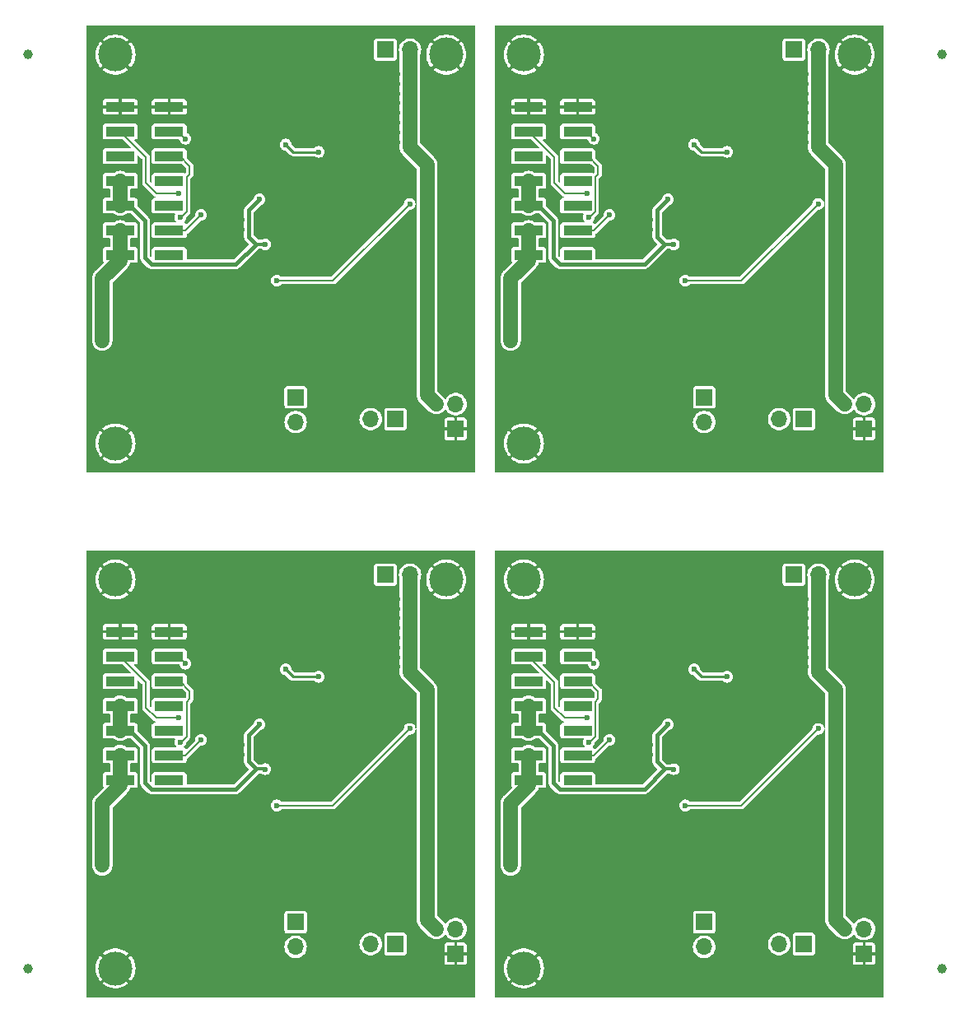
<source format=gbl>
G04 #@! TF.GenerationSoftware,KiCad,Pcbnew,(7.0.0-0)*
G04 #@! TF.CreationDate,2023-05-05T23:00:16+10:00*
G04 #@! TF.ProjectId,panel,70616e65-6c2e-46b6-9963-61645f706362,rev?*
G04 #@! TF.SameCoordinates,Original*
G04 #@! TF.FileFunction,Copper,L2,Bot*
G04 #@! TF.FilePolarity,Positive*
%FSLAX46Y46*%
G04 Gerber Fmt 4.6, Leading zero omitted, Abs format (unit mm)*
G04 Created by KiCad (PCBNEW (7.0.0-0)) date 2023-05-05 23:00:16*
%MOMM*%
%LPD*%
G01*
G04 APERTURE LIST*
G04 #@! TA.AperFunction,ComponentPad*
%ADD10R,1.700000X1.700000*%
G04 #@! TD*
G04 #@! TA.AperFunction,ComponentPad*
%ADD11O,1.700000X1.700000*%
G04 #@! TD*
G04 #@! TA.AperFunction,ComponentPad*
%ADD12C,2.600000*%
G04 #@! TD*
G04 #@! TA.AperFunction,ConnectorPad*
%ADD13C,3.500000*%
G04 #@! TD*
G04 #@! TA.AperFunction,SMDPad,CuDef*
%ADD14C,1.000000*%
G04 #@! TD*
G04 #@! TA.AperFunction,SMDPad,CuDef*
%ADD15R,3.000000X1.000000*%
G04 #@! TD*
G04 #@! TA.AperFunction,ViaPad*
%ADD16C,0.600000*%
G04 #@! TD*
G04 #@! TA.AperFunction,ViaPad*
%ADD17C,0.800000*%
G04 #@! TD*
G04 #@! TA.AperFunction,Conductor*
%ADD18C,0.304800*%
G04 #@! TD*
G04 #@! TA.AperFunction,Conductor*
%ADD19C,0.381000*%
G04 #@! TD*
G04 #@! TA.AperFunction,Conductor*
%ADD20C,1.500000*%
G04 #@! TD*
G04 #@! TA.AperFunction,Conductor*
%ADD21C,0.177800*%
G04 #@! TD*
G04 #@! TA.AperFunction,Conductor*
%ADD22C,0.254000*%
G04 #@! TD*
G04 APERTURE END LIST*
D10*
X180249999Y-22499999D03*
D11*
X182789999Y-22499999D03*
D10*
X180249999Y-76499999D03*
D11*
X182789999Y-76499999D03*
D10*
X138249999Y-22499999D03*
D11*
X140789999Y-22499999D03*
D10*
X138249999Y-76499999D03*
D11*
X140789999Y-76499999D03*
D10*
X181274999Y-60499999D03*
D11*
X178734999Y-60499999D03*
D10*
X181274999Y-114499999D03*
D11*
X178734999Y-114499999D03*
D10*
X139274999Y-60499999D03*
D11*
X136734999Y-60499999D03*
D10*
X139274999Y-114499999D03*
D11*
X136734999Y-114499999D03*
D10*
X187474999Y-61499999D03*
D11*
X187474999Y-58959999D03*
D10*
X187474999Y-115499999D03*
D11*
X187474999Y-112959999D03*
D10*
X145474999Y-61499999D03*
D11*
X145474999Y-58959999D03*
D10*
X145474999Y-115499999D03*
D11*
X145474999Y-112959999D03*
D10*
X171024999Y-58249999D03*
D11*
X171024999Y-60789999D03*
D10*
X171024999Y-112249999D03*
D11*
X171024999Y-114789999D03*
D10*
X129024999Y-58249999D03*
D11*
X129024999Y-60789999D03*
D10*
X129024999Y-112249999D03*
D11*
X129024999Y-114789999D03*
D12*
X152500000Y-63000000D03*
D13*
X152500000Y-63000000D03*
D12*
X152500000Y-117000000D03*
D13*
X152500000Y-117000000D03*
D12*
X110500000Y-63000000D03*
D13*
X110500000Y-63000000D03*
D12*
X110500000Y-117000000D03*
D13*
X110500000Y-117000000D03*
D14*
X101500000Y-117000000D03*
D12*
X186500000Y-23000000D03*
D13*
X186500000Y-23000000D03*
D12*
X186500000Y-77000000D03*
D13*
X186500000Y-77000000D03*
D12*
X144500000Y-23000000D03*
D13*
X144500000Y-23000000D03*
D12*
X144500000Y-77000000D03*
D13*
X144500000Y-77000000D03*
D14*
X195500000Y-117000000D03*
D15*
X158019999Y-43619999D03*
X152979999Y-43619999D03*
X158019999Y-41079999D03*
X152979999Y-41079999D03*
X158019999Y-38539999D03*
X152979999Y-38539999D03*
X158019999Y-35999999D03*
X152979999Y-35999999D03*
X158019999Y-33459999D03*
X152979999Y-33459999D03*
X158019999Y-30919999D03*
X152979999Y-30919999D03*
X158019999Y-28379999D03*
X152979999Y-28379999D03*
X158019999Y-97619999D03*
X152979999Y-97619999D03*
X158019999Y-95079999D03*
X152979999Y-95079999D03*
X158019999Y-92539999D03*
X152979999Y-92539999D03*
X158019999Y-89999999D03*
X152979999Y-89999999D03*
X158019999Y-87459999D03*
X152979999Y-87459999D03*
X158019999Y-84919999D03*
X152979999Y-84919999D03*
X158019999Y-82379999D03*
X152979999Y-82379999D03*
X116019999Y-43619999D03*
X110979999Y-43619999D03*
X116019999Y-41079999D03*
X110979999Y-41079999D03*
X116019999Y-38539999D03*
X110979999Y-38539999D03*
X116019999Y-35999999D03*
X110979999Y-35999999D03*
X116019999Y-33459999D03*
X110979999Y-33459999D03*
X116019999Y-30919999D03*
X110979999Y-30919999D03*
X116019999Y-28379999D03*
X110979999Y-28379999D03*
X116019999Y-97619999D03*
X110979999Y-97619999D03*
X116019999Y-95079999D03*
X110979999Y-95079999D03*
X116019999Y-92539999D03*
X110979999Y-92539999D03*
X116019999Y-89999999D03*
X110979999Y-89999999D03*
X116019999Y-87459999D03*
X110979999Y-87459999D03*
X116019999Y-84919999D03*
X110979999Y-84919999D03*
X116019999Y-82379999D03*
X110979999Y-82379999D03*
D12*
X152500000Y-23000000D03*
D13*
X152500000Y-23000000D03*
D12*
X152500000Y-77000000D03*
D13*
X152500000Y-77000000D03*
D12*
X110500000Y-23000000D03*
D13*
X110500000Y-23000000D03*
D12*
X110500000Y-77000000D03*
D13*
X110500000Y-77000000D03*
D14*
X101500000Y-23000000D03*
X195500000Y-23000000D03*
D16*
X125910000Y-42510000D03*
X125300000Y-37900000D03*
D17*
X109070000Y-49370000D03*
X109070000Y-46580000D03*
X109070000Y-51010000D03*
X109140000Y-52400000D03*
X109790000Y-45340000D03*
X109070000Y-48130000D03*
D16*
X117685000Y-31655000D03*
X116960000Y-37240000D03*
X116020000Y-43620000D03*
X119290000Y-39500000D03*
X133500000Y-25000000D03*
X113560000Y-38520000D03*
X119500000Y-47500000D03*
X118500000Y-42250000D03*
X120000000Y-45500000D03*
X124500000Y-61500000D03*
X136500000Y-30000000D03*
X116500000Y-27000000D03*
X108000000Y-60000000D03*
X109250000Y-32250000D03*
X132500000Y-39000000D03*
X117000000Y-47000000D03*
X109000000Y-29250000D03*
X129500000Y-31000000D03*
X132500000Y-31250000D03*
X124500000Y-47500000D03*
X125000000Y-43750000D03*
X113320000Y-37510000D03*
X128000000Y-45500000D03*
X128500000Y-63000000D03*
X119500000Y-57000000D03*
X126400000Y-32800000D03*
X139500000Y-21000000D03*
X139500000Y-63000000D03*
X127500000Y-63000000D03*
X137500000Y-27000000D03*
X138500000Y-30000000D03*
X117500000Y-63500000D03*
X126500000Y-63000000D03*
X137500000Y-26000000D03*
X129000000Y-26000000D03*
X138500000Y-25000000D03*
X138500000Y-21000000D03*
X123000000Y-36500000D03*
X132750000Y-34250000D03*
X144000000Y-34500000D03*
X138500000Y-29000000D03*
X123500000Y-40000000D03*
X130000000Y-44500000D03*
X119250000Y-33750000D03*
X145000000Y-48000000D03*
X124000000Y-35500000D03*
X144000000Y-47000000D03*
X138500000Y-28000000D03*
X125500000Y-63000000D03*
X119250000Y-34750000D03*
X121500000Y-42500000D03*
X122000000Y-36500000D03*
X117000000Y-62500000D03*
X126000000Y-58000000D03*
X122000000Y-38500000D03*
X123500000Y-32000000D03*
X113500000Y-30000000D03*
X129000000Y-44500000D03*
X142500000Y-26000000D03*
X108000000Y-55000000D03*
X126250000Y-29250000D03*
X127000000Y-58000000D03*
X133500000Y-29000000D03*
X111000000Y-32250000D03*
X138500000Y-46000000D03*
X145000000Y-47000000D03*
X141000000Y-54500000D03*
X123500000Y-31000000D03*
X139500000Y-32000000D03*
X121000000Y-62500000D03*
X141000000Y-50000000D03*
X123000000Y-38500000D03*
X130500000Y-29000000D03*
X146000000Y-47000000D03*
X123500000Y-42000000D03*
X112250000Y-27000000D03*
X123500000Y-30000000D03*
X118500000Y-57000000D03*
X118250000Y-29250000D03*
X142500000Y-63000000D03*
X140500000Y-21000000D03*
X139500000Y-29000000D03*
X113500000Y-29000000D03*
X120500000Y-30000000D03*
X134500000Y-37000000D03*
X112500000Y-34750000D03*
X132000000Y-43500000D03*
X133500000Y-40000000D03*
X141000000Y-51000000D03*
X132000000Y-26000000D03*
X123500000Y-34000000D03*
X116000000Y-46000000D03*
X136500000Y-63000000D03*
X134500000Y-30000000D03*
X118500000Y-43500000D03*
X137500000Y-47000000D03*
X115000000Y-27000000D03*
X137500000Y-33000000D03*
X122500000Y-32000000D03*
X110500000Y-29500000D03*
X118000000Y-62500000D03*
X121500000Y-47500000D03*
X139500000Y-26000000D03*
X122500000Y-42000000D03*
X126500000Y-41500000D03*
X131500000Y-36750000D03*
X130500000Y-25000000D03*
X117500000Y-57000000D03*
X108500000Y-34000000D03*
X144000000Y-49000000D03*
X124500000Y-29500000D03*
X135500000Y-63000000D03*
X137500000Y-32000000D03*
X121000000Y-38500000D03*
X138500000Y-37000000D03*
X108000000Y-58000000D03*
X137500000Y-46000000D03*
X134500000Y-40000000D03*
X129500000Y-47000000D03*
X131500000Y-47000000D03*
X137500000Y-37000000D03*
X112500000Y-42250000D03*
X130000000Y-26000000D03*
X114630000Y-32120000D03*
X113500000Y-28000000D03*
X119250000Y-36750000D03*
X132000000Y-44500000D03*
X141000000Y-55500000D03*
X108500000Y-28000000D03*
X142500000Y-29000000D03*
X125000000Y-57500000D03*
X134500000Y-61000000D03*
X131500000Y-39000000D03*
X129000000Y-43500000D03*
X120000000Y-37500000D03*
X124000000Y-57500000D03*
X137500000Y-28000000D03*
X118750000Y-45500000D03*
X132500000Y-25000000D03*
X135500000Y-39000000D03*
X134000000Y-60000000D03*
X129500000Y-33750000D03*
X119500000Y-43500000D03*
X137500000Y-63000000D03*
X108500000Y-40000000D03*
X118500000Y-47500000D03*
X119250000Y-29000000D03*
X123000000Y-37500000D03*
X133500000Y-37000000D03*
X138500000Y-32000000D03*
X136500000Y-44000000D03*
X123000000Y-57500000D03*
X127500000Y-47500000D03*
X122000000Y-45500000D03*
X128750000Y-34250000D03*
X145500000Y-38000000D03*
X138500000Y-63000000D03*
X137500000Y-31000000D03*
X124500000Y-44750000D03*
X119500000Y-63500000D03*
X123250000Y-45500000D03*
X108500000Y-38500000D03*
X118000000Y-27000000D03*
X138500000Y-31000000D03*
X132500000Y-47000000D03*
X134500000Y-29000000D03*
X109840000Y-39820000D03*
X122000000Y-35500000D03*
X139500000Y-30000000D03*
X141000000Y-48000000D03*
X120500000Y-34500000D03*
X126500000Y-47500000D03*
X120500000Y-42500000D03*
X129500000Y-30000000D03*
X138500000Y-47000000D03*
X124000000Y-36500000D03*
X137500000Y-45000000D03*
X120500000Y-33500000D03*
X113500000Y-31000000D03*
X136500000Y-46000000D03*
X116250000Y-39750000D03*
X139500000Y-27000000D03*
X131000000Y-43500000D03*
X138500000Y-26000000D03*
X141000000Y-56500000D03*
X121000000Y-45500000D03*
X139000000Y-38500000D03*
X130500000Y-40000000D03*
X110750000Y-27000000D03*
X130500000Y-38000000D03*
X122500000Y-47500000D03*
X120500000Y-63500000D03*
X111000000Y-59500000D03*
X130000000Y-43500000D03*
X124250000Y-45500000D03*
X121500000Y-43500000D03*
X142500000Y-61000000D03*
X144000000Y-48000000D03*
X129500000Y-40000000D03*
X120000000Y-62500000D03*
X130500000Y-30000000D03*
X141500000Y-63000000D03*
X137500000Y-21000000D03*
X121000000Y-36500000D03*
X138500000Y-34000000D03*
X135500000Y-38000000D03*
X124500000Y-34000000D03*
X133500000Y-38000000D03*
X118250000Y-28000000D03*
X113500000Y-27000000D03*
X109250000Y-27000000D03*
X108500000Y-44500000D03*
X132500000Y-28250000D03*
X137500000Y-44000000D03*
X143500000Y-63000000D03*
X128250000Y-26750000D03*
X136500000Y-37000000D03*
X142500000Y-21000000D03*
X114500000Y-34750000D03*
X138500000Y-44000000D03*
X108500000Y-35500000D03*
X142500000Y-28000000D03*
X122500000Y-33000000D03*
X108000000Y-59000000D03*
X125500000Y-61500000D03*
X121500000Y-34000000D03*
X127000000Y-36750000D03*
X116000000Y-42250000D03*
X136500000Y-31000000D03*
X109750000Y-34750000D03*
X122500000Y-34000000D03*
X119250000Y-35750000D03*
X137500000Y-34000000D03*
X136500000Y-40000000D03*
X138500000Y-45000000D03*
X130000000Y-45500000D03*
X122500000Y-30000000D03*
X136500000Y-39000000D03*
X110000000Y-60000000D03*
X122000000Y-37500000D03*
X130500000Y-39000000D03*
X126000000Y-36000000D03*
X136500000Y-45000000D03*
X131500000Y-38000000D03*
X108000000Y-57000000D03*
X131000000Y-26000000D03*
X144000000Y-54500000D03*
X134500000Y-24000000D03*
X136500000Y-47000000D03*
X139500000Y-47000000D03*
X134500000Y-31000000D03*
X120500000Y-43500000D03*
X108750000Y-30250000D03*
X129500000Y-38000000D03*
X135500000Y-30000000D03*
X120000000Y-35500000D03*
X122500000Y-40000000D03*
X123500000Y-33000000D03*
X109470000Y-37290000D03*
X126000000Y-35000000D03*
X136500000Y-21000000D03*
X140500000Y-63000000D03*
X122500000Y-31000000D03*
X120500000Y-47500000D03*
X113000000Y-45000000D03*
X114400000Y-39760000D03*
X136500000Y-29000000D03*
X134500000Y-63000000D03*
X130500000Y-47000000D03*
X131000000Y-44500000D03*
X141500000Y-21000000D03*
X133500000Y-31000000D03*
X117210000Y-34760000D03*
X120000000Y-36500000D03*
X142500000Y-25000000D03*
X126000000Y-37000000D03*
X133500000Y-30000000D03*
X142500000Y-27000000D03*
X135500000Y-40000000D03*
X132500000Y-35750000D03*
X121500000Y-29500000D03*
X123500000Y-41000000D03*
X117000000Y-42250000D03*
X108500000Y-37000000D03*
X131500000Y-35750000D03*
X135500000Y-29000000D03*
X111000000Y-46500000D03*
X118500000Y-63500000D03*
X123000000Y-35500000D03*
X119500000Y-38500000D03*
X122000000Y-57500000D03*
X119500000Y-42500000D03*
X131000000Y-45500000D03*
X134500000Y-38000000D03*
X132500000Y-29250000D03*
X138500000Y-27000000D03*
X119500000Y-30000000D03*
X144000000Y-50000000D03*
X121000000Y-37500000D03*
X124000000Y-37500000D03*
X112000000Y-29500000D03*
X121000000Y-35500000D03*
X129000000Y-45500000D03*
X132500000Y-36750000D03*
X144000000Y-51000000D03*
X142500000Y-31000000D03*
X108000000Y-56000000D03*
X119000000Y-62500000D03*
X139500000Y-31000000D03*
X141000000Y-47000000D03*
X139500000Y-25000000D03*
X125500000Y-47000000D03*
X130500000Y-63000000D03*
X122500000Y-41000000D03*
X136500000Y-38000000D03*
X113500000Y-32000000D03*
X132500000Y-38000000D03*
X132000000Y-45500000D03*
X141000000Y-49000000D03*
X116500000Y-57000000D03*
X109420000Y-42350000D03*
X129500000Y-63000000D03*
X120250000Y-29000000D03*
X125500000Y-29500000D03*
X138500000Y-33000000D03*
X135500000Y-31000000D03*
X133000000Y-45000000D03*
X128500000Y-30000000D03*
X116750000Y-29500000D03*
X134500000Y-39000000D03*
X115250000Y-29500000D03*
X108500000Y-43000000D03*
X133500000Y-39000000D03*
X126500000Y-61500000D03*
X142500000Y-32000000D03*
X128750000Y-35250000D03*
X109000000Y-60000000D03*
X108500000Y-41500000D03*
X126500000Y-45000000D03*
X133000000Y-43500000D03*
X132500000Y-30250000D03*
X108750000Y-31250000D03*
X139500000Y-28000000D03*
X142500000Y-30000000D03*
X123500000Y-47500000D03*
X120500000Y-57000000D03*
X131500000Y-25000000D03*
X129500000Y-29000000D03*
X129500000Y-25000000D03*
X144500000Y-38000000D03*
X135500000Y-37000000D03*
X111490000Y-33470000D03*
X140750000Y-38350000D03*
X127080000Y-46240000D03*
X116980000Y-38580000D03*
X117080000Y-35970000D03*
X115742700Y-36000000D03*
D17*
X143475000Y-58950000D03*
X142550000Y-57525000D03*
X142525000Y-54450000D03*
X142525000Y-52500000D03*
X142500000Y-56025000D03*
D16*
X117050000Y-33390000D03*
X117160000Y-39730000D03*
X128000000Y-32250000D03*
X131410000Y-33010000D03*
X167910000Y-42510000D03*
X167300000Y-37900000D03*
D17*
X151070000Y-49370000D03*
X151070000Y-46580000D03*
X151070000Y-51010000D03*
X151140000Y-52400000D03*
X151790000Y-45340000D03*
X151070000Y-48130000D03*
D16*
X159685000Y-31655000D03*
X158960000Y-37240000D03*
X158020000Y-43620000D03*
X161290000Y-39500000D03*
X175500000Y-25000000D03*
X155560000Y-38520000D03*
X161500000Y-47500000D03*
X160500000Y-42250000D03*
X162000000Y-45500000D03*
X166500000Y-61500000D03*
X178500000Y-30000000D03*
X158500000Y-27000000D03*
X150000000Y-60000000D03*
X151250000Y-32250000D03*
X174500000Y-39000000D03*
X159000000Y-47000000D03*
X151000000Y-29250000D03*
X171500000Y-31000000D03*
X174500000Y-31250000D03*
X166500000Y-47500000D03*
X167000000Y-43750000D03*
X155320000Y-37510000D03*
X170000000Y-45500000D03*
X170500000Y-63000000D03*
X161500000Y-57000000D03*
X168400000Y-32800000D03*
X181500000Y-21000000D03*
X181500000Y-63000000D03*
X169500000Y-63000000D03*
X179500000Y-27000000D03*
X180500000Y-30000000D03*
X159500000Y-63500000D03*
X168500000Y-63000000D03*
X179500000Y-26000000D03*
X171000000Y-26000000D03*
X180500000Y-25000000D03*
X180500000Y-21000000D03*
X165000000Y-36500000D03*
X174750000Y-34250000D03*
X186000000Y-34500000D03*
X180500000Y-29000000D03*
X165500000Y-40000000D03*
X172000000Y-44500000D03*
X161250000Y-33750000D03*
X187000000Y-48000000D03*
X166000000Y-35500000D03*
X186000000Y-47000000D03*
X180500000Y-28000000D03*
X167500000Y-63000000D03*
X161250000Y-34750000D03*
X163500000Y-42500000D03*
X164000000Y-36500000D03*
X159000000Y-62500000D03*
X168000000Y-58000000D03*
X164000000Y-38500000D03*
X165500000Y-32000000D03*
X155500000Y-30000000D03*
X171000000Y-44500000D03*
X184500000Y-26000000D03*
X150000000Y-55000000D03*
X168250000Y-29250000D03*
X169000000Y-58000000D03*
X175500000Y-29000000D03*
X153000000Y-32250000D03*
X180500000Y-46000000D03*
X187000000Y-47000000D03*
X183000000Y-54500000D03*
X165500000Y-31000000D03*
X181500000Y-32000000D03*
X163000000Y-62500000D03*
X183000000Y-50000000D03*
X165000000Y-38500000D03*
X172500000Y-29000000D03*
X188000000Y-47000000D03*
X165500000Y-42000000D03*
X154250000Y-27000000D03*
X165500000Y-30000000D03*
X160500000Y-57000000D03*
X160250000Y-29250000D03*
X184500000Y-63000000D03*
X182500000Y-21000000D03*
X181500000Y-29000000D03*
X155500000Y-29000000D03*
X162500000Y-30000000D03*
X176500000Y-37000000D03*
X154500000Y-34750000D03*
X174000000Y-43500000D03*
X175500000Y-40000000D03*
X183000000Y-51000000D03*
X174000000Y-26000000D03*
X165500000Y-34000000D03*
X158000000Y-46000000D03*
X178500000Y-63000000D03*
X176500000Y-30000000D03*
X160500000Y-43500000D03*
X179500000Y-47000000D03*
X157000000Y-27000000D03*
X179500000Y-33000000D03*
X164500000Y-32000000D03*
X152500000Y-29500000D03*
X160000000Y-62500000D03*
X163500000Y-47500000D03*
X181500000Y-26000000D03*
X164500000Y-42000000D03*
X168500000Y-41500000D03*
X173500000Y-36750000D03*
X172500000Y-25000000D03*
X159500000Y-57000000D03*
X150500000Y-34000000D03*
X186000000Y-49000000D03*
X166500000Y-29500000D03*
X177500000Y-63000000D03*
X179500000Y-32000000D03*
X163000000Y-38500000D03*
X180500000Y-37000000D03*
X150000000Y-58000000D03*
X179500000Y-46000000D03*
X176500000Y-40000000D03*
X171500000Y-47000000D03*
X173500000Y-47000000D03*
X179500000Y-37000000D03*
X154500000Y-42250000D03*
X172000000Y-26000000D03*
X156630000Y-32120000D03*
X155500000Y-28000000D03*
X161250000Y-36750000D03*
X174000000Y-44500000D03*
X183000000Y-55500000D03*
X150500000Y-28000000D03*
X184500000Y-29000000D03*
X167000000Y-57500000D03*
X176500000Y-61000000D03*
X173500000Y-39000000D03*
X171000000Y-43500000D03*
X162000000Y-37500000D03*
X166000000Y-57500000D03*
X179500000Y-28000000D03*
X160750000Y-45500000D03*
X174500000Y-25000000D03*
X177500000Y-39000000D03*
X176000000Y-60000000D03*
X171500000Y-33750000D03*
X161500000Y-43500000D03*
X179500000Y-63000000D03*
X150500000Y-40000000D03*
X160500000Y-47500000D03*
X161250000Y-29000000D03*
X165000000Y-37500000D03*
X175500000Y-37000000D03*
X180500000Y-32000000D03*
X178500000Y-44000000D03*
X165000000Y-57500000D03*
X169500000Y-47500000D03*
X164000000Y-45500000D03*
X170750000Y-34250000D03*
X187500000Y-38000000D03*
X180500000Y-63000000D03*
X179500000Y-31000000D03*
X166500000Y-44750000D03*
X161500000Y-63500000D03*
X165250000Y-45500000D03*
X150500000Y-38500000D03*
X160000000Y-27000000D03*
X180500000Y-31000000D03*
X174500000Y-47000000D03*
X176500000Y-29000000D03*
X151840000Y-39820000D03*
X164000000Y-35500000D03*
X181500000Y-30000000D03*
X183000000Y-48000000D03*
X162500000Y-34500000D03*
X168500000Y-47500000D03*
X162500000Y-42500000D03*
X171500000Y-30000000D03*
X180500000Y-47000000D03*
X166000000Y-36500000D03*
X179500000Y-45000000D03*
X162500000Y-33500000D03*
X155500000Y-31000000D03*
X178500000Y-46000000D03*
X158250000Y-39750000D03*
X181500000Y-27000000D03*
X173000000Y-43500000D03*
X180500000Y-26000000D03*
X183000000Y-56500000D03*
X163000000Y-45500000D03*
X181000000Y-38500000D03*
X172500000Y-40000000D03*
X152750000Y-27000000D03*
X172500000Y-38000000D03*
X164500000Y-47500000D03*
X162500000Y-63500000D03*
X153000000Y-59500000D03*
X172000000Y-43500000D03*
X166250000Y-45500000D03*
X163500000Y-43500000D03*
X184500000Y-61000000D03*
X186000000Y-48000000D03*
X171500000Y-40000000D03*
X162000000Y-62500000D03*
X172500000Y-30000000D03*
X183500000Y-63000000D03*
X179500000Y-21000000D03*
X163000000Y-36500000D03*
X180500000Y-34000000D03*
X177500000Y-38000000D03*
X166500000Y-34000000D03*
X175500000Y-38000000D03*
X160250000Y-28000000D03*
X155500000Y-27000000D03*
X151250000Y-27000000D03*
X150500000Y-44500000D03*
X174500000Y-28250000D03*
X179500000Y-44000000D03*
X185500000Y-63000000D03*
X170250000Y-26750000D03*
X178500000Y-37000000D03*
X184500000Y-21000000D03*
X156500000Y-34750000D03*
X180500000Y-44000000D03*
X150500000Y-35500000D03*
X184500000Y-28000000D03*
X164500000Y-33000000D03*
X150000000Y-59000000D03*
X167500000Y-61500000D03*
X163500000Y-34000000D03*
X169000000Y-36750000D03*
X158000000Y-42250000D03*
X178500000Y-31000000D03*
X151750000Y-34750000D03*
X164500000Y-34000000D03*
X161250000Y-35750000D03*
X179500000Y-34000000D03*
X178500000Y-40000000D03*
X180500000Y-45000000D03*
X172000000Y-45500000D03*
X164500000Y-30000000D03*
X178500000Y-39000000D03*
X152000000Y-60000000D03*
X164000000Y-37500000D03*
X172500000Y-39000000D03*
X168000000Y-36000000D03*
X178500000Y-45000000D03*
X173500000Y-38000000D03*
X150000000Y-57000000D03*
X173000000Y-26000000D03*
X186000000Y-54500000D03*
X176500000Y-24000000D03*
X178500000Y-47000000D03*
X181500000Y-47000000D03*
X176500000Y-31000000D03*
X162500000Y-43500000D03*
X150750000Y-30250000D03*
X171500000Y-38000000D03*
X177500000Y-30000000D03*
X162000000Y-35500000D03*
X164500000Y-40000000D03*
X165500000Y-33000000D03*
X151470000Y-37290000D03*
X168000000Y-35000000D03*
X178500000Y-21000000D03*
X182500000Y-63000000D03*
X164500000Y-31000000D03*
X162500000Y-47500000D03*
X155000000Y-45000000D03*
X156400000Y-39760000D03*
X178500000Y-29000000D03*
X176500000Y-63000000D03*
X172500000Y-47000000D03*
X173000000Y-44500000D03*
X183500000Y-21000000D03*
X175500000Y-31000000D03*
X159210000Y-34760000D03*
X162000000Y-36500000D03*
X184500000Y-25000000D03*
X168000000Y-37000000D03*
X175500000Y-30000000D03*
X184500000Y-27000000D03*
X177500000Y-40000000D03*
X174500000Y-35750000D03*
X163500000Y-29500000D03*
X165500000Y-41000000D03*
X159000000Y-42250000D03*
X150500000Y-37000000D03*
X173500000Y-35750000D03*
X177500000Y-29000000D03*
X153000000Y-46500000D03*
X160500000Y-63500000D03*
X165000000Y-35500000D03*
X161500000Y-38500000D03*
X164000000Y-57500000D03*
X161500000Y-42500000D03*
X173000000Y-45500000D03*
X176500000Y-38000000D03*
X174500000Y-29250000D03*
X180500000Y-27000000D03*
X161500000Y-30000000D03*
X186000000Y-50000000D03*
X163000000Y-37500000D03*
X166000000Y-37500000D03*
X154000000Y-29500000D03*
X163000000Y-35500000D03*
X171000000Y-45500000D03*
X174500000Y-36750000D03*
X186000000Y-51000000D03*
X184500000Y-31000000D03*
X150000000Y-56000000D03*
X161000000Y-62500000D03*
X181500000Y-31000000D03*
X183000000Y-47000000D03*
X181500000Y-25000000D03*
X167500000Y-47000000D03*
X172500000Y-63000000D03*
X164500000Y-41000000D03*
X178500000Y-38000000D03*
X155500000Y-32000000D03*
X174500000Y-38000000D03*
X174000000Y-45500000D03*
X183000000Y-49000000D03*
X158500000Y-57000000D03*
X151420000Y-42350000D03*
X171500000Y-63000000D03*
X162250000Y-29000000D03*
X167500000Y-29500000D03*
X180500000Y-33000000D03*
X177500000Y-31000000D03*
X175000000Y-45000000D03*
X170500000Y-30000000D03*
X158750000Y-29500000D03*
X176500000Y-39000000D03*
X157250000Y-29500000D03*
X150500000Y-43000000D03*
X175500000Y-39000000D03*
X168500000Y-61500000D03*
X184500000Y-32000000D03*
X170750000Y-35250000D03*
X151000000Y-60000000D03*
X150500000Y-41500000D03*
X168500000Y-45000000D03*
X175000000Y-43500000D03*
X174500000Y-30250000D03*
X150750000Y-31250000D03*
X181500000Y-28000000D03*
X184500000Y-30000000D03*
X165500000Y-47500000D03*
X162500000Y-57000000D03*
X173500000Y-25000000D03*
X171500000Y-29000000D03*
X171500000Y-25000000D03*
X186500000Y-38000000D03*
X177500000Y-37000000D03*
X153490000Y-33470000D03*
X182750000Y-38350000D03*
X169080000Y-46240000D03*
X158980000Y-38580000D03*
X159080000Y-35970000D03*
X157742700Y-36000000D03*
D17*
X185475000Y-58950000D03*
X184550000Y-57525000D03*
X184525000Y-54450000D03*
X184525000Y-52500000D03*
X184500000Y-56025000D03*
D16*
X159050000Y-33390000D03*
X159160000Y-39730000D03*
X170000000Y-32250000D03*
X173410000Y-33010000D03*
X125910000Y-96510000D03*
X125300000Y-91900000D03*
D17*
X109070000Y-103370000D03*
X109070000Y-100580000D03*
X109070000Y-105010000D03*
X109140000Y-106400000D03*
X109790000Y-99340000D03*
X109070000Y-102130000D03*
D16*
X117685000Y-85655000D03*
X116960000Y-91240000D03*
X116020000Y-97620000D03*
X119290000Y-93500000D03*
X133500000Y-79000000D03*
X113560000Y-92520000D03*
X119500000Y-101500000D03*
X118500000Y-96250000D03*
X120000000Y-99500000D03*
X124500000Y-115500000D03*
X136500000Y-84000000D03*
X116500000Y-81000000D03*
X108000000Y-114000000D03*
X109250000Y-86250000D03*
X132500000Y-93000000D03*
X117000000Y-101000000D03*
X109000000Y-83250000D03*
X129500000Y-85000000D03*
X132500000Y-85250000D03*
X124500000Y-101500000D03*
X125000000Y-97750000D03*
X113320000Y-91510000D03*
X128000000Y-99500000D03*
X128500000Y-117000000D03*
X119500000Y-111000000D03*
X126400000Y-86800000D03*
X139500000Y-75000000D03*
X139500000Y-117000000D03*
X127500000Y-117000000D03*
X137500000Y-81000000D03*
X138500000Y-84000000D03*
X117500000Y-117500000D03*
X126500000Y-117000000D03*
X137500000Y-80000000D03*
X129000000Y-80000000D03*
X138500000Y-79000000D03*
X138500000Y-75000000D03*
X123000000Y-90500000D03*
X132750000Y-88250000D03*
X144000000Y-88500000D03*
X138500000Y-83000000D03*
X123500000Y-94000000D03*
X130000000Y-98500000D03*
X119250000Y-87750000D03*
X145000000Y-102000000D03*
X124000000Y-89500000D03*
X144000000Y-101000000D03*
X138500000Y-82000000D03*
X125500000Y-117000000D03*
X119250000Y-88750000D03*
X121500000Y-96500000D03*
X122000000Y-90500000D03*
X117000000Y-116500000D03*
X126000000Y-112000000D03*
X122000000Y-92500000D03*
X123500000Y-86000000D03*
X113500000Y-84000000D03*
X129000000Y-98500000D03*
X142500000Y-80000000D03*
X108000000Y-109000000D03*
X126250000Y-83250000D03*
X127000000Y-112000000D03*
X133500000Y-83000000D03*
X111000000Y-86250000D03*
X138500000Y-100000000D03*
X145000000Y-101000000D03*
X141000000Y-108500000D03*
X123500000Y-85000000D03*
X139500000Y-86000000D03*
X121000000Y-116500000D03*
X141000000Y-104000000D03*
X123000000Y-92500000D03*
X130500000Y-83000000D03*
X146000000Y-101000000D03*
X123500000Y-96000000D03*
X112250000Y-81000000D03*
X123500000Y-84000000D03*
X118500000Y-111000000D03*
X118250000Y-83250000D03*
X142500000Y-117000000D03*
X140500000Y-75000000D03*
X139500000Y-83000000D03*
X113500000Y-83000000D03*
X120500000Y-84000000D03*
X134500000Y-91000000D03*
X112500000Y-88750000D03*
X132000000Y-97500000D03*
X133500000Y-94000000D03*
X141000000Y-105000000D03*
X132000000Y-80000000D03*
X123500000Y-88000000D03*
X116000000Y-100000000D03*
X136500000Y-117000000D03*
X134500000Y-84000000D03*
X118500000Y-97500000D03*
X137500000Y-101000000D03*
X115000000Y-81000000D03*
X137500000Y-87000000D03*
X122500000Y-86000000D03*
X110500000Y-83500000D03*
X118000000Y-116500000D03*
X121500000Y-101500000D03*
X139500000Y-80000000D03*
X122500000Y-96000000D03*
X126500000Y-95500000D03*
X131500000Y-90750000D03*
X130500000Y-79000000D03*
X117500000Y-111000000D03*
X108500000Y-88000000D03*
X144000000Y-103000000D03*
X124500000Y-83500000D03*
X135500000Y-117000000D03*
X137500000Y-86000000D03*
X121000000Y-92500000D03*
X138500000Y-91000000D03*
X108000000Y-112000000D03*
X137500000Y-100000000D03*
X134500000Y-94000000D03*
X129500000Y-101000000D03*
X131500000Y-101000000D03*
X137500000Y-91000000D03*
X112500000Y-96250000D03*
X130000000Y-80000000D03*
X114630000Y-86120000D03*
X113500000Y-82000000D03*
X119250000Y-90750000D03*
X132000000Y-98500000D03*
X141000000Y-109500000D03*
X108500000Y-82000000D03*
X142500000Y-83000000D03*
X125000000Y-111500000D03*
X134500000Y-115000000D03*
X131500000Y-93000000D03*
X129000000Y-97500000D03*
X120000000Y-91500000D03*
X124000000Y-111500000D03*
X137500000Y-82000000D03*
X118750000Y-99500000D03*
X132500000Y-79000000D03*
X135500000Y-93000000D03*
X134000000Y-114000000D03*
X129500000Y-87750000D03*
X119500000Y-97500000D03*
X137500000Y-117000000D03*
X108500000Y-94000000D03*
X118500000Y-101500000D03*
X119250000Y-83000000D03*
X123000000Y-91500000D03*
X133500000Y-91000000D03*
X138500000Y-86000000D03*
X136500000Y-98000000D03*
X123000000Y-111500000D03*
X127500000Y-101500000D03*
X122000000Y-99500000D03*
X128750000Y-88250000D03*
X145500000Y-92000000D03*
X138500000Y-117000000D03*
X137500000Y-85000000D03*
X124500000Y-98750000D03*
X119500000Y-117500000D03*
X123250000Y-99500000D03*
X108500000Y-92500000D03*
X118000000Y-81000000D03*
X138500000Y-85000000D03*
X132500000Y-101000000D03*
X134500000Y-83000000D03*
X109840000Y-93820000D03*
X122000000Y-89500000D03*
X139500000Y-84000000D03*
X141000000Y-102000000D03*
X120500000Y-88500000D03*
X126500000Y-101500000D03*
X120500000Y-96500000D03*
X129500000Y-84000000D03*
X138500000Y-101000000D03*
X124000000Y-90500000D03*
X137500000Y-99000000D03*
X120500000Y-87500000D03*
X113500000Y-85000000D03*
X136500000Y-100000000D03*
X116250000Y-93750000D03*
X139500000Y-81000000D03*
X131000000Y-97500000D03*
X138500000Y-80000000D03*
X141000000Y-110500000D03*
X121000000Y-99500000D03*
X139000000Y-92500000D03*
X130500000Y-94000000D03*
X110750000Y-81000000D03*
X130500000Y-92000000D03*
X122500000Y-101500000D03*
X120500000Y-117500000D03*
X111000000Y-113500000D03*
X130000000Y-97500000D03*
X124250000Y-99500000D03*
X121500000Y-97500000D03*
X142500000Y-115000000D03*
X144000000Y-102000000D03*
X129500000Y-94000000D03*
X120000000Y-116500000D03*
X130500000Y-84000000D03*
X141500000Y-117000000D03*
X137500000Y-75000000D03*
X121000000Y-90500000D03*
X138500000Y-88000000D03*
X135500000Y-92000000D03*
X124500000Y-88000000D03*
X133500000Y-92000000D03*
X118250000Y-82000000D03*
X113500000Y-81000000D03*
X109250000Y-81000000D03*
X108500000Y-98500000D03*
X132500000Y-82250000D03*
X137500000Y-98000000D03*
X143500000Y-117000000D03*
X128250000Y-80750000D03*
X136500000Y-91000000D03*
X142500000Y-75000000D03*
X114500000Y-88750000D03*
X138500000Y-98000000D03*
X108500000Y-89500000D03*
X142500000Y-82000000D03*
X122500000Y-87000000D03*
X108000000Y-113000000D03*
X125500000Y-115500000D03*
X121500000Y-88000000D03*
X127000000Y-90750000D03*
X116000000Y-96250000D03*
X136500000Y-85000000D03*
X109750000Y-88750000D03*
X122500000Y-88000000D03*
X119250000Y-89750000D03*
X137500000Y-88000000D03*
X136500000Y-94000000D03*
X138500000Y-99000000D03*
X130000000Y-99500000D03*
X122500000Y-84000000D03*
X136500000Y-93000000D03*
X110000000Y-114000000D03*
X122000000Y-91500000D03*
X130500000Y-93000000D03*
X126000000Y-90000000D03*
X136500000Y-99000000D03*
X131500000Y-92000000D03*
X108000000Y-111000000D03*
X131000000Y-80000000D03*
X144000000Y-108500000D03*
X134500000Y-78000000D03*
X136500000Y-101000000D03*
X139500000Y-101000000D03*
X134500000Y-85000000D03*
X120500000Y-97500000D03*
X108750000Y-84250000D03*
X129500000Y-92000000D03*
X135500000Y-84000000D03*
X120000000Y-89500000D03*
X122500000Y-94000000D03*
X123500000Y-87000000D03*
X109470000Y-91290000D03*
X126000000Y-89000000D03*
X136500000Y-75000000D03*
X140500000Y-117000000D03*
X122500000Y-85000000D03*
X120500000Y-101500000D03*
X113000000Y-99000000D03*
X114400000Y-93760000D03*
X136500000Y-83000000D03*
X134500000Y-117000000D03*
X130500000Y-101000000D03*
X131000000Y-98500000D03*
X141500000Y-75000000D03*
X133500000Y-85000000D03*
X117210000Y-88760000D03*
X120000000Y-90500000D03*
X142500000Y-79000000D03*
X126000000Y-91000000D03*
X133500000Y-84000000D03*
X142500000Y-81000000D03*
X135500000Y-94000000D03*
X132500000Y-89750000D03*
X121500000Y-83500000D03*
X123500000Y-95000000D03*
X117000000Y-96250000D03*
X108500000Y-91000000D03*
X131500000Y-89750000D03*
X135500000Y-83000000D03*
X111000000Y-100500000D03*
X118500000Y-117500000D03*
X123000000Y-89500000D03*
X119500000Y-92500000D03*
X122000000Y-111500000D03*
X119500000Y-96500000D03*
X131000000Y-99500000D03*
X134500000Y-92000000D03*
X132500000Y-83250000D03*
X138500000Y-81000000D03*
X119500000Y-84000000D03*
X144000000Y-104000000D03*
X121000000Y-91500000D03*
X124000000Y-91500000D03*
X112000000Y-83500000D03*
X121000000Y-89500000D03*
X129000000Y-99500000D03*
X132500000Y-90750000D03*
X144000000Y-105000000D03*
X142500000Y-85000000D03*
X108000000Y-110000000D03*
X119000000Y-116500000D03*
X139500000Y-85000000D03*
X141000000Y-101000000D03*
X139500000Y-79000000D03*
X125500000Y-101000000D03*
X130500000Y-117000000D03*
X122500000Y-95000000D03*
X136500000Y-92000000D03*
X113500000Y-86000000D03*
X132500000Y-92000000D03*
X132000000Y-99500000D03*
X141000000Y-103000000D03*
X116500000Y-111000000D03*
X109420000Y-96350000D03*
X129500000Y-117000000D03*
X120250000Y-83000000D03*
X125500000Y-83500000D03*
X138500000Y-87000000D03*
X135500000Y-85000000D03*
X133000000Y-99000000D03*
X128500000Y-84000000D03*
X116750000Y-83500000D03*
X134500000Y-93000000D03*
X115250000Y-83500000D03*
X108500000Y-97000000D03*
X133500000Y-93000000D03*
X126500000Y-115500000D03*
X142500000Y-86000000D03*
X128750000Y-89250000D03*
X109000000Y-114000000D03*
X108500000Y-95500000D03*
X126500000Y-99000000D03*
X133000000Y-97500000D03*
X132500000Y-84250000D03*
X108750000Y-85250000D03*
X139500000Y-82000000D03*
X142500000Y-84000000D03*
X123500000Y-101500000D03*
X120500000Y-111000000D03*
X131500000Y-79000000D03*
X129500000Y-83000000D03*
X129500000Y-79000000D03*
X144500000Y-92000000D03*
X135500000Y-91000000D03*
X111490000Y-87470000D03*
X140750000Y-92350000D03*
X127080000Y-100240000D03*
X116980000Y-92580000D03*
X117080000Y-89970000D03*
X115742700Y-90000000D03*
D17*
X143475000Y-112950000D03*
X142550000Y-111525000D03*
X142525000Y-108450000D03*
X142525000Y-106500000D03*
X142500000Y-110025000D03*
D16*
X117050000Y-87390000D03*
X117160000Y-93730000D03*
X128000000Y-86250000D03*
X131410000Y-87010000D03*
X167910000Y-96510000D03*
X167300000Y-91900000D03*
D17*
X151070000Y-103370000D03*
X151070000Y-100580000D03*
X151070000Y-105010000D03*
X151140000Y-106400000D03*
X151790000Y-99340000D03*
X151070000Y-102130000D03*
D16*
X159685000Y-85655000D03*
X158960000Y-91240000D03*
X158020000Y-97620000D03*
X161290000Y-93500000D03*
X175500000Y-79000000D03*
X155560000Y-92520000D03*
X161500000Y-101500000D03*
X160500000Y-96250000D03*
X162000000Y-99500000D03*
X166500000Y-115500000D03*
X178500000Y-84000000D03*
X158500000Y-81000000D03*
X150000000Y-114000000D03*
X151250000Y-86250000D03*
X174500000Y-93000000D03*
X159000000Y-101000000D03*
X151000000Y-83250000D03*
X171500000Y-85000000D03*
X174500000Y-85250000D03*
X166500000Y-101500000D03*
X167000000Y-97750000D03*
X155320000Y-91510000D03*
X170000000Y-99500000D03*
X170500000Y-117000000D03*
X161500000Y-111000000D03*
X168400000Y-86800000D03*
X181500000Y-75000000D03*
X181500000Y-117000000D03*
X169500000Y-117000000D03*
X179500000Y-81000000D03*
X180500000Y-84000000D03*
X159500000Y-117500000D03*
X168500000Y-117000000D03*
X179500000Y-80000000D03*
X171000000Y-80000000D03*
X180500000Y-79000000D03*
X180500000Y-75000000D03*
X165000000Y-90500000D03*
X174750000Y-88250000D03*
X186000000Y-88500000D03*
X180500000Y-83000000D03*
X165500000Y-94000000D03*
X172000000Y-98500000D03*
X161250000Y-87750000D03*
X187000000Y-102000000D03*
X166000000Y-89500000D03*
X186000000Y-101000000D03*
X180500000Y-82000000D03*
X167500000Y-117000000D03*
X161250000Y-88750000D03*
X163500000Y-96500000D03*
X164000000Y-90500000D03*
X159000000Y-116500000D03*
X168000000Y-112000000D03*
X164000000Y-92500000D03*
X165500000Y-86000000D03*
X155500000Y-84000000D03*
X171000000Y-98500000D03*
X184500000Y-80000000D03*
X150000000Y-109000000D03*
X168250000Y-83250000D03*
X169000000Y-112000000D03*
X175500000Y-83000000D03*
X153000000Y-86250000D03*
X180500000Y-100000000D03*
X187000000Y-101000000D03*
X183000000Y-108500000D03*
X165500000Y-85000000D03*
X181500000Y-86000000D03*
X163000000Y-116500000D03*
X183000000Y-104000000D03*
X165000000Y-92500000D03*
X172500000Y-83000000D03*
X188000000Y-101000000D03*
X165500000Y-96000000D03*
X154250000Y-81000000D03*
X165500000Y-84000000D03*
X160500000Y-111000000D03*
X160250000Y-83250000D03*
X184500000Y-117000000D03*
X182500000Y-75000000D03*
X181500000Y-83000000D03*
X155500000Y-83000000D03*
X162500000Y-84000000D03*
X176500000Y-91000000D03*
X154500000Y-88750000D03*
X174000000Y-97500000D03*
X175500000Y-94000000D03*
X183000000Y-105000000D03*
X174000000Y-80000000D03*
X165500000Y-88000000D03*
X158000000Y-100000000D03*
X178500000Y-117000000D03*
X176500000Y-84000000D03*
X160500000Y-97500000D03*
X179500000Y-101000000D03*
X157000000Y-81000000D03*
X179500000Y-87000000D03*
X164500000Y-86000000D03*
X152500000Y-83500000D03*
X160000000Y-116500000D03*
X163500000Y-101500000D03*
X181500000Y-80000000D03*
X164500000Y-96000000D03*
X168500000Y-95500000D03*
X173500000Y-90750000D03*
X172500000Y-79000000D03*
X159500000Y-111000000D03*
X150500000Y-88000000D03*
X186000000Y-103000000D03*
X166500000Y-83500000D03*
X177500000Y-117000000D03*
X179500000Y-86000000D03*
X163000000Y-92500000D03*
X180500000Y-91000000D03*
X150000000Y-112000000D03*
X179500000Y-100000000D03*
X176500000Y-94000000D03*
X171500000Y-101000000D03*
X173500000Y-101000000D03*
X179500000Y-91000000D03*
X154500000Y-96250000D03*
X172000000Y-80000000D03*
X156630000Y-86120000D03*
X155500000Y-82000000D03*
X161250000Y-90750000D03*
X174000000Y-98500000D03*
X183000000Y-109500000D03*
X150500000Y-82000000D03*
X184500000Y-83000000D03*
X167000000Y-111500000D03*
X176500000Y-115000000D03*
X173500000Y-93000000D03*
X171000000Y-97500000D03*
X162000000Y-91500000D03*
X166000000Y-111500000D03*
X179500000Y-82000000D03*
X160750000Y-99500000D03*
X174500000Y-79000000D03*
X177500000Y-93000000D03*
X176000000Y-114000000D03*
X171500000Y-87750000D03*
X161500000Y-97500000D03*
X179500000Y-117000000D03*
X150500000Y-94000000D03*
X160500000Y-101500000D03*
X161250000Y-83000000D03*
X165000000Y-91500000D03*
X175500000Y-91000000D03*
X180500000Y-86000000D03*
X178500000Y-98000000D03*
X165000000Y-111500000D03*
X169500000Y-101500000D03*
X164000000Y-99500000D03*
X170750000Y-88250000D03*
X187500000Y-92000000D03*
X180500000Y-117000000D03*
X179500000Y-85000000D03*
X166500000Y-98750000D03*
X161500000Y-117500000D03*
X165250000Y-99500000D03*
X150500000Y-92500000D03*
X160000000Y-81000000D03*
X180500000Y-85000000D03*
X174500000Y-101000000D03*
X176500000Y-83000000D03*
X151840000Y-93820000D03*
X164000000Y-89500000D03*
X181500000Y-84000000D03*
X183000000Y-102000000D03*
X162500000Y-88500000D03*
X168500000Y-101500000D03*
X162500000Y-96500000D03*
X171500000Y-84000000D03*
X180500000Y-101000000D03*
X166000000Y-90500000D03*
X179500000Y-99000000D03*
X162500000Y-87500000D03*
X155500000Y-85000000D03*
X178500000Y-100000000D03*
X158250000Y-93750000D03*
X181500000Y-81000000D03*
X173000000Y-97500000D03*
X180500000Y-80000000D03*
X183000000Y-110500000D03*
X163000000Y-99500000D03*
X181000000Y-92500000D03*
X172500000Y-94000000D03*
X152750000Y-81000000D03*
X172500000Y-92000000D03*
X164500000Y-101500000D03*
X162500000Y-117500000D03*
X153000000Y-113500000D03*
X172000000Y-97500000D03*
X166250000Y-99500000D03*
X163500000Y-97500000D03*
X184500000Y-115000000D03*
X186000000Y-102000000D03*
X171500000Y-94000000D03*
X162000000Y-116500000D03*
X172500000Y-84000000D03*
X183500000Y-117000000D03*
X179500000Y-75000000D03*
X163000000Y-90500000D03*
X180500000Y-88000000D03*
X177500000Y-92000000D03*
X166500000Y-88000000D03*
X175500000Y-92000000D03*
X160250000Y-82000000D03*
X155500000Y-81000000D03*
X151250000Y-81000000D03*
X150500000Y-98500000D03*
X174500000Y-82250000D03*
X179500000Y-98000000D03*
X185500000Y-117000000D03*
X170250000Y-80750000D03*
X178500000Y-91000000D03*
X184500000Y-75000000D03*
X156500000Y-88750000D03*
X180500000Y-98000000D03*
X150500000Y-89500000D03*
X184500000Y-82000000D03*
X164500000Y-87000000D03*
X150000000Y-113000000D03*
X167500000Y-115500000D03*
X163500000Y-88000000D03*
X169000000Y-90750000D03*
X158000000Y-96250000D03*
X178500000Y-85000000D03*
X151750000Y-88750000D03*
X164500000Y-88000000D03*
X161250000Y-89750000D03*
X179500000Y-88000000D03*
X178500000Y-94000000D03*
X180500000Y-99000000D03*
X172000000Y-99500000D03*
X164500000Y-84000000D03*
X178500000Y-93000000D03*
X152000000Y-114000000D03*
X164000000Y-91500000D03*
X172500000Y-93000000D03*
X168000000Y-90000000D03*
X178500000Y-99000000D03*
X173500000Y-92000000D03*
X150000000Y-111000000D03*
X173000000Y-80000000D03*
X186000000Y-108500000D03*
X176500000Y-78000000D03*
X178500000Y-101000000D03*
X181500000Y-101000000D03*
X176500000Y-85000000D03*
X162500000Y-97500000D03*
X150750000Y-84250000D03*
X171500000Y-92000000D03*
X177500000Y-84000000D03*
X162000000Y-89500000D03*
X164500000Y-94000000D03*
X165500000Y-87000000D03*
X151470000Y-91290000D03*
X168000000Y-89000000D03*
X178500000Y-75000000D03*
X182500000Y-117000000D03*
X164500000Y-85000000D03*
X162500000Y-101500000D03*
X155000000Y-99000000D03*
X156400000Y-93760000D03*
X178500000Y-83000000D03*
X176500000Y-117000000D03*
X172500000Y-101000000D03*
X173000000Y-98500000D03*
X183500000Y-75000000D03*
X175500000Y-85000000D03*
X159210000Y-88760000D03*
X162000000Y-90500000D03*
X184500000Y-79000000D03*
X168000000Y-91000000D03*
X175500000Y-84000000D03*
X184500000Y-81000000D03*
X177500000Y-94000000D03*
X174500000Y-89750000D03*
X163500000Y-83500000D03*
X165500000Y-95000000D03*
X159000000Y-96250000D03*
X150500000Y-91000000D03*
X173500000Y-89750000D03*
X177500000Y-83000000D03*
X153000000Y-100500000D03*
X160500000Y-117500000D03*
X165000000Y-89500000D03*
X161500000Y-92500000D03*
X164000000Y-111500000D03*
X161500000Y-96500000D03*
X173000000Y-99500000D03*
X176500000Y-92000000D03*
X174500000Y-83250000D03*
X180500000Y-81000000D03*
X161500000Y-84000000D03*
X186000000Y-104000000D03*
X163000000Y-91500000D03*
X166000000Y-91500000D03*
X154000000Y-83500000D03*
X163000000Y-89500000D03*
X171000000Y-99500000D03*
X174500000Y-90750000D03*
X186000000Y-105000000D03*
X184500000Y-85000000D03*
X150000000Y-110000000D03*
X161000000Y-116500000D03*
X181500000Y-85000000D03*
X183000000Y-101000000D03*
X181500000Y-79000000D03*
X167500000Y-101000000D03*
X172500000Y-117000000D03*
X164500000Y-95000000D03*
X178500000Y-92000000D03*
X155500000Y-86000000D03*
X174500000Y-92000000D03*
X174000000Y-99500000D03*
X183000000Y-103000000D03*
X158500000Y-111000000D03*
X151420000Y-96350000D03*
X171500000Y-117000000D03*
X162250000Y-83000000D03*
X167500000Y-83500000D03*
X180500000Y-87000000D03*
X177500000Y-85000000D03*
X175000000Y-99000000D03*
X170500000Y-84000000D03*
X158750000Y-83500000D03*
X176500000Y-93000000D03*
X157250000Y-83500000D03*
X150500000Y-97000000D03*
X175500000Y-93000000D03*
X168500000Y-115500000D03*
X184500000Y-86000000D03*
X170750000Y-89250000D03*
X151000000Y-114000000D03*
X150500000Y-95500000D03*
X168500000Y-99000000D03*
X175000000Y-97500000D03*
X174500000Y-84250000D03*
X150750000Y-85250000D03*
X181500000Y-82000000D03*
X184500000Y-84000000D03*
X165500000Y-101500000D03*
X162500000Y-111000000D03*
X173500000Y-79000000D03*
X171500000Y-83000000D03*
X171500000Y-79000000D03*
X186500000Y-92000000D03*
X177500000Y-91000000D03*
X153490000Y-87470000D03*
X182750000Y-92350000D03*
X169080000Y-100240000D03*
X158980000Y-92580000D03*
X159080000Y-89970000D03*
X157742700Y-90000000D03*
D17*
X185475000Y-112950000D03*
X184550000Y-111525000D03*
X184525000Y-108450000D03*
X184525000Y-106500000D03*
X184500000Y-110025000D03*
D16*
X159050000Y-87390000D03*
X159160000Y-93730000D03*
X170000000Y-86250000D03*
X173410000Y-87010000D03*
D18*
X125900000Y-42500000D02*
X125910000Y-42510000D01*
X124950000Y-42500000D02*
X125900000Y-42500000D01*
D19*
X113520000Y-43901000D02*
X114189000Y-44570000D01*
X114189000Y-44570000D02*
X122880000Y-44570000D01*
X110980000Y-38540000D02*
X111980000Y-38540000D01*
X113520000Y-40080000D02*
X113520000Y-43901000D01*
X124190500Y-41740500D02*
X124190500Y-39009500D01*
X122880000Y-44570000D02*
X124950000Y-42500000D01*
D20*
X110980000Y-36000000D02*
X110980000Y-38540000D01*
D19*
X124190500Y-39009500D02*
X125300000Y-37900000D01*
X111980000Y-38540000D02*
X113520000Y-40080000D01*
X124950000Y-42500000D02*
X124190500Y-41740500D01*
D20*
X109140000Y-46020000D02*
X109140000Y-52400000D01*
X110980000Y-43620000D02*
X110980000Y-41080000D01*
X110980000Y-43620000D02*
X110980000Y-44180000D01*
X110980000Y-44180000D02*
X109140000Y-46020000D01*
D21*
X116020000Y-30920000D02*
X116950000Y-30920000D01*
X116950000Y-30920000D02*
X117685000Y-31655000D01*
X113630000Y-33570000D02*
X110980000Y-30920000D01*
X114680000Y-37240000D02*
X113630000Y-36190000D01*
X116960000Y-37240000D02*
X114680000Y-37240000D01*
X113630000Y-36190000D02*
X113630000Y-33570000D01*
X117710000Y-41080000D02*
X119290000Y-39500000D01*
X116020000Y-41080000D02*
X117710000Y-41080000D01*
X132860000Y-46240000D02*
X127080000Y-46240000D01*
X140750000Y-38350000D02*
X132860000Y-46240000D01*
D20*
X142525000Y-52500000D02*
X142525000Y-58000000D01*
X140750000Y-22540000D02*
X140790000Y-22500000D01*
X142525000Y-34292767D02*
X140750000Y-32517767D01*
X142525000Y-52500000D02*
X142525000Y-34292767D01*
X142525000Y-58000000D02*
X143475000Y-58950000D01*
X140750000Y-32517767D02*
X140750000Y-22540000D01*
D21*
X117808900Y-39161100D02*
X117240000Y-39730000D01*
X118120000Y-34460000D02*
X118120000Y-35290000D01*
X117050000Y-33390000D02*
X118120000Y-34460000D01*
X118120000Y-35290000D02*
X117808900Y-35601100D01*
X117808900Y-35601100D02*
X117808900Y-39161100D01*
X117240000Y-39730000D02*
X117160000Y-39730000D01*
D22*
X128760000Y-33010000D02*
X128000000Y-32250000D01*
X131410000Y-33010000D02*
X128760000Y-33010000D01*
D18*
X167900000Y-42500000D02*
X167910000Y-42510000D01*
X166950000Y-42500000D02*
X167900000Y-42500000D01*
D19*
X155520000Y-43901000D02*
X156189000Y-44570000D01*
X156189000Y-44570000D02*
X164880000Y-44570000D01*
X152980000Y-38540000D02*
X153980000Y-38540000D01*
X155520000Y-40080000D02*
X155520000Y-43901000D01*
X166190500Y-41740500D02*
X166190500Y-39009500D01*
X164880000Y-44570000D02*
X166950000Y-42500000D01*
D20*
X152980000Y-36000000D02*
X152980000Y-38540000D01*
D19*
X166190500Y-39009500D02*
X167300000Y-37900000D01*
X153980000Y-38540000D02*
X155520000Y-40080000D01*
X166950000Y-42500000D02*
X166190500Y-41740500D01*
D20*
X151140000Y-46020000D02*
X151140000Y-52400000D01*
X152980000Y-43620000D02*
X152980000Y-41080000D01*
X152980000Y-43620000D02*
X152980000Y-44180000D01*
X152980000Y-44180000D02*
X151140000Y-46020000D01*
D21*
X158020000Y-30920000D02*
X158950000Y-30920000D01*
X158950000Y-30920000D02*
X159685000Y-31655000D01*
X155630000Y-33570000D02*
X152980000Y-30920000D01*
X156680000Y-37240000D02*
X155630000Y-36190000D01*
X158960000Y-37240000D02*
X156680000Y-37240000D01*
X155630000Y-36190000D02*
X155630000Y-33570000D01*
X159710000Y-41080000D02*
X161290000Y-39500000D01*
X158020000Y-41080000D02*
X159710000Y-41080000D01*
X174860000Y-46240000D02*
X169080000Y-46240000D01*
X182750000Y-38350000D02*
X174860000Y-46240000D01*
D20*
X184525000Y-52500000D02*
X184525000Y-58000000D01*
X182750000Y-22540000D02*
X182790000Y-22500000D01*
X184525000Y-34292767D02*
X182750000Y-32517767D01*
X184525000Y-52500000D02*
X184525000Y-34292767D01*
X184525000Y-58000000D02*
X185475000Y-58950000D01*
X182750000Y-32517767D02*
X182750000Y-22540000D01*
D21*
X159808900Y-39161100D02*
X159240000Y-39730000D01*
X160120000Y-34460000D02*
X160120000Y-35290000D01*
X159050000Y-33390000D02*
X160120000Y-34460000D01*
X160120000Y-35290000D02*
X159808900Y-35601100D01*
X159808900Y-35601100D02*
X159808900Y-39161100D01*
X159240000Y-39730000D02*
X159160000Y-39730000D01*
D22*
X170760000Y-33010000D02*
X170000000Y-32250000D01*
X173410000Y-33010000D02*
X170760000Y-33010000D01*
D18*
X125900000Y-96500000D02*
X125910000Y-96510000D01*
X124950000Y-96500000D02*
X125900000Y-96500000D01*
D19*
X113520000Y-97901000D02*
X114189000Y-98570000D01*
X114189000Y-98570000D02*
X122880000Y-98570000D01*
X110980000Y-92540000D02*
X111980000Y-92540000D01*
X113520000Y-94080000D02*
X113520000Y-97901000D01*
X124190500Y-95740500D02*
X124190500Y-93009500D01*
X122880000Y-98570000D02*
X124950000Y-96500000D01*
D20*
X110980000Y-90000000D02*
X110980000Y-92540000D01*
D19*
X124190500Y-93009500D02*
X125300000Y-91900000D01*
X111980000Y-92540000D02*
X113520000Y-94080000D01*
X124950000Y-96500000D02*
X124190500Y-95740500D01*
D20*
X109140000Y-100020000D02*
X109140000Y-106400000D01*
X110980000Y-97620000D02*
X110980000Y-95080000D01*
X110980000Y-97620000D02*
X110980000Y-98180000D01*
X110980000Y-98180000D02*
X109140000Y-100020000D01*
D21*
X116020000Y-84920000D02*
X116950000Y-84920000D01*
X116950000Y-84920000D02*
X117685000Y-85655000D01*
X113630000Y-87570000D02*
X110980000Y-84920000D01*
X114680000Y-91240000D02*
X113630000Y-90190000D01*
X116960000Y-91240000D02*
X114680000Y-91240000D01*
X113630000Y-90190000D02*
X113630000Y-87570000D01*
X117710000Y-95080000D02*
X119290000Y-93500000D01*
X116020000Y-95080000D02*
X117710000Y-95080000D01*
X132860000Y-100240000D02*
X127080000Y-100240000D01*
X140750000Y-92350000D02*
X132860000Y-100240000D01*
D20*
X142525000Y-106500000D02*
X142525000Y-112000000D01*
X140750000Y-76540000D02*
X140790000Y-76500000D01*
X142525000Y-88292767D02*
X140750000Y-86517767D01*
X142525000Y-106500000D02*
X142525000Y-88292767D01*
X142525000Y-112000000D02*
X143475000Y-112950000D01*
X140750000Y-86517767D02*
X140750000Y-76540000D01*
D21*
X117808900Y-93161100D02*
X117240000Y-93730000D01*
X118120000Y-88460000D02*
X118120000Y-89290000D01*
X117050000Y-87390000D02*
X118120000Y-88460000D01*
X118120000Y-89290000D02*
X117808900Y-89601100D01*
X117808900Y-89601100D02*
X117808900Y-93161100D01*
X117240000Y-93730000D02*
X117160000Y-93730000D01*
D22*
X128760000Y-87010000D02*
X128000000Y-86250000D01*
X131410000Y-87010000D02*
X128760000Y-87010000D01*
D18*
X167900000Y-96500000D02*
X167910000Y-96510000D01*
X166950000Y-96500000D02*
X167900000Y-96500000D01*
D19*
X155520000Y-97901000D02*
X156189000Y-98570000D01*
X156189000Y-98570000D02*
X164880000Y-98570000D01*
X152980000Y-92540000D02*
X153980000Y-92540000D01*
X155520000Y-94080000D02*
X155520000Y-97901000D01*
X166190500Y-95740500D02*
X166190500Y-93009500D01*
X164880000Y-98570000D02*
X166950000Y-96500000D01*
D20*
X152980000Y-90000000D02*
X152980000Y-92540000D01*
D19*
X166190500Y-93009500D02*
X167300000Y-91900000D01*
X153980000Y-92540000D02*
X155520000Y-94080000D01*
X166950000Y-96500000D02*
X166190500Y-95740500D01*
D20*
X151140000Y-100020000D02*
X151140000Y-106400000D01*
X152980000Y-97620000D02*
X152980000Y-95080000D01*
X152980000Y-97620000D02*
X152980000Y-98180000D01*
X152980000Y-98180000D02*
X151140000Y-100020000D01*
D21*
X158020000Y-84920000D02*
X158950000Y-84920000D01*
X158950000Y-84920000D02*
X159685000Y-85655000D01*
X155630000Y-87570000D02*
X152980000Y-84920000D01*
X156680000Y-91240000D02*
X155630000Y-90190000D01*
X158960000Y-91240000D02*
X156680000Y-91240000D01*
X155630000Y-90190000D02*
X155630000Y-87570000D01*
X159710000Y-95080000D02*
X161290000Y-93500000D01*
X158020000Y-95080000D02*
X159710000Y-95080000D01*
X174860000Y-100240000D02*
X169080000Y-100240000D01*
X182750000Y-92350000D02*
X174860000Y-100240000D01*
D20*
X184525000Y-106500000D02*
X184525000Y-112000000D01*
X182750000Y-76540000D02*
X182790000Y-76500000D01*
X184525000Y-88292767D02*
X182750000Y-86517767D01*
X184525000Y-106500000D02*
X184525000Y-88292767D01*
X184525000Y-112000000D02*
X185475000Y-112950000D01*
X182750000Y-86517767D02*
X182750000Y-76540000D01*
D21*
X159808900Y-93161100D02*
X159240000Y-93730000D01*
X160120000Y-88460000D02*
X160120000Y-89290000D01*
X159050000Y-87390000D02*
X160120000Y-88460000D01*
X160120000Y-89290000D02*
X159808900Y-89601100D01*
X159808900Y-89601100D02*
X159808900Y-93161100D01*
X159240000Y-93730000D02*
X159160000Y-93730000D01*
D22*
X170760000Y-87010000D02*
X170000000Y-86250000D01*
X173410000Y-87010000D02*
X170760000Y-87010000D01*
G04 #@! TA.AperFunction,Conductor*
G36*
X147470755Y-20029245D02*
G01*
X147489500Y-20074500D01*
X147489500Y-65925500D01*
X147470755Y-65970755D01*
X147425500Y-65989500D01*
X107574500Y-65989500D01*
X107529245Y-65970755D01*
X107510500Y-65925500D01*
X107510500Y-64552221D01*
X109162671Y-64552221D01*
X109166727Y-64558037D01*
X109313342Y-64677318D01*
X109316915Y-64679840D01*
X109552792Y-64823280D01*
X109556666Y-64825288D01*
X109809900Y-64935282D01*
X109813986Y-64936734D01*
X110079834Y-65011221D01*
X110084109Y-65012110D01*
X110357609Y-65049702D01*
X110361964Y-65050000D01*
X110638036Y-65050000D01*
X110642390Y-65049702D01*
X110915890Y-65012110D01*
X110920165Y-65011221D01*
X111186013Y-64936734D01*
X111190099Y-64935282D01*
X111443333Y-64825288D01*
X111447207Y-64823280D01*
X111683084Y-64679840D01*
X111686657Y-64677318D01*
X111833271Y-64558037D01*
X111837327Y-64552221D01*
X111833886Y-64546018D01*
X110509000Y-63221132D01*
X110500000Y-63217404D01*
X110490999Y-63221132D01*
X109166112Y-64546018D01*
X109162671Y-64552221D01*
X107510500Y-64552221D01*
X107510500Y-63002178D01*
X108445359Y-63002178D01*
X108464199Y-63277617D01*
X108464792Y-63281934D01*
X108520960Y-63552229D01*
X108522139Y-63556437D01*
X108614590Y-63816571D01*
X108616328Y-63820571D01*
X108743340Y-64065691D01*
X108745613Y-64069428D01*
X108904817Y-64294969D01*
X108907563Y-64298346D01*
X108941266Y-64334431D01*
X108947188Y-64338078D01*
X108953231Y-64334635D01*
X110281910Y-63005957D01*
X110285350Y-63000000D01*
X110285349Y-62999999D01*
X110717404Y-62999999D01*
X110721132Y-63009000D01*
X112046767Y-64334635D01*
X112052810Y-64338078D01*
X112058733Y-64334430D01*
X112092428Y-64298353D01*
X112095188Y-64294961D01*
X112254386Y-64069428D01*
X112256659Y-64065691D01*
X112383671Y-63820571D01*
X112385409Y-63816571D01*
X112477860Y-63556437D01*
X112479039Y-63552229D01*
X112535207Y-63281934D01*
X112535800Y-63277617D01*
X112554641Y-63002178D01*
X112554641Y-62997822D01*
X112535800Y-62722382D01*
X112535207Y-62718065D01*
X112479039Y-62447770D01*
X112477860Y-62443562D01*
X112459873Y-62392952D01*
X144325001Y-62392952D01*
X144325212Y-62396618D01*
X144327355Y-62415095D01*
X144329853Y-62424276D01*
X144370817Y-62517052D01*
X144377406Y-62526671D01*
X144448328Y-62597593D01*
X144457947Y-62604182D01*
X144550721Y-62645145D01*
X144559905Y-62647644D01*
X144578368Y-62649786D01*
X144582062Y-62650000D01*
X145312271Y-62650000D01*
X145321271Y-62646271D01*
X145325000Y-62637271D01*
X145325000Y-62637270D01*
X145625000Y-62637270D01*
X145628728Y-62646270D01*
X145637729Y-62649999D01*
X146367952Y-62649999D01*
X146371618Y-62649787D01*
X146390095Y-62647644D01*
X146399276Y-62645146D01*
X146492052Y-62604182D01*
X146501671Y-62597593D01*
X146572593Y-62526671D01*
X146579182Y-62517052D01*
X146620145Y-62424278D01*
X146622644Y-62415094D01*
X146624786Y-62396631D01*
X146625000Y-62392938D01*
X146625000Y-61662729D01*
X146621271Y-61653728D01*
X146612271Y-61650000D01*
X145637729Y-61650000D01*
X145628728Y-61653728D01*
X145625000Y-61662729D01*
X145625000Y-62637270D01*
X145325000Y-62637270D01*
X145325000Y-61662729D01*
X145321271Y-61653728D01*
X145312271Y-61650000D01*
X144337730Y-61650000D01*
X144328729Y-61653728D01*
X144325001Y-61662729D01*
X144325001Y-62392952D01*
X112459873Y-62392952D01*
X112385409Y-62183428D01*
X112383671Y-62179428D01*
X112256659Y-61934308D01*
X112254386Y-61930571D01*
X112095182Y-61705030D01*
X112092436Y-61701653D01*
X112058732Y-61665567D01*
X112052810Y-61661920D01*
X112046767Y-61665363D01*
X110721132Y-62990999D01*
X110717404Y-62999999D01*
X110285349Y-62999999D01*
X110281910Y-62994042D01*
X108953231Y-61665363D01*
X108947188Y-61661920D01*
X108941264Y-61665569D01*
X108907570Y-61701646D01*
X108904814Y-61705034D01*
X108745613Y-61930571D01*
X108743340Y-61934308D01*
X108616328Y-62179428D01*
X108614590Y-62183428D01*
X108522139Y-62443562D01*
X108520960Y-62447770D01*
X108464792Y-62718065D01*
X108464199Y-62722382D01*
X108445359Y-62997822D01*
X108445359Y-63002178D01*
X107510500Y-63002178D01*
X107510500Y-61447777D01*
X109162670Y-61447777D01*
X109166112Y-61453980D01*
X110494042Y-62781910D01*
X110500000Y-62785350D01*
X110505957Y-62781910D01*
X111833886Y-61453980D01*
X111837327Y-61447777D01*
X111833271Y-61441961D01*
X111686657Y-61322681D01*
X111683084Y-61320159D01*
X111447207Y-61176719D01*
X111443333Y-61174711D01*
X111190099Y-61064717D01*
X111186013Y-61063265D01*
X110920165Y-60988778D01*
X110915890Y-60987889D01*
X110642390Y-60950297D01*
X110638036Y-60950000D01*
X110361964Y-60950000D01*
X110357609Y-60950297D01*
X110084109Y-60987889D01*
X110079834Y-60988778D01*
X109813986Y-61063265D01*
X109809900Y-61064717D01*
X109556666Y-61174711D01*
X109552792Y-61176719D01*
X109316907Y-61320164D01*
X109313354Y-61322671D01*
X109166725Y-61441962D01*
X109162670Y-61447777D01*
X107510500Y-61447777D01*
X107510500Y-60790000D01*
X127869571Y-60790000D01*
X127869844Y-60792946D01*
X127888970Y-60999360D01*
X127888971Y-60999366D01*
X127889244Y-61002310D01*
X127890053Y-61005156D01*
X127890054Y-61005157D01*
X127918635Y-61105609D01*
X127947595Y-61207389D01*
X127948909Y-61210029D01*
X127948910Y-61210030D01*
X128040028Y-61393023D01*
X128042634Y-61398255D01*
X128044412Y-61400610D01*
X128044415Y-61400614D01*
X128084716Y-61453980D01*
X128171128Y-61568407D01*
X128173312Y-61570398D01*
X128173313Y-61570399D01*
X128320999Y-61705034D01*
X128328698Y-61712052D01*
X128509981Y-61824298D01*
X128708802Y-61901321D01*
X128918390Y-61940500D01*
X129128648Y-61940500D01*
X129131610Y-61940500D01*
X129341198Y-61901321D01*
X129540019Y-61824298D01*
X129721302Y-61712052D01*
X129878872Y-61568407D01*
X130007366Y-61398255D01*
X130102405Y-61207389D01*
X130160756Y-61002310D01*
X130180429Y-60790000D01*
X130160756Y-60577690D01*
X130138651Y-60500000D01*
X135579571Y-60500000D01*
X135579844Y-60502946D01*
X135598970Y-60709360D01*
X135598971Y-60709366D01*
X135599244Y-60712310D01*
X135657595Y-60917389D01*
X135752634Y-61108255D01*
X135881128Y-61278407D01*
X135883312Y-61280398D01*
X135883313Y-61280399D01*
X136010891Y-61396703D01*
X136038698Y-61422052D01*
X136174527Y-61506154D01*
X136208126Y-61526958D01*
X136219981Y-61534298D01*
X136418802Y-61611321D01*
X136628390Y-61650500D01*
X136838648Y-61650500D01*
X136841610Y-61650500D01*
X137051198Y-61611321D01*
X137250019Y-61534298D01*
X137431302Y-61422052D01*
X137463126Y-61393040D01*
X138124500Y-61393040D01*
X138124501Y-61394864D01*
X138124711Y-61396675D01*
X138124712Y-61396691D01*
X138126860Y-61415211D01*
X138126861Y-61415215D01*
X138127415Y-61419991D01*
X138172794Y-61522765D01*
X138252235Y-61602206D01*
X138355009Y-61647585D01*
X138380135Y-61650500D01*
X140169864Y-61650499D01*
X140194991Y-61647585D01*
X140297765Y-61602206D01*
X140377206Y-61522765D01*
X140422585Y-61419991D01*
X140425500Y-61394865D01*
X140425500Y-61337271D01*
X144325000Y-61337271D01*
X144328728Y-61346271D01*
X144337729Y-61350000D01*
X145312271Y-61350000D01*
X145321271Y-61346271D01*
X145325000Y-61337271D01*
X145625000Y-61337271D01*
X145628728Y-61346271D01*
X145637729Y-61350000D01*
X146612270Y-61350000D01*
X146621270Y-61346271D01*
X146624999Y-61337271D01*
X146624999Y-60607048D01*
X146624787Y-60603381D01*
X146622644Y-60584904D01*
X146620146Y-60575723D01*
X146579182Y-60482947D01*
X146572593Y-60473328D01*
X146501671Y-60402406D01*
X146492052Y-60395817D01*
X146399278Y-60354854D01*
X146390094Y-60352355D01*
X146371631Y-60350213D01*
X146367938Y-60350000D01*
X145637729Y-60350000D01*
X145628728Y-60353728D01*
X145625000Y-60362729D01*
X145625000Y-61337271D01*
X145325000Y-61337271D01*
X145325000Y-60362730D01*
X145321271Y-60353729D01*
X145312271Y-60350001D01*
X144582048Y-60350001D01*
X144578381Y-60350212D01*
X144559904Y-60352355D01*
X144550723Y-60354853D01*
X144457947Y-60395817D01*
X144448328Y-60402406D01*
X144377406Y-60473328D01*
X144370817Y-60482947D01*
X144329854Y-60575721D01*
X144327355Y-60584905D01*
X144325213Y-60603368D01*
X144325000Y-60607062D01*
X144325000Y-61337271D01*
X140425500Y-61337271D01*
X140425499Y-59605136D01*
X140422585Y-59580009D01*
X140377206Y-59477235D01*
X140297765Y-59397794D01*
X140277121Y-59388679D01*
X140245122Y-59374550D01*
X140194991Y-59352415D01*
X140190213Y-59351860D01*
X140190211Y-59351860D01*
X140171703Y-59349713D01*
X140171698Y-59349712D01*
X140169865Y-59349500D01*
X140168010Y-59349500D01*
X138381976Y-59349500D01*
X138381958Y-59349500D01*
X138380136Y-59349501D01*
X138378325Y-59349711D01*
X138378308Y-59349712D01*
X138359788Y-59351860D01*
X138359783Y-59351861D01*
X138355009Y-59352415D01*
X138350609Y-59354357D01*
X138350608Y-59354358D01*
X138257660Y-59395398D01*
X138257657Y-59395399D01*
X138252235Y-59397794D01*
X138248044Y-59401984D01*
X138248041Y-59401987D01*
X138176987Y-59473041D01*
X138176984Y-59473044D01*
X138172794Y-59477235D01*
X138170399Y-59482657D01*
X138170398Y-59482660D01*
X138133776Y-59565602D01*
X138127415Y-59580009D01*
X138126860Y-59584784D01*
X138126860Y-59584788D01*
X138124713Y-59603296D01*
X138124500Y-59605135D01*
X138124500Y-59606988D01*
X138124500Y-59606989D01*
X138124500Y-61393023D01*
X138124500Y-61393040D01*
X137463126Y-61393040D01*
X137588872Y-61278407D01*
X137717366Y-61108255D01*
X137812405Y-60917389D01*
X137870756Y-60712310D01*
X137890429Y-60500000D01*
X137870756Y-60287690D01*
X137812405Y-60082611D01*
X137717366Y-59891745D01*
X137711223Y-59883611D01*
X137613822Y-59754632D01*
X137588872Y-59721593D01*
X137498821Y-59639500D01*
X137433493Y-59579945D01*
X137433490Y-59579943D01*
X137431302Y-59577948D01*
X137298408Y-59495663D01*
X137252533Y-59467258D01*
X137252527Y-59467255D01*
X137250019Y-59465702D01*
X137247261Y-59464633D01*
X137247258Y-59464632D01*
X137053963Y-59389750D01*
X137053961Y-59389749D01*
X137051198Y-59388679D01*
X137048283Y-59388134D01*
X136844522Y-59350044D01*
X136844518Y-59350043D01*
X136841610Y-59349500D01*
X136628390Y-59349500D01*
X136625482Y-59350043D01*
X136625477Y-59350044D01*
X136421716Y-59388134D01*
X136421713Y-59388134D01*
X136418802Y-59388679D01*
X136416041Y-59389748D01*
X136416036Y-59389750D01*
X136222741Y-59464632D01*
X136222733Y-59464635D01*
X136219981Y-59465702D01*
X136217476Y-59467252D01*
X136217466Y-59467258D01*
X136042480Y-59575606D01*
X136038698Y-59577948D01*
X136036514Y-59579938D01*
X136036506Y-59579945D01*
X135883313Y-59719600D01*
X135883307Y-59719606D01*
X135881128Y-59721593D01*
X135879349Y-59723948D01*
X135879346Y-59723952D01*
X135754415Y-59889385D01*
X135754409Y-59889393D01*
X135752634Y-59891745D01*
X135751320Y-59894382D01*
X135751316Y-59894390D01*
X135658910Y-60079969D01*
X135658908Y-60079973D01*
X135657595Y-60082611D01*
X135656788Y-60085444D01*
X135656787Y-60085449D01*
X135600054Y-60284842D01*
X135599244Y-60287690D01*
X135598971Y-60290631D01*
X135598970Y-60290639D01*
X135588614Y-60402406D01*
X135579571Y-60500000D01*
X130138651Y-60500000D01*
X130102405Y-60372611D01*
X130007366Y-60181745D01*
X129878872Y-60011593D01*
X129876686Y-60009600D01*
X129723493Y-59869945D01*
X129723490Y-59869943D01*
X129721302Y-59867948D01*
X129653053Y-59825690D01*
X129542533Y-59757258D01*
X129542527Y-59757255D01*
X129540019Y-59755702D01*
X129537261Y-59754633D01*
X129537258Y-59754632D01*
X129343963Y-59679750D01*
X129343961Y-59679749D01*
X129341198Y-59678679D01*
X129338283Y-59678134D01*
X129134522Y-59640044D01*
X129134518Y-59640043D01*
X129131610Y-59639500D01*
X128918390Y-59639500D01*
X128915482Y-59640043D01*
X128915477Y-59640044D01*
X128711716Y-59678134D01*
X128711713Y-59678134D01*
X128708802Y-59678679D01*
X128706041Y-59679748D01*
X128706036Y-59679750D01*
X128512741Y-59754632D01*
X128512733Y-59754635D01*
X128509981Y-59755702D01*
X128507476Y-59757252D01*
X128507466Y-59757258D01*
X128331217Y-59866388D01*
X128328698Y-59867948D01*
X128326514Y-59869938D01*
X128326506Y-59869945D01*
X128173313Y-60009600D01*
X128173307Y-60009606D01*
X128171128Y-60011593D01*
X128169349Y-60013948D01*
X128169346Y-60013952D01*
X128044415Y-60179385D01*
X128044409Y-60179393D01*
X128042634Y-60181745D01*
X128041320Y-60184382D01*
X128041316Y-60184390D01*
X127948910Y-60369969D01*
X127948908Y-60369973D01*
X127947595Y-60372611D01*
X127946788Y-60375444D01*
X127946787Y-60375449D01*
X127890054Y-60574842D01*
X127889244Y-60577690D01*
X127888971Y-60580631D01*
X127888970Y-60580639D01*
X127886522Y-60607062D01*
X127869571Y-60790000D01*
X107510500Y-60790000D01*
X107510500Y-59143040D01*
X127874500Y-59143040D01*
X127874501Y-59144864D01*
X127874711Y-59146675D01*
X127874712Y-59146691D01*
X127876860Y-59165211D01*
X127876861Y-59165215D01*
X127877415Y-59169991D01*
X127922794Y-59272765D01*
X128002235Y-59352206D01*
X128105009Y-59397585D01*
X128130135Y-59400500D01*
X129919864Y-59400499D01*
X129944991Y-59397585D01*
X130047765Y-59352206D01*
X130127206Y-59272765D01*
X130172585Y-59169991D01*
X130175500Y-59144865D01*
X130175499Y-57355136D01*
X130172585Y-57330009D01*
X130127206Y-57227235D01*
X130047765Y-57147794D01*
X129944991Y-57102415D01*
X129940213Y-57101860D01*
X129940211Y-57101860D01*
X129921703Y-57099713D01*
X129921698Y-57099712D01*
X129919865Y-57099500D01*
X129918010Y-57099500D01*
X128131976Y-57099500D01*
X128131958Y-57099500D01*
X128130136Y-57099501D01*
X128128325Y-57099711D01*
X128128308Y-57099712D01*
X128109788Y-57101860D01*
X128109783Y-57101861D01*
X128105009Y-57102415D01*
X128100609Y-57104357D01*
X128100608Y-57104358D01*
X128007660Y-57145398D01*
X128007657Y-57145399D01*
X128002235Y-57147794D01*
X127998044Y-57151984D01*
X127998041Y-57151987D01*
X127926987Y-57223041D01*
X127926984Y-57223044D01*
X127922794Y-57227235D01*
X127920399Y-57232657D01*
X127920398Y-57232660D01*
X127879359Y-57325606D01*
X127877415Y-57330009D01*
X127876860Y-57334784D01*
X127876860Y-57334788D01*
X127874713Y-57353296D01*
X127874500Y-57355135D01*
X127874500Y-57356988D01*
X127874500Y-57356989D01*
X127874500Y-59143023D01*
X127874500Y-59143040D01*
X107510500Y-59143040D01*
X107510500Y-46020000D01*
X108084417Y-46020000D01*
X108084725Y-46023127D01*
X108089192Y-46068481D01*
X108089500Y-46074754D01*
X108089500Y-52451608D01*
X108089652Y-52453153D01*
X108089653Y-52453169D01*
X108104391Y-52602803D01*
X108104392Y-52602809D01*
X108104700Y-52605934D01*
X108164768Y-52803954D01*
X108262315Y-52986450D01*
X108393590Y-53146410D01*
X108553550Y-53277685D01*
X108736046Y-53375232D01*
X108934066Y-53435300D01*
X109140000Y-53455583D01*
X109345934Y-53435300D01*
X109543954Y-53375232D01*
X109726450Y-53277685D01*
X109886410Y-53146410D01*
X110017685Y-52986450D01*
X110115232Y-52803954D01*
X110175300Y-52605934D01*
X110190500Y-52451608D01*
X110190500Y-46481641D01*
X110209245Y-46436386D01*
X110405631Y-46240000D01*
X126474318Y-46240000D01*
X126494956Y-46396762D01*
X126496558Y-46400631D01*
X126496560Y-46400636D01*
X126526012Y-46471738D01*
X126555464Y-46542841D01*
X126651718Y-46668282D01*
X126777159Y-46764536D01*
X126923238Y-46825044D01*
X127080000Y-46845682D01*
X127236762Y-46825044D01*
X127382841Y-46764536D01*
X127508282Y-46668282D01*
X127512433Y-46662871D01*
X127518904Y-46654440D01*
X127541372Y-46636000D01*
X127569679Y-46629400D01*
X132916637Y-46629400D01*
X132921675Y-46629400D01*
X132946396Y-46621366D01*
X132956146Y-46619025D01*
X132981831Y-46614958D01*
X133004994Y-46603155D01*
X133014256Y-46599318D01*
X133038988Y-46591283D01*
X133060019Y-46576001D01*
X133068576Y-46570759D01*
X133072183Y-46568920D01*
X133091737Y-46558958D01*
X133178958Y-46471737D01*
X133178957Y-46471737D01*
X140679094Y-38971599D01*
X140703776Y-38956252D01*
X140732699Y-38953404D01*
X140750000Y-38955682D01*
X140906762Y-38935044D01*
X141052841Y-38874536D01*
X141178282Y-38778282D01*
X141274536Y-38652841D01*
X141335044Y-38506762D01*
X141347048Y-38415581D01*
X141369899Y-38374463D01*
X141414686Y-38360073D01*
X141457211Y-38380186D01*
X141474500Y-38423936D01*
X141474500Y-57945246D01*
X141474191Y-57951519D01*
X141469417Y-58000000D01*
X141469725Y-58003127D01*
X141489391Y-58202803D01*
X141489392Y-58202809D01*
X141489700Y-58205934D01*
X141490612Y-58208941D01*
X141490613Y-58208945D01*
X141548856Y-58400949D01*
X141549768Y-58403955D01*
X141595786Y-58490047D01*
X141647315Y-58586450D01*
X141778590Y-58746410D01*
X141781021Y-58748405D01*
X141816246Y-58777313D01*
X141820899Y-58781530D01*
X142768677Y-59729308D01*
X142769892Y-59730305D01*
X142769893Y-59730306D01*
X142776888Y-59736047D01*
X142888550Y-59827685D01*
X143071046Y-59925232D01*
X143269066Y-59985300D01*
X143475000Y-60005583D01*
X143680934Y-59985300D01*
X143878955Y-59925232D01*
X144061450Y-59827685D01*
X144221410Y-59696410D01*
X144352685Y-59536450D01*
X144358481Y-59525606D01*
X144392955Y-59495663D01*
X144438615Y-59496320D01*
X144472213Y-59527245D01*
X144492634Y-59568255D01*
X144621128Y-59738407D01*
X144623312Y-59740398D01*
X144623313Y-59740399D01*
X144763226Y-59867948D01*
X144778698Y-59882052D01*
X144914527Y-59966154D01*
X144943972Y-59984386D01*
X144959981Y-59994298D01*
X145158802Y-60071321D01*
X145368390Y-60110500D01*
X145578648Y-60110500D01*
X145581610Y-60110500D01*
X145791198Y-60071321D01*
X145990019Y-59994298D01*
X146171302Y-59882052D01*
X146328872Y-59738407D01*
X146457366Y-59568255D01*
X146552405Y-59377389D01*
X146610756Y-59172310D01*
X146630429Y-58960000D01*
X146610756Y-58747690D01*
X146552405Y-58542611D01*
X146457366Y-58351745D01*
X146328872Y-58181593D01*
X146171302Y-58037948D01*
X146021584Y-57945246D01*
X145992533Y-57927258D01*
X145992527Y-57927255D01*
X145990019Y-57925702D01*
X145987261Y-57924633D01*
X145987258Y-57924632D01*
X145793963Y-57849750D01*
X145793961Y-57849749D01*
X145791198Y-57848679D01*
X145788283Y-57848134D01*
X145584522Y-57810044D01*
X145584518Y-57810043D01*
X145581610Y-57809500D01*
X145368390Y-57809500D01*
X145365482Y-57810043D01*
X145365477Y-57810044D01*
X145161716Y-57848134D01*
X145161713Y-57848134D01*
X145158802Y-57848679D01*
X145156041Y-57849748D01*
X145156036Y-57849750D01*
X144962741Y-57924632D01*
X144962733Y-57924635D01*
X144959981Y-57925702D01*
X144957476Y-57927252D01*
X144957466Y-57927258D01*
X144781217Y-58036388D01*
X144778698Y-58037948D01*
X144776514Y-58039938D01*
X144776506Y-58039945D01*
X144623313Y-58179600D01*
X144623307Y-58179606D01*
X144621128Y-58181593D01*
X144619349Y-58183948D01*
X144619346Y-58183952D01*
X144494419Y-58349380D01*
X144494416Y-58349385D01*
X144492634Y-58351745D01*
X144486756Y-58363550D01*
X144477370Y-58382399D01*
X144443772Y-58413323D01*
X144398113Y-58413982D01*
X144363637Y-58384039D01*
X144354169Y-58366325D01*
X144354165Y-58366319D01*
X144352685Y-58363550D01*
X144254308Y-58243677D01*
X143594245Y-57583614D01*
X143575500Y-57538359D01*
X143575500Y-34347521D01*
X143575808Y-34341248D01*
X143580275Y-34295894D01*
X143580583Y-34292767D01*
X143560300Y-34086833D01*
X143500232Y-33888812D01*
X143402685Y-33706317D01*
X143328303Y-33615682D01*
X143271410Y-33546357D01*
X143233752Y-33515452D01*
X143229098Y-33511234D01*
X141819245Y-32101381D01*
X141800500Y-32056126D01*
X141800500Y-24552221D01*
X143162671Y-24552221D01*
X143166727Y-24558037D01*
X143313342Y-24677318D01*
X143316915Y-24679840D01*
X143552792Y-24823280D01*
X143556666Y-24825288D01*
X143809900Y-24935282D01*
X143813986Y-24936734D01*
X144079834Y-25011221D01*
X144084109Y-25012110D01*
X144357609Y-25049702D01*
X144361964Y-25050000D01*
X144638036Y-25050000D01*
X144642390Y-25049702D01*
X144915890Y-25012110D01*
X144920165Y-25011221D01*
X145186013Y-24936734D01*
X145190099Y-24935282D01*
X145443333Y-24825288D01*
X145447207Y-24823280D01*
X145683084Y-24679840D01*
X145686657Y-24677318D01*
X145833271Y-24558037D01*
X145837327Y-24552221D01*
X145833886Y-24546018D01*
X144509000Y-23221132D01*
X144500000Y-23217404D01*
X144490999Y-23221132D01*
X143166112Y-24546018D01*
X143162671Y-24552221D01*
X141800500Y-24552221D01*
X141800500Y-23066807D01*
X141807209Y-23038280D01*
X141825185Y-23002178D01*
X142445359Y-23002178D01*
X142464199Y-23277617D01*
X142464792Y-23281934D01*
X142520960Y-23552229D01*
X142522139Y-23556437D01*
X142614590Y-23816571D01*
X142616328Y-23820571D01*
X142743340Y-24065691D01*
X142745613Y-24069428D01*
X142904817Y-24294969D01*
X142907563Y-24298346D01*
X142941266Y-24334431D01*
X142947188Y-24338078D01*
X142953231Y-24334635D01*
X144281910Y-23005957D01*
X144285350Y-22999999D01*
X144717404Y-22999999D01*
X144721132Y-23009000D01*
X146046767Y-24334635D01*
X146052810Y-24338078D01*
X146058733Y-24334430D01*
X146092428Y-24298353D01*
X146095188Y-24294961D01*
X146254386Y-24069428D01*
X146256659Y-24065691D01*
X146383671Y-23820571D01*
X146385409Y-23816571D01*
X146477860Y-23556437D01*
X146479039Y-23552229D01*
X146535207Y-23281934D01*
X146535800Y-23277617D01*
X146554641Y-23002178D01*
X146554641Y-22997822D01*
X146535800Y-22722382D01*
X146535207Y-22718065D01*
X146479039Y-22447770D01*
X146477860Y-22443562D01*
X146385409Y-22183428D01*
X146383671Y-22179428D01*
X146256659Y-21934308D01*
X146254386Y-21930571D01*
X146095182Y-21705030D01*
X146092436Y-21701653D01*
X146058732Y-21665567D01*
X146052810Y-21661920D01*
X146046767Y-21665363D01*
X144721132Y-22990999D01*
X144717404Y-22999999D01*
X144285350Y-22999999D01*
X144281910Y-22994042D01*
X142953231Y-21665363D01*
X142947188Y-21661920D01*
X142941264Y-21665569D01*
X142907570Y-21701646D01*
X142904814Y-21705034D01*
X142745613Y-21930571D01*
X142743340Y-21934308D01*
X142616328Y-22179428D01*
X142614590Y-22183428D01*
X142522139Y-22443562D01*
X142520960Y-22447770D01*
X142464792Y-22718065D01*
X142464199Y-22722382D01*
X142445359Y-22997822D01*
X142445359Y-23002178D01*
X141825185Y-23002178D01*
X141867405Y-22917389D01*
X141925756Y-22712310D01*
X141945429Y-22500000D01*
X141925756Y-22287690D01*
X141867405Y-22082611D01*
X141772366Y-21891745D01*
X141643872Y-21721593D01*
X141625708Y-21705034D01*
X141488493Y-21579945D01*
X141488490Y-21579943D01*
X141486302Y-21577948D01*
X141422667Y-21538547D01*
X141307533Y-21467258D01*
X141307527Y-21467255D01*
X141305019Y-21465702D01*
X141302261Y-21464633D01*
X141302258Y-21464632D01*
X141258750Y-21447777D01*
X143162670Y-21447777D01*
X143166112Y-21453980D01*
X144494042Y-22781910D01*
X144500000Y-22785350D01*
X144505957Y-22781910D01*
X145833886Y-21453980D01*
X145837327Y-21447777D01*
X145833271Y-21441961D01*
X145686657Y-21322681D01*
X145683084Y-21320159D01*
X145447207Y-21176719D01*
X145443333Y-21174711D01*
X145190099Y-21064717D01*
X145186013Y-21063265D01*
X144920165Y-20988778D01*
X144915890Y-20987889D01*
X144642390Y-20950297D01*
X144638036Y-20950000D01*
X144361964Y-20950000D01*
X144357609Y-20950297D01*
X144084109Y-20987889D01*
X144079834Y-20988778D01*
X143813986Y-21063265D01*
X143809900Y-21064717D01*
X143556666Y-21174711D01*
X143552792Y-21176719D01*
X143316907Y-21320164D01*
X143313354Y-21322671D01*
X143166725Y-21441962D01*
X143162670Y-21447777D01*
X141258750Y-21447777D01*
X141108963Y-21389750D01*
X141108961Y-21389749D01*
X141106198Y-21388679D01*
X141103283Y-21388134D01*
X140899522Y-21350044D01*
X140899518Y-21350043D01*
X140896610Y-21349500D01*
X140683390Y-21349500D01*
X140680482Y-21350043D01*
X140680477Y-21350044D01*
X140476716Y-21388134D01*
X140476713Y-21388134D01*
X140473802Y-21388679D01*
X140471041Y-21389748D01*
X140471036Y-21389750D01*
X140277741Y-21464632D01*
X140277733Y-21464635D01*
X140274981Y-21465702D01*
X140272476Y-21467252D01*
X140272466Y-21467258D01*
X140097480Y-21575606D01*
X140093698Y-21577948D01*
X140091514Y-21579938D01*
X140091506Y-21579945D01*
X139938313Y-21719600D01*
X139938307Y-21719606D01*
X139936128Y-21721593D01*
X139934349Y-21723948D01*
X139934346Y-21723952D01*
X139809415Y-21889385D01*
X139809409Y-21889393D01*
X139807634Y-21891745D01*
X139806320Y-21894382D01*
X139806316Y-21894390D01*
X139713910Y-22079969D01*
X139713908Y-22079973D01*
X139712595Y-22082611D01*
X139711788Y-22085444D01*
X139711787Y-22085449D01*
X139655054Y-22284842D01*
X139654244Y-22287690D01*
X139653971Y-22290631D01*
X139653970Y-22290639D01*
X139639411Y-22447770D01*
X139634571Y-22500000D01*
X139634844Y-22502946D01*
X139653970Y-22709360D01*
X139653971Y-22709366D01*
X139654244Y-22712310D01*
X139655053Y-22715156D01*
X139655054Y-22715157D01*
X139697057Y-22862780D01*
X139699500Y-22880295D01*
X139699500Y-32463013D01*
X139699191Y-32469286D01*
X139694417Y-32517767D01*
X139694725Y-32520894D01*
X139714391Y-32720570D01*
X139714392Y-32720576D01*
X139714700Y-32723701D01*
X139715612Y-32726708D01*
X139715613Y-32726712D01*
X139763813Y-32885608D01*
X139774768Y-32921722D01*
X139841215Y-33046033D01*
X139872315Y-33104217D01*
X139874306Y-33106643D01*
X139874308Y-33106646D01*
X139992810Y-33251042D01*
X140003590Y-33264177D01*
X140006021Y-33266172D01*
X140041246Y-33295080D01*
X140045900Y-33299298D01*
X141455755Y-34709153D01*
X141474500Y-34754408D01*
X141474500Y-38276064D01*
X141457211Y-38319814D01*
X141414686Y-38339927D01*
X141369899Y-38325537D01*
X141347048Y-38284418D01*
X141336308Y-38202841D01*
X141335044Y-38193238D01*
X141274536Y-38047159D01*
X141178282Y-37921718D01*
X141149978Y-37900000D01*
X141056168Y-37828017D01*
X141052841Y-37825464D01*
X141048964Y-37823858D01*
X140910636Y-37766560D01*
X140910631Y-37766558D01*
X140906762Y-37764956D01*
X140902606Y-37764408D01*
X140902603Y-37764408D01*
X140754162Y-37744866D01*
X140750000Y-37744318D01*
X140745838Y-37744866D01*
X140597396Y-37764408D01*
X140597391Y-37764409D01*
X140593238Y-37764956D01*
X140589370Y-37766558D01*
X140589363Y-37766560D01*
X140451035Y-37823858D01*
X140451031Y-37823859D01*
X140447159Y-37825464D01*
X140443834Y-37828015D01*
X140443831Y-37828017D01*
X140325044Y-37919165D01*
X140325040Y-37919168D01*
X140321718Y-37921718D01*
X140319168Y-37925040D01*
X140319165Y-37925044D01*
X140228017Y-38043831D01*
X140228015Y-38043834D01*
X140225464Y-38047159D01*
X140223859Y-38051031D01*
X140223858Y-38051035D01*
X140166560Y-38189363D01*
X140166558Y-38189370D01*
X140164956Y-38193238D01*
X140164409Y-38197391D01*
X140164408Y-38197396D01*
X140144865Y-38345839D01*
X140144865Y-38345845D01*
X140144318Y-38350000D01*
X140144865Y-38354156D01*
X140144865Y-38354157D01*
X140146595Y-38367299D01*
X140143745Y-38396224D01*
X140128397Y-38420906D01*
X132717450Y-45831855D01*
X132696687Y-45845728D01*
X132672195Y-45850600D01*
X127569679Y-45850600D01*
X127541372Y-45844000D01*
X127518904Y-45825560D01*
X127510837Y-45815047D01*
X127510834Y-45815044D01*
X127508282Y-45811718D01*
X127382841Y-45715464D01*
X127378964Y-45713858D01*
X127240636Y-45656560D01*
X127240631Y-45656558D01*
X127236762Y-45654956D01*
X127232606Y-45654408D01*
X127232603Y-45654408D01*
X127084162Y-45634866D01*
X127080000Y-45634318D01*
X127075838Y-45634866D01*
X126927396Y-45654408D01*
X126927391Y-45654409D01*
X126923238Y-45654956D01*
X126919370Y-45656558D01*
X126919363Y-45656560D01*
X126781035Y-45713858D01*
X126781031Y-45713859D01*
X126777159Y-45715464D01*
X126773834Y-45718015D01*
X126773831Y-45718017D01*
X126655044Y-45809165D01*
X126655040Y-45809168D01*
X126651718Y-45811718D01*
X126649168Y-45815040D01*
X126649165Y-45815044D01*
X126558017Y-45933831D01*
X126558015Y-45933834D01*
X126555464Y-45937159D01*
X126553859Y-45941031D01*
X126553858Y-45941035D01*
X126496560Y-46079363D01*
X126496558Y-46079370D01*
X126494956Y-46083238D01*
X126494409Y-46087391D01*
X126494408Y-46087396D01*
X126476805Y-46221107D01*
X126474318Y-46240000D01*
X110405631Y-46240000D01*
X110577150Y-46068481D01*
X111684112Y-44961517D01*
X111688734Y-44957328D01*
X111726410Y-44926410D01*
X111857685Y-44766450D01*
X111906255Y-44675583D01*
X111955232Y-44583955D01*
X111991035Y-44465921D01*
X112014155Y-44433094D01*
X112052280Y-44420499D01*
X112523024Y-44420499D01*
X112524864Y-44420499D01*
X112549991Y-44417585D01*
X112652765Y-44372206D01*
X112732206Y-44292765D01*
X112777585Y-44189991D01*
X112780500Y-44164865D01*
X112780499Y-43075136D01*
X112777585Y-43050009D01*
X112732206Y-42947235D01*
X112652765Y-42867794D01*
X112549991Y-42822415D01*
X112545213Y-42821860D01*
X112545211Y-42821860D01*
X112526703Y-42819713D01*
X112526698Y-42819712D01*
X112524865Y-42819500D01*
X112523010Y-42819500D01*
X112094500Y-42819500D01*
X112049245Y-42800755D01*
X112030500Y-42755500D01*
X112030500Y-41944499D01*
X112049245Y-41899244D01*
X112094500Y-41880499D01*
X112523024Y-41880499D01*
X112524864Y-41880499D01*
X112549991Y-41877585D01*
X112652765Y-41832206D01*
X112732206Y-41752765D01*
X112777585Y-41649991D01*
X112780500Y-41624865D01*
X112780499Y-40535136D01*
X112777585Y-40510009D01*
X112732206Y-40407235D01*
X112652765Y-40327794D01*
X112549991Y-40282415D01*
X112545213Y-40281860D01*
X112545211Y-40281860D01*
X112526703Y-40279713D01*
X112526698Y-40279712D01*
X112524865Y-40279500D01*
X112523010Y-40279500D01*
X111683401Y-40279500D01*
X111642800Y-40264973D01*
X111568880Y-40204309D01*
X111568878Y-40204307D01*
X111566450Y-40202315D01*
X111383954Y-40104768D01*
X111380948Y-40103856D01*
X111188945Y-40045613D01*
X111188941Y-40045612D01*
X111185934Y-40044700D01*
X111182809Y-40044392D01*
X111182803Y-40044391D01*
X110983127Y-40024725D01*
X110980000Y-40024417D01*
X110976873Y-40024725D01*
X110777196Y-40044391D01*
X110777188Y-40044392D01*
X110774066Y-40044700D01*
X110771060Y-40045611D01*
X110771054Y-40045613D01*
X110579051Y-40103856D01*
X110579046Y-40103857D01*
X110576046Y-40104768D01*
X110573282Y-40106245D01*
X110573278Y-40106247D01*
X110396322Y-40200833D01*
X110396319Y-40200834D01*
X110393550Y-40202315D01*
X110391125Y-40204304D01*
X110391119Y-40204309D01*
X110317199Y-40264973D01*
X110276598Y-40279500D01*
X109436976Y-40279500D01*
X109436958Y-40279500D01*
X109435136Y-40279501D01*
X109433325Y-40279711D01*
X109433308Y-40279712D01*
X109414788Y-40281860D01*
X109414783Y-40281861D01*
X109410009Y-40282415D01*
X109405609Y-40284357D01*
X109405608Y-40284358D01*
X109312660Y-40325398D01*
X109312657Y-40325399D01*
X109307235Y-40327794D01*
X109303044Y-40331984D01*
X109303041Y-40331987D01*
X109231987Y-40403041D01*
X109231984Y-40403044D01*
X109227794Y-40407235D01*
X109225399Y-40412657D01*
X109225398Y-40412660D01*
X109209458Y-40448762D01*
X109182415Y-40510009D01*
X109181860Y-40514784D01*
X109181860Y-40514788D01*
X109179713Y-40533296D01*
X109179500Y-40535135D01*
X109179500Y-40536988D01*
X109179500Y-40536989D01*
X109179500Y-41623023D01*
X109179500Y-41623040D01*
X109179501Y-41624864D01*
X109179711Y-41626675D01*
X109179712Y-41626691D01*
X109181860Y-41645211D01*
X109181861Y-41645215D01*
X109182415Y-41649991D01*
X109227794Y-41752765D01*
X109307235Y-41832206D01*
X109410009Y-41877585D01*
X109435135Y-41880500D01*
X109865500Y-41880500D01*
X109910755Y-41899245D01*
X109929500Y-41944500D01*
X109929500Y-42755501D01*
X109910755Y-42800756D01*
X109865500Y-42819501D01*
X109435136Y-42819501D01*
X109433325Y-42819711D01*
X109433308Y-42819712D01*
X109414788Y-42821860D01*
X109414783Y-42821861D01*
X109410009Y-42822415D01*
X109405609Y-42824357D01*
X109405608Y-42824358D01*
X109312660Y-42865398D01*
X109312657Y-42865399D01*
X109307235Y-42867794D01*
X109303044Y-42871984D01*
X109303041Y-42871987D01*
X109231987Y-42943041D01*
X109231984Y-42943044D01*
X109227794Y-42947235D01*
X109225399Y-42952657D01*
X109225398Y-42952660D01*
X109189247Y-43034536D01*
X109182415Y-43050009D01*
X109181860Y-43054784D01*
X109181860Y-43054788D01*
X109179713Y-43073296D01*
X109179500Y-43075135D01*
X109179500Y-43076988D01*
X109179500Y-43076989D01*
X109179500Y-44163023D01*
X109179500Y-44163040D01*
X109179501Y-44164864D01*
X109179711Y-44166675D01*
X109179712Y-44166691D01*
X109181860Y-44185211D01*
X109181861Y-44185215D01*
X109182415Y-44189991D01*
X109201925Y-44234177D01*
X109220342Y-44275889D01*
X109227794Y-44292765D01*
X109231987Y-44296958D01*
X109259443Y-44324414D01*
X109278188Y-44369669D01*
X109259443Y-44414924D01*
X108435899Y-45238468D01*
X108431246Y-45242685D01*
X108396021Y-45271594D01*
X108396016Y-45271598D01*
X108393590Y-45273590D01*
X108391599Y-45276015D01*
X108391594Y-45276021D01*
X108360692Y-45313677D01*
X108264309Y-45431119D01*
X108264304Y-45431125D01*
X108262315Y-45433550D01*
X108260834Y-45436319D01*
X108260833Y-45436322D01*
X108166247Y-45613277D01*
X108166245Y-45613281D01*
X108164768Y-45616045D01*
X108163857Y-45619045D01*
X108163856Y-45619050D01*
X108105613Y-45811054D01*
X108105611Y-45811060D01*
X108104700Y-45814066D01*
X108104392Y-45817188D01*
X108104391Y-45817196D01*
X108092904Y-45933831D01*
X108084417Y-46020000D01*
X107510500Y-46020000D01*
X107510500Y-39083040D01*
X109179500Y-39083040D01*
X109179501Y-39084864D01*
X109179711Y-39086675D01*
X109179712Y-39086691D01*
X109181860Y-39105211D01*
X109181861Y-39105215D01*
X109182415Y-39109991D01*
X109227794Y-39212765D01*
X109307235Y-39292206D01*
X109410009Y-39337585D01*
X109435135Y-39340500D01*
X110276598Y-39340499D01*
X110317199Y-39355026D01*
X110391119Y-39415690D01*
X110393550Y-39417685D01*
X110576046Y-39515232D01*
X110774066Y-39575300D01*
X110980000Y-39595583D01*
X111185934Y-39575300D01*
X111383954Y-39515232D01*
X111566450Y-39417685D01*
X111642799Y-39355026D01*
X111683401Y-39340499D01*
X112059610Y-39340499D01*
X112104865Y-39359244D01*
X113010255Y-40264634D01*
X113029000Y-40309889D01*
X113029000Y-43841334D01*
X113027537Y-43854938D01*
X113026188Y-43861136D01*
X113026187Y-43861140D01*
X113025215Y-43865612D01*
X113025542Y-43870178D01*
X113028837Y-43916256D01*
X113029000Y-43920822D01*
X113029000Y-43936117D01*
X113029324Y-43938373D01*
X113029325Y-43938383D01*
X113031175Y-43951256D01*
X113031663Y-43955792D01*
X113034960Y-44001876D01*
X113035287Y-44006443D01*
X113036886Y-44010732D01*
X113036887Y-44010734D01*
X113039106Y-44016685D01*
X113042488Y-44029935D01*
X113044044Y-44040753D01*
X113045945Y-44044917D01*
X113045946Y-44044918D01*
X113065132Y-44086929D01*
X113066880Y-44091148D01*
X113084628Y-44138731D01*
X113087369Y-44142393D01*
X113087370Y-44142394D01*
X113091176Y-44147478D01*
X113098156Y-44159242D01*
X113100795Y-44165021D01*
X113100797Y-44165025D01*
X113102697Y-44169184D01*
X113105690Y-44172638D01*
X113135948Y-44207557D01*
X113138816Y-44211117D01*
X113147979Y-44223358D01*
X113149594Y-44224973D01*
X113149595Y-44224974D01*
X113158798Y-44234177D01*
X113161911Y-44237521D01*
X113195157Y-44275889D01*
X113199007Y-44278363D01*
X113199008Y-44278364D01*
X113204347Y-44281795D01*
X113215001Y-44290380D01*
X113799617Y-44874996D01*
X113808201Y-44885648D01*
X113811636Y-44890992D01*
X113814111Y-44894843D01*
X113850542Y-44926410D01*
X113852477Y-44928087D01*
X113855821Y-44931200D01*
X113866642Y-44942021D01*
X113878888Y-44951187D01*
X113882441Y-44954051D01*
X113917354Y-44984304D01*
X113917358Y-44984306D01*
X113920816Y-44987303D01*
X113930751Y-44991840D01*
X113942520Y-44998822D01*
X113951269Y-45005372D01*
X113998853Y-45023119D01*
X114003045Y-45024855D01*
X114049247Y-45045956D01*
X114060056Y-45047510D01*
X114060063Y-45047511D01*
X114073320Y-45050895D01*
X114083557Y-45054713D01*
X114134209Y-45058335D01*
X114138740Y-45058823D01*
X114145279Y-45059762D01*
X114153883Y-45061000D01*
X114169178Y-45061000D01*
X114173744Y-45061163D01*
X114224388Y-45064785D01*
X114235061Y-45062463D01*
X114248666Y-45061000D01*
X122820334Y-45061000D01*
X122833938Y-45062463D01*
X122844612Y-45064785D01*
X122895255Y-45061163D01*
X122899822Y-45061000D01*
X122912836Y-45061000D01*
X122915117Y-45061000D01*
X122917372Y-45060675D01*
X122917382Y-45060675D01*
X122930261Y-45058823D01*
X122934795Y-45058335D01*
X122985443Y-45054713D01*
X122995677Y-45050895D01*
X123008942Y-45047510D01*
X123019753Y-45045956D01*
X123065948Y-45024858D01*
X123070147Y-45023119D01*
X123117731Y-45005372D01*
X123126477Y-44998823D01*
X123138250Y-44991839D01*
X123138252Y-44991838D01*
X123148184Y-44987303D01*
X123186549Y-44954057D01*
X123190107Y-44951191D01*
X123200525Y-44943393D01*
X123200530Y-44943389D01*
X123202358Y-44942021D01*
X123213178Y-44931200D01*
X123216522Y-44928087D01*
X123254889Y-44894843D01*
X123260798Y-44885648D01*
X123269374Y-44875003D01*
X125172733Y-42971645D01*
X125217989Y-42952900D01*
X125479043Y-42952900D01*
X125518004Y-42966125D01*
X125607159Y-43034536D01*
X125753238Y-43095044D01*
X125910000Y-43115682D01*
X126066762Y-43095044D01*
X126212841Y-43034536D01*
X126338282Y-42938282D01*
X126434536Y-42812841D01*
X126495044Y-42666762D01*
X126515682Y-42510000D01*
X126495044Y-42353238D01*
X126434536Y-42207159D01*
X126338282Y-42081718D01*
X126212841Y-41985464D01*
X126208964Y-41983858D01*
X126070636Y-41926560D01*
X126070631Y-41926558D01*
X126066762Y-41924956D01*
X126062606Y-41924408D01*
X126062603Y-41924408D01*
X125914162Y-41904866D01*
X125910000Y-41904318D01*
X125905838Y-41904866D01*
X125757396Y-41924408D01*
X125757391Y-41924409D01*
X125753238Y-41924956D01*
X125749370Y-41926558D01*
X125749363Y-41926560D01*
X125611035Y-41983858D01*
X125611031Y-41983859D01*
X125607159Y-41985464D01*
X125603834Y-41988015D01*
X125603831Y-41988017D01*
X125544068Y-42033875D01*
X125505107Y-42047100D01*
X125217989Y-42047100D01*
X125172734Y-42028355D01*
X124700245Y-41555866D01*
X124681500Y-41510611D01*
X124681500Y-39239389D01*
X124700245Y-39194134D01*
X124854059Y-39040320D01*
X125386783Y-38507595D01*
X125423682Y-38489398D01*
X125456762Y-38485044D01*
X125602841Y-38424536D01*
X125728282Y-38328282D01*
X125824536Y-38202841D01*
X125885044Y-38056762D01*
X125905682Y-37900000D01*
X125885044Y-37743238D01*
X125824536Y-37597159D01*
X125728282Y-37471718D01*
X125602841Y-37375464D01*
X125598964Y-37373858D01*
X125460636Y-37316560D01*
X125460631Y-37316558D01*
X125456762Y-37314956D01*
X125452606Y-37314408D01*
X125452603Y-37314408D01*
X125304162Y-37294866D01*
X125300000Y-37294318D01*
X125295838Y-37294866D01*
X125147396Y-37314408D01*
X125147391Y-37314409D01*
X125143238Y-37314956D01*
X125139370Y-37316558D01*
X125139363Y-37316560D01*
X125001035Y-37373858D01*
X125001031Y-37373859D01*
X124997159Y-37375464D01*
X124993834Y-37378015D01*
X124993831Y-37378017D01*
X124875044Y-37469165D01*
X124875040Y-37469168D01*
X124871718Y-37471718D01*
X124869168Y-37475040D01*
X124869165Y-37475044D01*
X124778017Y-37593831D01*
X124778015Y-37593834D01*
X124775464Y-37597159D01*
X124773859Y-37601031D01*
X124773858Y-37601035D01*
X124716560Y-37739363D01*
X124716558Y-37739370D01*
X124714956Y-37743238D01*
X124714409Y-37747391D01*
X124714408Y-37747396D01*
X124710601Y-37776315D01*
X124692404Y-37813215D01*
X123885500Y-38620119D01*
X123874851Y-38628701D01*
X123869508Y-38632135D01*
X123869504Y-38632138D01*
X123865657Y-38634611D01*
X123862664Y-38638064D01*
X123862657Y-38638071D01*
X123832403Y-38672985D01*
X123829295Y-38676324D01*
X123820098Y-38685522D01*
X123820092Y-38685528D01*
X123818479Y-38687142D01*
X123817111Y-38688969D01*
X123817107Y-38688974D01*
X123809312Y-38699387D01*
X123806448Y-38702941D01*
X123776191Y-38737859D01*
X123776186Y-38737865D01*
X123773197Y-38741316D01*
X123771298Y-38745473D01*
X123771294Y-38745480D01*
X123768655Y-38751258D01*
X123761679Y-38763016D01*
X123757870Y-38768104D01*
X123757866Y-38768110D01*
X123755128Y-38771769D01*
X123753532Y-38776047D01*
X123753527Y-38776057D01*
X123737382Y-38819342D01*
X123735635Y-38823560D01*
X123716446Y-38865580D01*
X123716444Y-38865585D01*
X123714544Y-38869747D01*
X123713892Y-38874275D01*
X123713892Y-38874278D01*
X123712988Y-38880565D01*
X123709607Y-38893813D01*
X123707384Y-38899772D01*
X123707382Y-38899777D01*
X123705787Y-38904057D01*
X123705461Y-38908613D01*
X123705460Y-38908618D01*
X123702163Y-38954708D01*
X123701675Y-38959243D01*
X123699825Y-38972114D01*
X123699823Y-38972129D01*
X123699500Y-38974383D01*
X123699500Y-38976669D01*
X123699500Y-38989678D01*
X123699337Y-38994244D01*
X123696041Y-39040320D01*
X123696041Y-39040324D01*
X123695715Y-39044888D01*
X123696687Y-39049359D01*
X123696688Y-39049363D01*
X123698037Y-39055562D01*
X123699500Y-39069166D01*
X123699500Y-41680834D01*
X123698037Y-41694438D01*
X123696688Y-41700636D01*
X123696687Y-41700640D01*
X123695715Y-41705112D01*
X123696042Y-41709678D01*
X123699337Y-41755756D01*
X123699500Y-41760322D01*
X123699500Y-41775617D01*
X123699824Y-41777873D01*
X123699825Y-41777883D01*
X123701675Y-41790756D01*
X123702163Y-41795292D01*
X123705460Y-41841376D01*
X123705787Y-41845943D01*
X123707386Y-41850232D01*
X123707387Y-41850234D01*
X123709606Y-41856185D01*
X123712988Y-41869435D01*
X123713880Y-41875641D01*
X123714544Y-41880253D01*
X123716445Y-41884417D01*
X123716446Y-41884418D01*
X123735632Y-41926429D01*
X123737380Y-41930648D01*
X123755128Y-41978231D01*
X123757869Y-41981893D01*
X123757870Y-41981894D01*
X123761676Y-41986978D01*
X123768656Y-41998742D01*
X123771295Y-42004521D01*
X123771297Y-42004525D01*
X123773197Y-42008684D01*
X123776190Y-42012138D01*
X123806448Y-42047057D01*
X123809316Y-42050617D01*
X123818479Y-42062858D01*
X123820094Y-42064473D01*
X123820095Y-42064474D01*
X123829298Y-42073677D01*
X123832411Y-42077021D01*
X123865657Y-42115389D01*
X123869507Y-42117863D01*
X123869508Y-42117864D01*
X123874847Y-42121295D01*
X123885501Y-42129880D01*
X124210366Y-42454745D01*
X124229111Y-42500000D01*
X124210366Y-42545255D01*
X122695366Y-44060255D01*
X122650111Y-44079000D01*
X117884500Y-44079000D01*
X117839245Y-44060255D01*
X117820500Y-44015000D01*
X117820499Y-43076976D01*
X117820499Y-43075136D01*
X117817585Y-43050009D01*
X117772206Y-42947235D01*
X117692765Y-42867794D01*
X117589991Y-42822415D01*
X117585213Y-42821860D01*
X117585211Y-42821860D01*
X117566703Y-42819713D01*
X117566698Y-42819712D01*
X117564865Y-42819500D01*
X117563010Y-42819500D01*
X114476976Y-42819500D01*
X114476958Y-42819500D01*
X114475136Y-42819501D01*
X114473325Y-42819711D01*
X114473308Y-42819712D01*
X114454788Y-42821860D01*
X114454783Y-42821861D01*
X114450009Y-42822415D01*
X114445609Y-42824357D01*
X114445608Y-42824358D01*
X114352660Y-42865398D01*
X114352657Y-42865399D01*
X114347235Y-42867794D01*
X114343044Y-42871984D01*
X114343041Y-42871987D01*
X114271987Y-42943041D01*
X114271984Y-42943044D01*
X114267794Y-42947235D01*
X114265399Y-42952657D01*
X114265398Y-42952660D01*
X114229247Y-43034536D01*
X114222415Y-43050009D01*
X114221860Y-43054784D01*
X114221860Y-43054788D01*
X114219713Y-43073296D01*
X114219500Y-43075135D01*
X114219500Y-43076989D01*
X114219500Y-43076990D01*
X114219500Y-43751611D01*
X114200755Y-43796866D01*
X114155500Y-43815611D01*
X114110245Y-43796866D01*
X114029745Y-43716366D01*
X114011000Y-43671111D01*
X114011000Y-40139666D01*
X114012463Y-40126062D01*
X114013433Y-40121601D01*
X114014785Y-40115388D01*
X114011163Y-40064744D01*
X114011000Y-40060178D01*
X114011000Y-40047166D01*
X114011000Y-40044883D01*
X114008823Y-40029740D01*
X114008335Y-40025209D01*
X114004713Y-39974557D01*
X114000895Y-39964320D01*
X113997511Y-39951063D01*
X113996607Y-39944776D01*
X113995956Y-39940247D01*
X113974855Y-39894045D01*
X113973115Y-39889842D01*
X113955372Y-39842269D01*
X113948822Y-39833520D01*
X113941840Y-39821751D01*
X113937303Y-39811816D01*
X113934306Y-39808358D01*
X113934304Y-39808354D01*
X113904051Y-39773441D01*
X113901181Y-39769880D01*
X113893389Y-39759470D01*
X113892021Y-39757642D01*
X113881199Y-39746820D01*
X113878087Y-39743477D01*
X113878057Y-39743442D01*
X113844843Y-39705111D01*
X113840992Y-39702636D01*
X113835648Y-39699201D01*
X113824996Y-39690617D01*
X112799244Y-38664865D01*
X112780499Y-38619610D01*
X112780499Y-37996976D01*
X112780499Y-37995136D01*
X112777585Y-37970009D01*
X112732206Y-37867235D01*
X112652765Y-37787794D01*
X112626767Y-37776315D01*
X112601042Y-37764956D01*
X112549991Y-37742415D01*
X112545213Y-37741860D01*
X112545211Y-37741860D01*
X112526703Y-37739713D01*
X112526698Y-37739712D01*
X112524865Y-37739500D01*
X112523010Y-37739500D01*
X112094500Y-37739500D01*
X112049245Y-37720755D01*
X112030500Y-37675500D01*
X112030500Y-36864499D01*
X112049245Y-36819244D01*
X112094500Y-36800499D01*
X112523024Y-36800499D01*
X112524864Y-36800499D01*
X112549991Y-36797585D01*
X112652765Y-36752206D01*
X112732206Y-36672765D01*
X112777585Y-36569991D01*
X112780500Y-36544865D01*
X112780499Y-35455136D01*
X112777585Y-35430009D01*
X112732206Y-35327235D01*
X112652765Y-35247794D01*
X112549991Y-35202415D01*
X112545213Y-35201860D01*
X112545211Y-35201860D01*
X112526703Y-35199713D01*
X112526698Y-35199712D01*
X112524865Y-35199500D01*
X112523010Y-35199500D01*
X111683401Y-35199500D01*
X111642800Y-35184973D01*
X111568880Y-35124309D01*
X111568878Y-35124307D01*
X111566450Y-35122315D01*
X111383954Y-35024768D01*
X111380948Y-35023856D01*
X111188945Y-34965613D01*
X111188941Y-34965612D01*
X111185934Y-34964700D01*
X111182809Y-34964392D01*
X111182803Y-34964391D01*
X110983127Y-34944725D01*
X110980000Y-34944417D01*
X110976873Y-34944725D01*
X110777196Y-34964391D01*
X110777188Y-34964392D01*
X110774066Y-34964700D01*
X110771060Y-34965611D01*
X110771054Y-34965613D01*
X110579051Y-35023856D01*
X110579046Y-35023857D01*
X110576046Y-35024768D01*
X110573282Y-35026245D01*
X110573278Y-35026247D01*
X110396322Y-35120833D01*
X110396319Y-35120834D01*
X110393550Y-35122315D01*
X110391125Y-35124304D01*
X110391119Y-35124309D01*
X110317199Y-35184973D01*
X110276598Y-35199500D01*
X109436976Y-35199500D01*
X109436958Y-35199500D01*
X109435136Y-35199501D01*
X109433325Y-35199711D01*
X109433308Y-35199712D01*
X109414788Y-35201860D01*
X109414783Y-35201861D01*
X109410009Y-35202415D01*
X109405609Y-35204357D01*
X109405608Y-35204358D01*
X109312660Y-35245398D01*
X109312657Y-35245399D01*
X109307235Y-35247794D01*
X109303044Y-35251984D01*
X109303041Y-35251987D01*
X109231987Y-35323041D01*
X109231984Y-35323044D01*
X109227794Y-35327235D01*
X109225399Y-35332657D01*
X109225398Y-35332660D01*
X109219228Y-35346635D01*
X109182415Y-35430009D01*
X109181860Y-35434784D01*
X109181860Y-35434788D01*
X109179713Y-35453296D01*
X109179500Y-35455135D01*
X109179500Y-35456988D01*
X109179500Y-35456989D01*
X109179500Y-36543023D01*
X109179500Y-36543040D01*
X109179501Y-36544864D01*
X109179711Y-36546675D01*
X109179712Y-36546691D01*
X109181860Y-36565211D01*
X109181861Y-36565215D01*
X109182415Y-36569991D01*
X109227794Y-36672765D01*
X109307235Y-36752206D01*
X109410009Y-36797585D01*
X109435135Y-36800500D01*
X109865500Y-36800500D01*
X109910755Y-36819245D01*
X109929500Y-36864500D01*
X109929500Y-37675501D01*
X109910755Y-37720756D01*
X109865500Y-37739501D01*
X109435136Y-37739501D01*
X109433325Y-37739711D01*
X109433308Y-37739712D01*
X109414788Y-37741860D01*
X109414783Y-37741861D01*
X109410009Y-37742415D01*
X109405609Y-37744357D01*
X109405608Y-37744358D01*
X109312660Y-37785398D01*
X109312657Y-37785399D01*
X109307235Y-37787794D01*
X109303044Y-37791984D01*
X109303041Y-37791987D01*
X109231987Y-37863041D01*
X109231984Y-37863044D01*
X109227794Y-37867235D01*
X109225399Y-37872657D01*
X109225398Y-37872660D01*
X109203737Y-37921718D01*
X109182415Y-37970009D01*
X109181860Y-37974784D01*
X109181860Y-37974788D01*
X109179713Y-37993296D01*
X109179500Y-37995135D01*
X109179500Y-37996988D01*
X109179500Y-37996989D01*
X109179500Y-39083023D01*
X109179500Y-39083040D01*
X107510500Y-39083040D01*
X107510500Y-34003040D01*
X109179500Y-34003040D01*
X109179501Y-34004864D01*
X109179711Y-34006675D01*
X109179712Y-34006691D01*
X109181860Y-34025211D01*
X109181861Y-34025215D01*
X109182415Y-34029991D01*
X109227794Y-34132765D01*
X109307235Y-34212206D01*
X109410009Y-34257585D01*
X109435135Y-34260500D01*
X112524864Y-34260499D01*
X112549991Y-34257585D01*
X112652765Y-34212206D01*
X112732206Y-34132765D01*
X112777585Y-34029991D01*
X112780500Y-34004865D01*
X112780499Y-33425703D01*
X112791285Y-33390148D01*
X112820007Y-33366576D01*
X112856985Y-33362934D01*
X112889754Y-33380449D01*
X113221855Y-33712550D01*
X113240600Y-33757805D01*
X113240600Y-36128325D01*
X113240600Y-36251675D01*
X113242154Y-36256459D01*
X113242155Y-36256462D01*
X113248632Y-36276395D01*
X113250976Y-36286160D01*
X113255042Y-36311831D01*
X113257325Y-36316313D01*
X113257328Y-36316320D01*
X113266843Y-36334994D01*
X113270685Y-36344269D01*
X113277160Y-36364198D01*
X113277161Y-36364201D01*
X113278717Y-36368988D01*
X113281675Y-36373060D01*
X113281677Y-36373063D01*
X113293994Y-36390015D01*
X113299241Y-36398577D01*
X113308755Y-36417250D01*
X113308757Y-36417253D01*
X113311042Y-36421737D01*
X113332981Y-36443676D01*
X113332982Y-36443677D01*
X114361042Y-37471737D01*
X114448263Y-37558958D01*
X114471425Y-37570760D01*
X114479980Y-37576003D01*
X114501012Y-37591283D01*
X114525735Y-37599315D01*
X114535008Y-37603156D01*
X114558169Y-37614958D01*
X114560624Y-37615346D01*
X114594510Y-37642056D01*
X114603157Y-37685508D01*
X114581510Y-37724164D01*
X114539945Y-37739500D01*
X114476976Y-37739500D01*
X114476958Y-37739500D01*
X114475136Y-37739501D01*
X114473325Y-37739711D01*
X114473308Y-37739712D01*
X114454788Y-37741860D01*
X114454783Y-37741861D01*
X114450009Y-37742415D01*
X114445609Y-37744357D01*
X114445608Y-37744358D01*
X114352660Y-37785398D01*
X114352657Y-37785399D01*
X114347235Y-37787794D01*
X114343044Y-37791984D01*
X114343041Y-37791987D01*
X114271987Y-37863041D01*
X114271984Y-37863044D01*
X114267794Y-37867235D01*
X114265399Y-37872657D01*
X114265398Y-37872660D01*
X114243737Y-37921718D01*
X114222415Y-37970009D01*
X114221860Y-37974784D01*
X114221860Y-37974788D01*
X114219713Y-37993296D01*
X114219500Y-37995135D01*
X114219500Y-37996988D01*
X114219500Y-37996989D01*
X114219500Y-39083023D01*
X114219500Y-39083040D01*
X114219501Y-39084864D01*
X114219711Y-39086675D01*
X114219712Y-39086691D01*
X114221860Y-39105211D01*
X114221861Y-39105215D01*
X114222415Y-39109991D01*
X114267794Y-39212765D01*
X114347235Y-39292206D01*
X114450009Y-39337585D01*
X114475135Y-39340500D01*
X116575577Y-39340499D01*
X116614538Y-39353724D01*
X116637396Y-39387935D01*
X116634705Y-39428991D01*
X116576560Y-39569363D01*
X116576558Y-39569370D01*
X116574956Y-39573238D01*
X116574409Y-39577391D01*
X116574408Y-39577396D01*
X116557595Y-39705111D01*
X116554318Y-39730000D01*
X116554866Y-39734162D01*
X116567946Y-39833521D01*
X116574956Y-39886762D01*
X116576558Y-39890631D01*
X116576560Y-39890636D01*
X116611322Y-39974557D01*
X116635464Y-40032841D01*
X116731718Y-40158282D01*
X116735044Y-40160834D01*
X116735047Y-40160837D01*
X116740116Y-40164727D01*
X116762398Y-40196924D01*
X116761756Y-40236073D01*
X116738431Y-40267523D01*
X116701153Y-40279500D01*
X114476976Y-40279500D01*
X114476958Y-40279500D01*
X114475136Y-40279501D01*
X114473325Y-40279711D01*
X114473308Y-40279712D01*
X114454788Y-40281860D01*
X114454783Y-40281861D01*
X114450009Y-40282415D01*
X114445609Y-40284357D01*
X114445608Y-40284358D01*
X114352660Y-40325398D01*
X114352657Y-40325399D01*
X114347235Y-40327794D01*
X114343044Y-40331984D01*
X114343041Y-40331987D01*
X114271987Y-40403041D01*
X114271984Y-40403044D01*
X114267794Y-40407235D01*
X114265399Y-40412657D01*
X114265398Y-40412660D01*
X114249458Y-40448762D01*
X114222415Y-40510009D01*
X114221860Y-40514784D01*
X114221860Y-40514788D01*
X114219713Y-40533296D01*
X114219500Y-40535135D01*
X114219500Y-40536988D01*
X114219500Y-40536989D01*
X114219500Y-41623023D01*
X114219500Y-41623040D01*
X114219501Y-41624864D01*
X114219711Y-41626675D01*
X114219712Y-41626691D01*
X114221860Y-41645211D01*
X114221861Y-41645215D01*
X114222415Y-41649991D01*
X114267794Y-41752765D01*
X114347235Y-41832206D01*
X114450009Y-41877585D01*
X114475135Y-41880500D01*
X117564864Y-41880499D01*
X117589991Y-41877585D01*
X117692765Y-41832206D01*
X117772206Y-41752765D01*
X117817585Y-41649991D01*
X117820500Y-41624865D01*
X117820499Y-41500034D01*
X117832723Y-41462415D01*
X117864725Y-41439166D01*
X117866514Y-41438584D01*
X117888988Y-41431283D01*
X117910019Y-41416001D01*
X117918576Y-41410759D01*
X117922183Y-41408920D01*
X117941737Y-41398958D01*
X118028958Y-41311737D01*
X119219094Y-40121599D01*
X119243776Y-40106252D01*
X119272699Y-40103404D01*
X119290000Y-40105682D01*
X119446762Y-40085044D01*
X119592841Y-40024536D01*
X119718282Y-39928282D01*
X119814536Y-39802841D01*
X119875044Y-39656762D01*
X119895682Y-39500000D01*
X119875044Y-39343238D01*
X119872702Y-39337585D01*
X119853906Y-39292206D01*
X119814536Y-39197159D01*
X119718282Y-39071718D01*
X119592841Y-38975464D01*
X119588964Y-38973858D01*
X119450636Y-38916560D01*
X119450631Y-38916558D01*
X119446762Y-38914956D01*
X119442606Y-38914408D01*
X119442603Y-38914408D01*
X119294162Y-38894866D01*
X119290000Y-38894318D01*
X119285838Y-38894866D01*
X119137396Y-38914408D01*
X119137391Y-38914409D01*
X119133238Y-38914956D01*
X119129370Y-38916558D01*
X119129363Y-38916560D01*
X118991035Y-38973858D01*
X118991031Y-38973859D01*
X118987159Y-38975464D01*
X118983834Y-38978015D01*
X118983831Y-38978017D01*
X118865044Y-39069165D01*
X118865040Y-39069168D01*
X118861718Y-39071718D01*
X118859168Y-39075040D01*
X118859165Y-39075044D01*
X118768017Y-39193831D01*
X118768015Y-39193834D01*
X118765464Y-39197159D01*
X118763859Y-39201031D01*
X118763858Y-39201035D01*
X118706560Y-39339363D01*
X118706558Y-39339370D01*
X118704956Y-39343238D01*
X118704409Y-39347391D01*
X118704408Y-39347396D01*
X118684865Y-39495839D01*
X118684865Y-39495845D01*
X118684318Y-39500000D01*
X118684865Y-39504156D01*
X118684865Y-39504157D01*
X118686595Y-39517299D01*
X118683745Y-39546224D01*
X118668397Y-39570906D01*
X117847392Y-40391911D01*
X117802137Y-40410656D01*
X117756882Y-40391911D01*
X117696958Y-40331987D01*
X117692765Y-40327794D01*
X117687339Y-40325398D01*
X117594386Y-40284355D01*
X117594382Y-40284354D01*
X117592520Y-40283531D01*
X117592518Y-40283530D01*
X117589991Y-40282415D01*
X117590240Y-40281849D01*
X117555940Y-40256522D01*
X117546996Y-40211081D01*
X117571049Y-40171505D01*
X117588282Y-40158282D01*
X117684536Y-40032841D01*
X117745044Y-39886762D01*
X117759053Y-39780342D01*
X117777249Y-39743444D01*
X118105918Y-39414777D01*
X118105919Y-39414774D01*
X118127858Y-39392837D01*
X118139659Y-39369676D01*
X118144901Y-39361119D01*
X118160183Y-39340088D01*
X118168218Y-39315356D01*
X118172055Y-39306094D01*
X118183858Y-39282931D01*
X118187925Y-39257246D01*
X118190268Y-39247491D01*
X118192901Y-39239389D01*
X118198300Y-39222775D01*
X118198300Y-39099426D01*
X118198300Y-35788905D01*
X118217045Y-35743650D01*
X118217044Y-35743650D01*
X118417018Y-35543677D01*
X118417017Y-35543677D01*
X118438958Y-35521737D01*
X118450759Y-35498576D01*
X118456001Y-35490019D01*
X118471283Y-35468988D01*
X118479318Y-35444256D01*
X118483155Y-35434994D01*
X118494958Y-35411831D01*
X118499024Y-35386152D01*
X118501369Y-35376389D01*
X118509400Y-35351674D01*
X118509400Y-35228325D01*
X118509400Y-34521678D01*
X118509401Y-34521675D01*
X118509401Y-34398326D01*
X118501366Y-34373600D01*
X118499023Y-34363837D01*
X118496439Y-34347521D01*
X118494958Y-34338169D01*
X118492668Y-34333674D01*
X118483159Y-34315011D01*
X118479315Y-34305733D01*
X118474086Y-34289640D01*
X118471283Y-34281013D01*
X118456003Y-34259983D01*
X118450760Y-34251427D01*
X118438958Y-34228263D01*
X118351737Y-34141042D01*
X118351735Y-34141041D01*
X117839244Y-33628550D01*
X117820499Y-33583295D01*
X117820499Y-32916976D01*
X117820499Y-32915136D01*
X117817585Y-32890009D01*
X117772206Y-32787235D01*
X117692765Y-32707794D01*
X117589991Y-32662415D01*
X117585213Y-32661860D01*
X117585211Y-32661860D01*
X117566703Y-32659713D01*
X117566698Y-32659712D01*
X117564865Y-32659500D01*
X117563010Y-32659500D01*
X114476976Y-32659500D01*
X114476958Y-32659500D01*
X114475136Y-32659501D01*
X114473325Y-32659711D01*
X114473308Y-32659712D01*
X114454788Y-32661860D01*
X114454783Y-32661861D01*
X114450009Y-32662415D01*
X114445609Y-32664357D01*
X114445608Y-32664358D01*
X114352660Y-32705398D01*
X114352657Y-32705399D01*
X114347235Y-32707794D01*
X114343044Y-32711984D01*
X114343041Y-32711987D01*
X114271987Y-32783041D01*
X114271984Y-32783044D01*
X114267794Y-32787235D01*
X114265399Y-32792657D01*
X114265398Y-32792660D01*
X114224359Y-32885606D01*
X114222415Y-32890009D01*
X114221860Y-32894784D01*
X114221860Y-32894788D01*
X114219713Y-32913296D01*
X114219500Y-32915135D01*
X114219500Y-32916988D01*
X114219500Y-32916989D01*
X114219500Y-34003023D01*
X114219500Y-34003040D01*
X114219501Y-34004864D01*
X114219711Y-34006675D01*
X114219712Y-34006691D01*
X114221860Y-34025211D01*
X114221861Y-34025215D01*
X114222415Y-34029991D01*
X114267794Y-34132765D01*
X114347235Y-34212206D01*
X114450009Y-34257585D01*
X114475135Y-34260500D01*
X117343294Y-34260499D01*
X117388549Y-34279244D01*
X117711855Y-34602549D01*
X117725728Y-34623312D01*
X117730600Y-34647804D01*
X117730600Y-35102195D01*
X117725728Y-35126687D01*
X117711854Y-35147451D01*
X117667397Y-35191906D01*
X117633903Y-35209560D01*
X117599067Y-35205518D01*
X117599039Y-35205623D01*
X117598350Y-35205435D01*
X117596293Y-35205197D01*
X117594397Y-35204359D01*
X117594388Y-35204356D01*
X117589991Y-35202415D01*
X117585213Y-35201860D01*
X117585211Y-35201860D01*
X117566703Y-35199713D01*
X117566698Y-35199712D01*
X117564865Y-35199500D01*
X117563010Y-35199500D01*
X114476976Y-35199500D01*
X114476958Y-35199500D01*
X114475136Y-35199501D01*
X114473325Y-35199711D01*
X114473308Y-35199712D01*
X114454788Y-35201860D01*
X114454783Y-35201861D01*
X114450009Y-35202415D01*
X114445609Y-35204357D01*
X114445608Y-35204358D01*
X114352660Y-35245398D01*
X114352657Y-35245399D01*
X114347235Y-35247794D01*
X114343044Y-35251984D01*
X114343041Y-35251987D01*
X114271987Y-35323041D01*
X114271984Y-35323044D01*
X114267794Y-35327235D01*
X114265399Y-35332657D01*
X114265398Y-35332660D01*
X114259228Y-35346635D01*
X114222415Y-35430009D01*
X114221860Y-35434784D01*
X114221860Y-35434788D01*
X114219713Y-35453296D01*
X114219500Y-35455135D01*
X114219500Y-35456989D01*
X114219500Y-35456990D01*
X114219500Y-36074295D01*
X114200755Y-36119550D01*
X114155500Y-36138295D01*
X114110245Y-36119550D01*
X114038145Y-36047450D01*
X114019400Y-36002195D01*
X114019400Y-33513364D01*
X114019400Y-33508325D01*
X114011362Y-33483591D01*
X114009025Y-33473854D01*
X114004958Y-33448169D01*
X113993156Y-33425008D01*
X113989314Y-33415731D01*
X113984504Y-33400928D01*
X113981283Y-33391012D01*
X113966003Y-33369980D01*
X113960760Y-33361425D01*
X113948958Y-33338263D01*
X113861737Y-33251042D01*
X113861736Y-33251041D01*
X112440449Y-31829754D01*
X112421704Y-31784499D01*
X112440449Y-31739244D01*
X112485704Y-31720499D01*
X112523024Y-31720499D01*
X112524864Y-31720499D01*
X112549991Y-31717585D01*
X112652765Y-31672206D01*
X112732206Y-31592765D01*
X112777585Y-31489991D01*
X112780500Y-31464865D01*
X112780500Y-31463040D01*
X114219500Y-31463040D01*
X114219501Y-31464864D01*
X114219711Y-31466675D01*
X114219712Y-31466691D01*
X114221860Y-31485211D01*
X114221861Y-31485215D01*
X114222415Y-31489991D01*
X114267794Y-31592765D01*
X114347235Y-31672206D01*
X114450009Y-31717585D01*
X114475135Y-31720500D01*
X117031814Y-31720499D01*
X117074012Y-31736381D01*
X117095266Y-31776144D01*
X117099408Y-31807603D01*
X117099956Y-31811762D01*
X117101558Y-31815631D01*
X117101560Y-31815636D01*
X117154661Y-31943831D01*
X117160464Y-31957841D01*
X117163017Y-31961168D01*
X117235880Y-32056126D01*
X117256718Y-32083282D01*
X117382159Y-32179536D01*
X117528238Y-32240044D01*
X117685000Y-32260682D01*
X117766138Y-32250000D01*
X127394318Y-32250000D01*
X127414956Y-32406762D01*
X127416558Y-32410631D01*
X127416560Y-32410636D01*
X127460936Y-32517767D01*
X127475464Y-32552841D01*
X127478017Y-32556168D01*
X127561034Y-32664359D01*
X127571718Y-32678282D01*
X127697159Y-32774536D01*
X127843238Y-32835044D01*
X127979735Y-32853014D01*
X128016633Y-32871210D01*
X128438195Y-33292771D01*
X128442970Y-33298114D01*
X128465942Y-33326920D01*
X128469901Y-33329619D01*
X128469902Y-33329620D01*
X128511607Y-33358054D01*
X128513558Y-33359439D01*
X128527846Y-33369984D01*
X128557986Y-33392228D01*
X128562516Y-33393813D01*
X128565477Y-33395378D01*
X128568454Y-33396811D01*
X128572419Y-33399515D01*
X128625234Y-33415805D01*
X128627468Y-33416541D01*
X128651674Y-33425011D01*
X128675092Y-33433206D01*
X128675093Y-33433206D01*
X128679625Y-33434792D01*
X128684422Y-33434970D01*
X128687669Y-33435585D01*
X128690974Y-33436083D01*
X128695565Y-33437500D01*
X128750817Y-33437500D01*
X128753209Y-33437544D01*
X128808405Y-33439610D01*
X128813043Y-33438367D01*
X128817173Y-33437902D01*
X128824339Y-33437500D01*
X130958973Y-33437500D01*
X130997934Y-33450725D01*
X131107159Y-33534536D01*
X131253238Y-33595044D01*
X131410000Y-33615682D01*
X131566762Y-33595044D01*
X131712841Y-33534536D01*
X131838282Y-33438282D01*
X131934536Y-33312841D01*
X131995044Y-33166762D01*
X132015682Y-33010000D01*
X131995044Y-32853238D01*
X131934536Y-32707159D01*
X131838282Y-32581718D01*
X131797265Y-32550245D01*
X131716168Y-32488017D01*
X131712841Y-32485464D01*
X131658640Y-32463013D01*
X131570636Y-32426560D01*
X131570631Y-32426558D01*
X131566762Y-32424956D01*
X131562606Y-32424408D01*
X131562603Y-32424408D01*
X131414162Y-32404866D01*
X131410000Y-32404318D01*
X131405838Y-32404866D01*
X131257396Y-32424408D01*
X131257391Y-32424409D01*
X131253238Y-32424956D01*
X131249370Y-32426558D01*
X131249363Y-32426560D01*
X131111035Y-32483858D01*
X131111031Y-32483859D01*
X131107159Y-32485464D01*
X131103834Y-32488015D01*
X131103831Y-32488017D01*
X130997934Y-32569275D01*
X130958973Y-32582500D01*
X128963586Y-32582500D01*
X128918331Y-32563755D01*
X128621210Y-32266634D01*
X128603014Y-32229736D01*
X128585044Y-32093238D01*
X128524536Y-31947159D01*
X128428282Y-31821718D01*
X128302841Y-31725464D01*
X128290857Y-31720500D01*
X128160636Y-31666560D01*
X128160631Y-31666558D01*
X128156762Y-31664956D01*
X128152606Y-31664408D01*
X128152603Y-31664408D01*
X128004162Y-31644866D01*
X128000000Y-31644318D01*
X127995838Y-31644866D01*
X127847396Y-31664408D01*
X127847391Y-31664409D01*
X127843238Y-31664956D01*
X127839370Y-31666558D01*
X127839363Y-31666560D01*
X127701035Y-31723858D01*
X127701031Y-31723859D01*
X127697159Y-31725464D01*
X127693834Y-31728015D01*
X127693831Y-31728017D01*
X127575044Y-31819165D01*
X127575040Y-31819168D01*
X127571718Y-31821718D01*
X127569168Y-31825040D01*
X127569165Y-31825044D01*
X127478017Y-31943831D01*
X127478015Y-31943834D01*
X127475464Y-31947159D01*
X127473859Y-31951031D01*
X127473858Y-31951035D01*
X127416560Y-32089363D01*
X127416558Y-32089370D01*
X127414956Y-32093238D01*
X127414409Y-32097391D01*
X127414408Y-32097396D01*
X127403383Y-32181141D01*
X127394318Y-32250000D01*
X117766138Y-32250000D01*
X117841762Y-32240044D01*
X117987841Y-32179536D01*
X118113282Y-32083282D01*
X118209536Y-31957841D01*
X118270044Y-31811762D01*
X118290682Y-31655000D01*
X118270044Y-31498238D01*
X118209536Y-31352159D01*
X118113282Y-31226718D01*
X117987841Y-31130464D01*
X117983964Y-31128858D01*
X117860007Y-31077513D01*
X117831285Y-31053941D01*
X117820499Y-31018385D01*
X117820499Y-30376976D01*
X117820499Y-30375136D01*
X117817585Y-30350009D01*
X117772206Y-30247235D01*
X117692765Y-30167794D01*
X117589991Y-30122415D01*
X117585213Y-30121860D01*
X117585211Y-30121860D01*
X117566703Y-30119713D01*
X117566698Y-30119712D01*
X117564865Y-30119500D01*
X117563010Y-30119500D01*
X114476976Y-30119500D01*
X114476958Y-30119500D01*
X114475136Y-30119501D01*
X114473325Y-30119711D01*
X114473308Y-30119712D01*
X114454788Y-30121860D01*
X114454783Y-30121861D01*
X114450009Y-30122415D01*
X114445609Y-30124357D01*
X114445608Y-30124358D01*
X114352660Y-30165398D01*
X114352657Y-30165399D01*
X114347235Y-30167794D01*
X114343044Y-30171984D01*
X114343041Y-30171987D01*
X114271987Y-30243041D01*
X114271984Y-30243044D01*
X114267794Y-30247235D01*
X114265399Y-30252657D01*
X114265398Y-30252660D01*
X114224359Y-30345606D01*
X114222415Y-30350009D01*
X114221860Y-30354784D01*
X114221860Y-30354788D01*
X114219713Y-30373296D01*
X114219500Y-30375135D01*
X114219500Y-30376988D01*
X114219500Y-30376989D01*
X114219500Y-31463023D01*
X114219500Y-31463040D01*
X112780500Y-31463040D01*
X112780499Y-30375136D01*
X112777585Y-30350009D01*
X112732206Y-30247235D01*
X112652765Y-30167794D01*
X112549991Y-30122415D01*
X112545213Y-30121860D01*
X112545211Y-30121860D01*
X112526703Y-30119713D01*
X112526698Y-30119712D01*
X112524865Y-30119500D01*
X112523010Y-30119500D01*
X109436976Y-30119500D01*
X109436958Y-30119500D01*
X109435136Y-30119501D01*
X109433325Y-30119711D01*
X109433308Y-30119712D01*
X109414788Y-30121860D01*
X109414783Y-30121861D01*
X109410009Y-30122415D01*
X109405609Y-30124357D01*
X109405608Y-30124358D01*
X109312660Y-30165398D01*
X109312657Y-30165399D01*
X109307235Y-30167794D01*
X109303044Y-30171984D01*
X109303041Y-30171987D01*
X109231987Y-30243041D01*
X109231984Y-30243044D01*
X109227794Y-30247235D01*
X109225399Y-30252657D01*
X109225398Y-30252660D01*
X109184359Y-30345606D01*
X109182415Y-30350009D01*
X109181860Y-30354784D01*
X109181860Y-30354788D01*
X109179713Y-30373296D01*
X109179500Y-30375135D01*
X109179500Y-30376988D01*
X109179500Y-30376989D01*
X109179500Y-31463023D01*
X109179500Y-31463040D01*
X109179501Y-31464864D01*
X109179711Y-31466675D01*
X109179712Y-31466691D01*
X109181860Y-31485211D01*
X109181861Y-31485215D01*
X109182415Y-31489991D01*
X109227794Y-31592765D01*
X109307235Y-31672206D01*
X109410009Y-31717585D01*
X109435135Y-31720500D01*
X111203294Y-31720499D01*
X111227786Y-31725371D01*
X111248549Y-31739244D01*
X112059550Y-32550245D01*
X112078295Y-32595500D01*
X112059550Y-32640755D01*
X112014295Y-32659500D01*
X109436976Y-32659500D01*
X109436958Y-32659500D01*
X109435136Y-32659501D01*
X109433325Y-32659711D01*
X109433308Y-32659712D01*
X109414788Y-32661860D01*
X109414783Y-32661861D01*
X109410009Y-32662415D01*
X109405609Y-32664357D01*
X109405608Y-32664358D01*
X109312660Y-32705398D01*
X109312657Y-32705399D01*
X109307235Y-32707794D01*
X109303044Y-32711984D01*
X109303041Y-32711987D01*
X109231987Y-32783041D01*
X109231984Y-32783044D01*
X109227794Y-32787235D01*
X109225399Y-32792657D01*
X109225398Y-32792660D01*
X109184359Y-32885606D01*
X109182415Y-32890009D01*
X109181860Y-32894784D01*
X109181860Y-32894788D01*
X109179713Y-32913296D01*
X109179500Y-32915135D01*
X109179500Y-32916988D01*
X109179500Y-32916989D01*
X109179500Y-34003023D01*
X109179500Y-34003040D01*
X107510500Y-34003040D01*
X107510500Y-28922952D01*
X109180001Y-28922952D01*
X109180212Y-28926618D01*
X109182355Y-28945095D01*
X109184853Y-28954276D01*
X109225817Y-29047052D01*
X109232406Y-29056671D01*
X109303328Y-29127593D01*
X109312947Y-29134182D01*
X109405721Y-29175145D01*
X109414905Y-29177644D01*
X109433368Y-29179786D01*
X109437062Y-29180000D01*
X110817271Y-29180000D01*
X110826271Y-29176271D01*
X110830000Y-29167271D01*
X110830000Y-29167270D01*
X111130000Y-29167270D01*
X111133728Y-29176270D01*
X111142729Y-29179999D01*
X112522952Y-29179999D01*
X112526618Y-29179787D01*
X112545095Y-29177644D01*
X112554276Y-29175146D01*
X112647052Y-29134182D01*
X112656671Y-29127593D01*
X112727593Y-29056671D01*
X112734182Y-29047052D01*
X112775145Y-28954278D01*
X112777644Y-28945094D01*
X112779786Y-28926631D01*
X112779999Y-28922952D01*
X114220001Y-28922952D01*
X114220212Y-28926618D01*
X114222355Y-28945095D01*
X114224853Y-28954276D01*
X114265817Y-29047052D01*
X114272406Y-29056671D01*
X114343328Y-29127593D01*
X114352947Y-29134182D01*
X114445721Y-29175145D01*
X114454905Y-29177644D01*
X114473368Y-29179786D01*
X114477062Y-29180000D01*
X115857271Y-29180000D01*
X115866271Y-29176271D01*
X115870000Y-29167271D01*
X115870000Y-29167270D01*
X116170000Y-29167270D01*
X116173728Y-29176270D01*
X116182729Y-29179999D01*
X117562952Y-29179999D01*
X117566618Y-29179787D01*
X117585095Y-29177644D01*
X117594276Y-29175146D01*
X117687052Y-29134182D01*
X117696671Y-29127593D01*
X117767593Y-29056671D01*
X117774182Y-29047052D01*
X117815145Y-28954278D01*
X117817644Y-28945094D01*
X117819786Y-28926631D01*
X117820000Y-28922938D01*
X117820000Y-28542729D01*
X117816271Y-28533728D01*
X117807271Y-28530000D01*
X116182729Y-28530000D01*
X116173728Y-28533728D01*
X116170000Y-28542729D01*
X116170000Y-29167270D01*
X115870000Y-29167270D01*
X115870000Y-28542729D01*
X115866271Y-28533728D01*
X115857271Y-28530000D01*
X114232730Y-28530000D01*
X114223729Y-28533728D01*
X114220001Y-28542729D01*
X114220001Y-28922952D01*
X112779999Y-28922952D01*
X112780000Y-28922938D01*
X112780000Y-28542729D01*
X112776271Y-28533728D01*
X112767271Y-28530000D01*
X111142729Y-28530000D01*
X111133728Y-28533728D01*
X111130000Y-28542729D01*
X111130000Y-29167270D01*
X110830000Y-29167270D01*
X110830000Y-28542729D01*
X110826271Y-28533728D01*
X110817271Y-28530000D01*
X109192730Y-28530000D01*
X109183729Y-28533728D01*
X109180001Y-28542729D01*
X109180001Y-28922952D01*
X107510500Y-28922952D01*
X107510500Y-28217271D01*
X109180000Y-28217271D01*
X109183728Y-28226271D01*
X109192729Y-28230000D01*
X110817271Y-28230000D01*
X110826271Y-28226271D01*
X110830000Y-28217271D01*
X111130000Y-28217271D01*
X111133728Y-28226271D01*
X111142729Y-28230000D01*
X112767270Y-28230000D01*
X112776270Y-28226271D01*
X112779999Y-28217271D01*
X114220000Y-28217271D01*
X114223728Y-28226271D01*
X114232729Y-28230000D01*
X115857271Y-28230000D01*
X115866271Y-28226271D01*
X115870000Y-28217271D01*
X116170000Y-28217271D01*
X116173728Y-28226271D01*
X116182729Y-28230000D01*
X117807270Y-28230000D01*
X117816270Y-28226271D01*
X117819999Y-28217271D01*
X117819999Y-27837048D01*
X117819787Y-27833381D01*
X117817644Y-27814904D01*
X117815146Y-27805723D01*
X117774182Y-27712947D01*
X117767593Y-27703328D01*
X117696671Y-27632406D01*
X117687052Y-27625817D01*
X117594278Y-27584854D01*
X117585094Y-27582355D01*
X117566631Y-27580213D01*
X117562938Y-27580000D01*
X116182729Y-27580000D01*
X116173728Y-27583728D01*
X116170000Y-27592729D01*
X116170000Y-28217271D01*
X115870000Y-28217271D01*
X115870000Y-27592730D01*
X115866271Y-27583729D01*
X115857271Y-27580001D01*
X114477048Y-27580001D01*
X114473381Y-27580212D01*
X114454904Y-27582355D01*
X114445723Y-27584853D01*
X114352947Y-27625817D01*
X114343328Y-27632406D01*
X114272406Y-27703328D01*
X114265817Y-27712947D01*
X114224854Y-27805721D01*
X114222355Y-27814905D01*
X114220213Y-27833368D01*
X114220000Y-27837062D01*
X114220000Y-28217271D01*
X112779999Y-28217271D01*
X112779999Y-27837048D01*
X112779787Y-27833381D01*
X112777644Y-27814904D01*
X112775146Y-27805723D01*
X112734182Y-27712947D01*
X112727593Y-27703328D01*
X112656671Y-27632406D01*
X112647052Y-27625817D01*
X112554278Y-27584854D01*
X112545094Y-27582355D01*
X112526631Y-27580213D01*
X112522938Y-27580000D01*
X111142729Y-27580000D01*
X111133728Y-27583728D01*
X111130000Y-27592729D01*
X111130000Y-28217271D01*
X110830000Y-28217271D01*
X110830000Y-27592730D01*
X110826271Y-27583729D01*
X110817271Y-27580001D01*
X109437048Y-27580001D01*
X109433381Y-27580212D01*
X109414904Y-27582355D01*
X109405723Y-27584853D01*
X109312947Y-27625817D01*
X109303328Y-27632406D01*
X109232406Y-27703328D01*
X109225817Y-27712947D01*
X109184854Y-27805721D01*
X109182355Y-27814905D01*
X109180213Y-27833368D01*
X109180000Y-27837062D01*
X109180000Y-28217271D01*
X107510500Y-28217271D01*
X107510500Y-24552221D01*
X109162671Y-24552221D01*
X109166727Y-24558037D01*
X109313342Y-24677318D01*
X109316915Y-24679840D01*
X109552792Y-24823280D01*
X109556666Y-24825288D01*
X109809900Y-24935282D01*
X109813986Y-24936734D01*
X110079834Y-25011221D01*
X110084109Y-25012110D01*
X110357609Y-25049702D01*
X110361964Y-25050000D01*
X110638036Y-25050000D01*
X110642390Y-25049702D01*
X110915890Y-25012110D01*
X110920165Y-25011221D01*
X111186013Y-24936734D01*
X111190099Y-24935282D01*
X111443333Y-24825288D01*
X111447207Y-24823280D01*
X111683084Y-24679840D01*
X111686657Y-24677318D01*
X111833271Y-24558037D01*
X111837327Y-24552221D01*
X111833886Y-24546018D01*
X110509000Y-23221132D01*
X110500000Y-23217404D01*
X110490999Y-23221132D01*
X109166112Y-24546018D01*
X109162671Y-24552221D01*
X107510500Y-24552221D01*
X107510500Y-23002178D01*
X108445359Y-23002178D01*
X108464199Y-23277617D01*
X108464792Y-23281934D01*
X108520960Y-23552229D01*
X108522139Y-23556437D01*
X108614590Y-23816571D01*
X108616328Y-23820571D01*
X108743340Y-24065691D01*
X108745613Y-24069428D01*
X108904817Y-24294969D01*
X108907563Y-24298346D01*
X108941266Y-24334431D01*
X108947188Y-24338078D01*
X108953231Y-24334635D01*
X110281910Y-23005957D01*
X110285349Y-23000000D01*
X110717404Y-23000000D01*
X110721132Y-23009000D01*
X112046767Y-24334635D01*
X112052810Y-24338078D01*
X112058733Y-24334430D01*
X112092428Y-24298353D01*
X112095188Y-24294961D01*
X112254386Y-24069428D01*
X112256659Y-24065691D01*
X112383671Y-23820571D01*
X112385409Y-23816571D01*
X112477860Y-23556437D01*
X112479039Y-23552229D01*
X112512119Y-23393040D01*
X137099500Y-23393040D01*
X137099501Y-23394864D01*
X137099711Y-23396675D01*
X137099712Y-23396691D01*
X137101860Y-23415211D01*
X137101861Y-23415215D01*
X137102415Y-23419991D01*
X137147794Y-23522765D01*
X137227235Y-23602206D01*
X137330009Y-23647585D01*
X137355135Y-23650500D01*
X139144864Y-23650499D01*
X139169991Y-23647585D01*
X139272765Y-23602206D01*
X139352206Y-23522765D01*
X139397585Y-23419991D01*
X139400500Y-23394865D01*
X139400499Y-21605136D01*
X139397585Y-21580009D01*
X139352206Y-21477235D01*
X139272765Y-21397794D01*
X139252121Y-21388679D01*
X139233049Y-21380257D01*
X139169991Y-21352415D01*
X139165213Y-21351860D01*
X139165211Y-21351860D01*
X139146703Y-21349713D01*
X139146698Y-21349712D01*
X139144865Y-21349500D01*
X139143010Y-21349500D01*
X137356976Y-21349500D01*
X137356958Y-21349500D01*
X137355136Y-21349501D01*
X137353325Y-21349711D01*
X137353308Y-21349712D01*
X137334788Y-21351860D01*
X137334783Y-21351861D01*
X137330009Y-21352415D01*
X137325609Y-21354357D01*
X137325608Y-21354358D01*
X137232660Y-21395398D01*
X137232657Y-21395399D01*
X137227235Y-21397794D01*
X137223044Y-21401984D01*
X137223041Y-21401987D01*
X137151987Y-21473041D01*
X137151984Y-21473044D01*
X137147794Y-21477235D01*
X137145399Y-21482657D01*
X137145398Y-21482660D01*
X137104359Y-21575606D01*
X137102415Y-21580009D01*
X137101860Y-21584784D01*
X137101860Y-21584788D01*
X137099713Y-21603296D01*
X137099500Y-21605135D01*
X137099500Y-21606988D01*
X137099500Y-21606989D01*
X137099500Y-23393023D01*
X137099500Y-23393040D01*
X112512119Y-23393040D01*
X112535207Y-23281934D01*
X112535800Y-23277617D01*
X112554641Y-23002178D01*
X112554641Y-22997822D01*
X112535800Y-22722382D01*
X112535207Y-22718065D01*
X112479039Y-22447770D01*
X112477860Y-22443562D01*
X112385409Y-22183428D01*
X112383671Y-22179428D01*
X112256659Y-21934308D01*
X112254386Y-21930571D01*
X112095182Y-21705030D01*
X112092436Y-21701653D01*
X112058732Y-21665567D01*
X112052810Y-21661920D01*
X112046767Y-21665363D01*
X110721132Y-22990999D01*
X110717404Y-23000000D01*
X110285349Y-23000000D01*
X110285350Y-22999999D01*
X110281910Y-22994042D01*
X108953231Y-21665363D01*
X108947188Y-21661920D01*
X108941264Y-21665569D01*
X108907570Y-21701646D01*
X108904814Y-21705034D01*
X108745613Y-21930571D01*
X108743340Y-21934308D01*
X108616328Y-22179428D01*
X108614590Y-22183428D01*
X108522139Y-22443562D01*
X108520960Y-22447770D01*
X108464792Y-22718065D01*
X108464199Y-22722382D01*
X108445359Y-22997822D01*
X108445359Y-23002178D01*
X107510500Y-23002178D01*
X107510500Y-21447777D01*
X109162670Y-21447777D01*
X109166112Y-21453980D01*
X110494042Y-22781910D01*
X110500000Y-22785350D01*
X110505957Y-22781910D01*
X111833886Y-21453980D01*
X111837327Y-21447777D01*
X111833271Y-21441961D01*
X111686657Y-21322681D01*
X111683084Y-21320159D01*
X111447207Y-21176719D01*
X111443333Y-21174711D01*
X111190099Y-21064717D01*
X111186013Y-21063265D01*
X110920165Y-20988778D01*
X110915890Y-20987889D01*
X110642390Y-20950297D01*
X110638036Y-20950000D01*
X110361964Y-20950000D01*
X110357609Y-20950297D01*
X110084109Y-20987889D01*
X110079834Y-20988778D01*
X109813986Y-21063265D01*
X109809900Y-21064717D01*
X109556666Y-21174711D01*
X109552792Y-21176719D01*
X109316907Y-21320164D01*
X109313354Y-21322671D01*
X109166725Y-21441962D01*
X109162670Y-21447777D01*
X107510500Y-21447777D01*
X107510500Y-20074500D01*
X107529245Y-20029245D01*
X107574500Y-20010500D01*
X147425500Y-20010500D01*
X147470755Y-20029245D01*
G37*
G04 #@! TD.AperFunction*
G04 #@! TA.AperFunction,Conductor*
G36*
X189470755Y-20029245D02*
G01*
X189489500Y-20074500D01*
X189489500Y-65925500D01*
X189470755Y-65970755D01*
X189425500Y-65989500D01*
X149574500Y-65989500D01*
X149529245Y-65970755D01*
X149510500Y-65925500D01*
X149510500Y-64552221D01*
X151162671Y-64552221D01*
X151166727Y-64558037D01*
X151313342Y-64677318D01*
X151316915Y-64679840D01*
X151552792Y-64823280D01*
X151556666Y-64825288D01*
X151809900Y-64935282D01*
X151813986Y-64936734D01*
X152079834Y-65011221D01*
X152084109Y-65012110D01*
X152357609Y-65049702D01*
X152361964Y-65050000D01*
X152638036Y-65050000D01*
X152642390Y-65049702D01*
X152915890Y-65012110D01*
X152920165Y-65011221D01*
X153186013Y-64936734D01*
X153190099Y-64935282D01*
X153443333Y-64825288D01*
X153447207Y-64823280D01*
X153683084Y-64679840D01*
X153686657Y-64677318D01*
X153833271Y-64558037D01*
X153837327Y-64552221D01*
X153833886Y-64546018D01*
X152509000Y-63221132D01*
X152500000Y-63217404D01*
X152490999Y-63221132D01*
X151166112Y-64546018D01*
X151162671Y-64552221D01*
X149510500Y-64552221D01*
X149510500Y-63002178D01*
X150445359Y-63002178D01*
X150464199Y-63277617D01*
X150464792Y-63281934D01*
X150520960Y-63552229D01*
X150522139Y-63556437D01*
X150614590Y-63816571D01*
X150616328Y-63820571D01*
X150743340Y-64065691D01*
X150745613Y-64069428D01*
X150904817Y-64294969D01*
X150907563Y-64298346D01*
X150941266Y-64334431D01*
X150947188Y-64338078D01*
X150953231Y-64334635D01*
X152281910Y-63005957D01*
X152285350Y-63000000D01*
X152285349Y-62999999D01*
X152717404Y-62999999D01*
X152721132Y-63009000D01*
X154046767Y-64334635D01*
X154052810Y-64338078D01*
X154058733Y-64334430D01*
X154092428Y-64298353D01*
X154095188Y-64294961D01*
X154254386Y-64069428D01*
X154256659Y-64065691D01*
X154383671Y-63820571D01*
X154385409Y-63816571D01*
X154477860Y-63556437D01*
X154479039Y-63552229D01*
X154535207Y-63281934D01*
X154535800Y-63277617D01*
X154554641Y-63002178D01*
X154554641Y-62997822D01*
X154535800Y-62722382D01*
X154535207Y-62718065D01*
X154479039Y-62447770D01*
X154477860Y-62443562D01*
X154459873Y-62392952D01*
X186325001Y-62392952D01*
X186325212Y-62396618D01*
X186327355Y-62415095D01*
X186329853Y-62424276D01*
X186370817Y-62517052D01*
X186377406Y-62526671D01*
X186448328Y-62597593D01*
X186457947Y-62604182D01*
X186550721Y-62645145D01*
X186559905Y-62647644D01*
X186578368Y-62649786D01*
X186582062Y-62650000D01*
X187312271Y-62650000D01*
X187321271Y-62646271D01*
X187325000Y-62637271D01*
X187325000Y-62637270D01*
X187625000Y-62637270D01*
X187628728Y-62646270D01*
X187637729Y-62649999D01*
X188367952Y-62649999D01*
X188371618Y-62649787D01*
X188390095Y-62647644D01*
X188399276Y-62645146D01*
X188492052Y-62604182D01*
X188501671Y-62597593D01*
X188572593Y-62526671D01*
X188579182Y-62517052D01*
X188620145Y-62424278D01*
X188622644Y-62415094D01*
X188624786Y-62396631D01*
X188625000Y-62392938D01*
X188625000Y-61662729D01*
X188621271Y-61653728D01*
X188612271Y-61650000D01*
X187637729Y-61650000D01*
X187628728Y-61653728D01*
X187625000Y-61662729D01*
X187625000Y-62637270D01*
X187325000Y-62637270D01*
X187325000Y-61662729D01*
X187321271Y-61653728D01*
X187312271Y-61650000D01*
X186337730Y-61650000D01*
X186328729Y-61653728D01*
X186325001Y-61662729D01*
X186325001Y-62392952D01*
X154459873Y-62392952D01*
X154385409Y-62183428D01*
X154383671Y-62179428D01*
X154256659Y-61934308D01*
X154254386Y-61930571D01*
X154095182Y-61705030D01*
X154092436Y-61701653D01*
X154058732Y-61665567D01*
X154052810Y-61661920D01*
X154046767Y-61665363D01*
X152721132Y-62990999D01*
X152717404Y-62999999D01*
X152285349Y-62999999D01*
X152281910Y-62994042D01*
X150953231Y-61665363D01*
X150947188Y-61661920D01*
X150941264Y-61665569D01*
X150907570Y-61701646D01*
X150904814Y-61705034D01*
X150745613Y-61930571D01*
X150743340Y-61934308D01*
X150616328Y-62179428D01*
X150614590Y-62183428D01*
X150522139Y-62443562D01*
X150520960Y-62447770D01*
X150464792Y-62718065D01*
X150464199Y-62722382D01*
X150445359Y-62997822D01*
X150445359Y-63002178D01*
X149510500Y-63002178D01*
X149510500Y-61447777D01*
X151162670Y-61447777D01*
X151166112Y-61453980D01*
X152494042Y-62781910D01*
X152500000Y-62785350D01*
X152505957Y-62781910D01*
X153833886Y-61453980D01*
X153837327Y-61447777D01*
X153833271Y-61441961D01*
X153686657Y-61322681D01*
X153683084Y-61320159D01*
X153447207Y-61176719D01*
X153443333Y-61174711D01*
X153190099Y-61064717D01*
X153186013Y-61063265D01*
X152920165Y-60988778D01*
X152915890Y-60987889D01*
X152642390Y-60950297D01*
X152638036Y-60950000D01*
X152361964Y-60950000D01*
X152357609Y-60950297D01*
X152084109Y-60987889D01*
X152079834Y-60988778D01*
X151813986Y-61063265D01*
X151809900Y-61064717D01*
X151556666Y-61174711D01*
X151552792Y-61176719D01*
X151316907Y-61320164D01*
X151313354Y-61322671D01*
X151166725Y-61441962D01*
X151162670Y-61447777D01*
X149510500Y-61447777D01*
X149510500Y-60790000D01*
X169869571Y-60790000D01*
X169869844Y-60792946D01*
X169888970Y-60999360D01*
X169888971Y-60999366D01*
X169889244Y-61002310D01*
X169890053Y-61005156D01*
X169890054Y-61005157D01*
X169918635Y-61105609D01*
X169947595Y-61207389D01*
X169948909Y-61210029D01*
X169948910Y-61210030D01*
X170040028Y-61393023D01*
X170042634Y-61398255D01*
X170044412Y-61400610D01*
X170044415Y-61400614D01*
X170084716Y-61453980D01*
X170171128Y-61568407D01*
X170173312Y-61570398D01*
X170173313Y-61570399D01*
X170320999Y-61705034D01*
X170328698Y-61712052D01*
X170509981Y-61824298D01*
X170708802Y-61901321D01*
X170918390Y-61940500D01*
X171128648Y-61940500D01*
X171131610Y-61940500D01*
X171341198Y-61901321D01*
X171540019Y-61824298D01*
X171721302Y-61712052D01*
X171878872Y-61568407D01*
X172007366Y-61398255D01*
X172102405Y-61207389D01*
X172160756Y-61002310D01*
X172180429Y-60790000D01*
X172160756Y-60577690D01*
X172138651Y-60500000D01*
X177579571Y-60500000D01*
X177579844Y-60502946D01*
X177598970Y-60709360D01*
X177598971Y-60709366D01*
X177599244Y-60712310D01*
X177657595Y-60917389D01*
X177752634Y-61108255D01*
X177881128Y-61278407D01*
X177883312Y-61280398D01*
X177883313Y-61280399D01*
X178010891Y-61396703D01*
X178038698Y-61422052D01*
X178174527Y-61506154D01*
X178208126Y-61526958D01*
X178219981Y-61534298D01*
X178418802Y-61611321D01*
X178628390Y-61650500D01*
X178838648Y-61650500D01*
X178841610Y-61650500D01*
X179051198Y-61611321D01*
X179250019Y-61534298D01*
X179431302Y-61422052D01*
X179463126Y-61393040D01*
X180124500Y-61393040D01*
X180124501Y-61394864D01*
X180124711Y-61396675D01*
X180124712Y-61396691D01*
X180126860Y-61415211D01*
X180126861Y-61415215D01*
X180127415Y-61419991D01*
X180172794Y-61522765D01*
X180252235Y-61602206D01*
X180355009Y-61647585D01*
X180380135Y-61650500D01*
X182169864Y-61650499D01*
X182194991Y-61647585D01*
X182297765Y-61602206D01*
X182377206Y-61522765D01*
X182422585Y-61419991D01*
X182425500Y-61394865D01*
X182425500Y-61337271D01*
X186325000Y-61337271D01*
X186328728Y-61346271D01*
X186337729Y-61350000D01*
X187312271Y-61350000D01*
X187321271Y-61346271D01*
X187325000Y-61337271D01*
X187625000Y-61337271D01*
X187628728Y-61346271D01*
X187637729Y-61350000D01*
X188612270Y-61350000D01*
X188621270Y-61346271D01*
X188624999Y-61337271D01*
X188624999Y-60607048D01*
X188624787Y-60603381D01*
X188622644Y-60584904D01*
X188620146Y-60575723D01*
X188579182Y-60482947D01*
X188572593Y-60473328D01*
X188501671Y-60402406D01*
X188492052Y-60395817D01*
X188399278Y-60354854D01*
X188390094Y-60352355D01*
X188371631Y-60350213D01*
X188367938Y-60350000D01*
X187637729Y-60350000D01*
X187628728Y-60353728D01*
X187625000Y-60362729D01*
X187625000Y-61337271D01*
X187325000Y-61337271D01*
X187325000Y-60362730D01*
X187321271Y-60353729D01*
X187312271Y-60350001D01*
X186582048Y-60350001D01*
X186578381Y-60350212D01*
X186559904Y-60352355D01*
X186550723Y-60354853D01*
X186457947Y-60395817D01*
X186448328Y-60402406D01*
X186377406Y-60473328D01*
X186370817Y-60482947D01*
X186329854Y-60575721D01*
X186327355Y-60584905D01*
X186325213Y-60603368D01*
X186325000Y-60607062D01*
X186325000Y-61337271D01*
X182425500Y-61337271D01*
X182425499Y-59605136D01*
X182422585Y-59580009D01*
X182377206Y-59477235D01*
X182297765Y-59397794D01*
X182277121Y-59388679D01*
X182245122Y-59374550D01*
X182194991Y-59352415D01*
X182190213Y-59351860D01*
X182190211Y-59351860D01*
X182171703Y-59349713D01*
X182171698Y-59349712D01*
X182169865Y-59349500D01*
X182168010Y-59349500D01*
X180381976Y-59349500D01*
X180381958Y-59349500D01*
X180380136Y-59349501D01*
X180378325Y-59349711D01*
X180378308Y-59349712D01*
X180359788Y-59351860D01*
X180359783Y-59351861D01*
X180355009Y-59352415D01*
X180350609Y-59354357D01*
X180350608Y-59354358D01*
X180257660Y-59395398D01*
X180257657Y-59395399D01*
X180252235Y-59397794D01*
X180248044Y-59401984D01*
X180248041Y-59401987D01*
X180176987Y-59473041D01*
X180176984Y-59473044D01*
X180172794Y-59477235D01*
X180170399Y-59482657D01*
X180170398Y-59482660D01*
X180133776Y-59565602D01*
X180127415Y-59580009D01*
X180126860Y-59584784D01*
X180126860Y-59584788D01*
X180124713Y-59603296D01*
X180124500Y-59605135D01*
X180124500Y-59606988D01*
X180124500Y-59606989D01*
X180124500Y-61393023D01*
X180124500Y-61393040D01*
X179463126Y-61393040D01*
X179588872Y-61278407D01*
X179717366Y-61108255D01*
X179812405Y-60917389D01*
X179870756Y-60712310D01*
X179890429Y-60500000D01*
X179870756Y-60287690D01*
X179812405Y-60082611D01*
X179717366Y-59891745D01*
X179711223Y-59883611D01*
X179613822Y-59754632D01*
X179588872Y-59721593D01*
X179498821Y-59639500D01*
X179433493Y-59579945D01*
X179433490Y-59579943D01*
X179431302Y-59577948D01*
X179298408Y-59495663D01*
X179252533Y-59467258D01*
X179252527Y-59467255D01*
X179250019Y-59465702D01*
X179247261Y-59464633D01*
X179247258Y-59464632D01*
X179053963Y-59389750D01*
X179053961Y-59389749D01*
X179051198Y-59388679D01*
X179048283Y-59388134D01*
X178844522Y-59350044D01*
X178844518Y-59350043D01*
X178841610Y-59349500D01*
X178628390Y-59349500D01*
X178625482Y-59350043D01*
X178625477Y-59350044D01*
X178421716Y-59388134D01*
X178421713Y-59388134D01*
X178418802Y-59388679D01*
X178416041Y-59389748D01*
X178416036Y-59389750D01*
X178222741Y-59464632D01*
X178222733Y-59464635D01*
X178219981Y-59465702D01*
X178217476Y-59467252D01*
X178217466Y-59467258D01*
X178042480Y-59575606D01*
X178038698Y-59577948D01*
X178036514Y-59579938D01*
X178036506Y-59579945D01*
X177883313Y-59719600D01*
X177883307Y-59719606D01*
X177881128Y-59721593D01*
X177879349Y-59723948D01*
X177879346Y-59723952D01*
X177754415Y-59889385D01*
X177754409Y-59889393D01*
X177752634Y-59891745D01*
X177751320Y-59894382D01*
X177751316Y-59894390D01*
X177658910Y-60079969D01*
X177658908Y-60079973D01*
X177657595Y-60082611D01*
X177656788Y-60085444D01*
X177656787Y-60085449D01*
X177600054Y-60284842D01*
X177599244Y-60287690D01*
X177598971Y-60290631D01*
X177598970Y-60290639D01*
X177588614Y-60402406D01*
X177579571Y-60500000D01*
X172138651Y-60500000D01*
X172102405Y-60372611D01*
X172007366Y-60181745D01*
X171878872Y-60011593D01*
X171876686Y-60009600D01*
X171723493Y-59869945D01*
X171723490Y-59869943D01*
X171721302Y-59867948D01*
X171653053Y-59825690D01*
X171542533Y-59757258D01*
X171542527Y-59757255D01*
X171540019Y-59755702D01*
X171537261Y-59754633D01*
X171537258Y-59754632D01*
X171343963Y-59679750D01*
X171343961Y-59679749D01*
X171341198Y-59678679D01*
X171338283Y-59678134D01*
X171134522Y-59640044D01*
X171134518Y-59640043D01*
X171131610Y-59639500D01*
X170918390Y-59639500D01*
X170915482Y-59640043D01*
X170915477Y-59640044D01*
X170711716Y-59678134D01*
X170711713Y-59678134D01*
X170708802Y-59678679D01*
X170706041Y-59679748D01*
X170706036Y-59679750D01*
X170512741Y-59754632D01*
X170512733Y-59754635D01*
X170509981Y-59755702D01*
X170507476Y-59757252D01*
X170507466Y-59757258D01*
X170331217Y-59866388D01*
X170328698Y-59867948D01*
X170326514Y-59869938D01*
X170326506Y-59869945D01*
X170173313Y-60009600D01*
X170173307Y-60009606D01*
X170171128Y-60011593D01*
X170169349Y-60013948D01*
X170169346Y-60013952D01*
X170044415Y-60179385D01*
X170044409Y-60179393D01*
X170042634Y-60181745D01*
X170041320Y-60184382D01*
X170041316Y-60184390D01*
X169948910Y-60369969D01*
X169948908Y-60369973D01*
X169947595Y-60372611D01*
X169946788Y-60375444D01*
X169946787Y-60375449D01*
X169890054Y-60574842D01*
X169889244Y-60577690D01*
X169888971Y-60580631D01*
X169888970Y-60580639D01*
X169886522Y-60607062D01*
X169869571Y-60790000D01*
X149510500Y-60790000D01*
X149510500Y-59143040D01*
X169874500Y-59143040D01*
X169874501Y-59144864D01*
X169874711Y-59146675D01*
X169874712Y-59146691D01*
X169876860Y-59165211D01*
X169876861Y-59165215D01*
X169877415Y-59169991D01*
X169922794Y-59272765D01*
X170002235Y-59352206D01*
X170105009Y-59397585D01*
X170130135Y-59400500D01*
X171919864Y-59400499D01*
X171944991Y-59397585D01*
X172047765Y-59352206D01*
X172127206Y-59272765D01*
X172172585Y-59169991D01*
X172175500Y-59144865D01*
X172175499Y-57355136D01*
X172172585Y-57330009D01*
X172127206Y-57227235D01*
X172047765Y-57147794D01*
X171944991Y-57102415D01*
X171940213Y-57101860D01*
X171940211Y-57101860D01*
X171921703Y-57099713D01*
X171921698Y-57099712D01*
X171919865Y-57099500D01*
X171918010Y-57099500D01*
X170131976Y-57099500D01*
X170131958Y-57099500D01*
X170130136Y-57099501D01*
X170128325Y-57099711D01*
X170128308Y-57099712D01*
X170109788Y-57101860D01*
X170109783Y-57101861D01*
X170105009Y-57102415D01*
X170100609Y-57104357D01*
X170100608Y-57104358D01*
X170007660Y-57145398D01*
X170007657Y-57145399D01*
X170002235Y-57147794D01*
X169998044Y-57151984D01*
X169998041Y-57151987D01*
X169926987Y-57223041D01*
X169926984Y-57223044D01*
X169922794Y-57227235D01*
X169920399Y-57232657D01*
X169920398Y-57232660D01*
X169879359Y-57325606D01*
X169877415Y-57330009D01*
X169876860Y-57334784D01*
X169876860Y-57334788D01*
X169874713Y-57353296D01*
X169874500Y-57355135D01*
X169874500Y-57356988D01*
X169874500Y-57356989D01*
X169874500Y-59143023D01*
X169874500Y-59143040D01*
X149510500Y-59143040D01*
X149510500Y-46020000D01*
X150084417Y-46020000D01*
X150084725Y-46023127D01*
X150089192Y-46068481D01*
X150089500Y-46074754D01*
X150089500Y-52451608D01*
X150089652Y-52453153D01*
X150089653Y-52453169D01*
X150104391Y-52602803D01*
X150104392Y-52602809D01*
X150104700Y-52605934D01*
X150164768Y-52803954D01*
X150262315Y-52986450D01*
X150393590Y-53146410D01*
X150553550Y-53277685D01*
X150736046Y-53375232D01*
X150934066Y-53435300D01*
X151140000Y-53455583D01*
X151345934Y-53435300D01*
X151543954Y-53375232D01*
X151726450Y-53277685D01*
X151886410Y-53146410D01*
X152017685Y-52986450D01*
X152115232Y-52803954D01*
X152175300Y-52605934D01*
X152190500Y-52451608D01*
X152190500Y-46481641D01*
X152209245Y-46436386D01*
X152405631Y-46240000D01*
X168474318Y-46240000D01*
X168494956Y-46396762D01*
X168496558Y-46400631D01*
X168496560Y-46400636D01*
X168526012Y-46471738D01*
X168555464Y-46542841D01*
X168651718Y-46668282D01*
X168777159Y-46764536D01*
X168923238Y-46825044D01*
X169080000Y-46845682D01*
X169236762Y-46825044D01*
X169382841Y-46764536D01*
X169508282Y-46668282D01*
X169512433Y-46662871D01*
X169518904Y-46654440D01*
X169541372Y-46636000D01*
X169569679Y-46629400D01*
X174916637Y-46629400D01*
X174921675Y-46629400D01*
X174946396Y-46621366D01*
X174956146Y-46619025D01*
X174981831Y-46614958D01*
X175004994Y-46603155D01*
X175014256Y-46599318D01*
X175038988Y-46591283D01*
X175060019Y-46576001D01*
X175068576Y-46570759D01*
X175072183Y-46568920D01*
X175091737Y-46558958D01*
X175178958Y-46471737D01*
X175178957Y-46471737D01*
X182679094Y-38971599D01*
X182703776Y-38956252D01*
X182732699Y-38953404D01*
X182750000Y-38955682D01*
X182906762Y-38935044D01*
X183052841Y-38874536D01*
X183178282Y-38778282D01*
X183274536Y-38652841D01*
X183335044Y-38506762D01*
X183347048Y-38415581D01*
X183369899Y-38374463D01*
X183414686Y-38360073D01*
X183457211Y-38380186D01*
X183474500Y-38423936D01*
X183474500Y-57945246D01*
X183474191Y-57951519D01*
X183469417Y-58000000D01*
X183469725Y-58003127D01*
X183489391Y-58202803D01*
X183489392Y-58202809D01*
X183489700Y-58205934D01*
X183490612Y-58208941D01*
X183490613Y-58208945D01*
X183548856Y-58400949D01*
X183549768Y-58403955D01*
X183595786Y-58490047D01*
X183647315Y-58586450D01*
X183778590Y-58746410D01*
X183781021Y-58748405D01*
X183816246Y-58777313D01*
X183820899Y-58781530D01*
X184768677Y-59729308D01*
X184769892Y-59730305D01*
X184769893Y-59730306D01*
X184776888Y-59736047D01*
X184888550Y-59827685D01*
X185071046Y-59925232D01*
X185269066Y-59985300D01*
X185475000Y-60005583D01*
X185680934Y-59985300D01*
X185878955Y-59925232D01*
X186061450Y-59827685D01*
X186221410Y-59696410D01*
X186352685Y-59536450D01*
X186358481Y-59525606D01*
X186392955Y-59495663D01*
X186438615Y-59496320D01*
X186472213Y-59527245D01*
X186492634Y-59568255D01*
X186621128Y-59738407D01*
X186623312Y-59740398D01*
X186623313Y-59740399D01*
X186763226Y-59867948D01*
X186778698Y-59882052D01*
X186914527Y-59966154D01*
X186943972Y-59984386D01*
X186959981Y-59994298D01*
X187158802Y-60071321D01*
X187368390Y-60110500D01*
X187578648Y-60110500D01*
X187581610Y-60110500D01*
X187791198Y-60071321D01*
X187990019Y-59994298D01*
X188171302Y-59882052D01*
X188328872Y-59738407D01*
X188457366Y-59568255D01*
X188552405Y-59377389D01*
X188610756Y-59172310D01*
X188630429Y-58960000D01*
X188610756Y-58747690D01*
X188552405Y-58542611D01*
X188457366Y-58351745D01*
X188328872Y-58181593D01*
X188171302Y-58037948D01*
X188021584Y-57945246D01*
X187992533Y-57927258D01*
X187992527Y-57927255D01*
X187990019Y-57925702D01*
X187987261Y-57924633D01*
X187987258Y-57924632D01*
X187793963Y-57849750D01*
X187793961Y-57849749D01*
X187791198Y-57848679D01*
X187788283Y-57848134D01*
X187584522Y-57810044D01*
X187584518Y-57810043D01*
X187581610Y-57809500D01*
X187368390Y-57809500D01*
X187365482Y-57810043D01*
X187365477Y-57810044D01*
X187161716Y-57848134D01*
X187161713Y-57848134D01*
X187158802Y-57848679D01*
X187156041Y-57849748D01*
X187156036Y-57849750D01*
X186962741Y-57924632D01*
X186962733Y-57924635D01*
X186959981Y-57925702D01*
X186957476Y-57927252D01*
X186957466Y-57927258D01*
X186781217Y-58036388D01*
X186778698Y-58037948D01*
X186776514Y-58039938D01*
X186776506Y-58039945D01*
X186623313Y-58179600D01*
X186623307Y-58179606D01*
X186621128Y-58181593D01*
X186619349Y-58183948D01*
X186619346Y-58183952D01*
X186494419Y-58349380D01*
X186494416Y-58349385D01*
X186492634Y-58351745D01*
X186486756Y-58363550D01*
X186477370Y-58382399D01*
X186443772Y-58413323D01*
X186398113Y-58413982D01*
X186363637Y-58384039D01*
X186354169Y-58366325D01*
X186354165Y-58366319D01*
X186352685Y-58363550D01*
X186254308Y-58243677D01*
X185594245Y-57583614D01*
X185575500Y-57538359D01*
X185575500Y-34347521D01*
X185575808Y-34341248D01*
X185580275Y-34295894D01*
X185580583Y-34292767D01*
X185560300Y-34086833D01*
X185500232Y-33888812D01*
X185402685Y-33706317D01*
X185328303Y-33615682D01*
X185271410Y-33546357D01*
X185233752Y-33515452D01*
X185229098Y-33511234D01*
X183819245Y-32101381D01*
X183800500Y-32056126D01*
X183800500Y-24552221D01*
X185162671Y-24552221D01*
X185166727Y-24558037D01*
X185313342Y-24677318D01*
X185316915Y-24679840D01*
X185552792Y-24823280D01*
X185556666Y-24825288D01*
X185809900Y-24935282D01*
X185813986Y-24936734D01*
X186079834Y-25011221D01*
X186084109Y-25012110D01*
X186357609Y-25049702D01*
X186361964Y-25050000D01*
X186638036Y-25050000D01*
X186642390Y-25049702D01*
X186915890Y-25012110D01*
X186920165Y-25011221D01*
X187186013Y-24936734D01*
X187190099Y-24935282D01*
X187443333Y-24825288D01*
X187447207Y-24823280D01*
X187683084Y-24679840D01*
X187686657Y-24677318D01*
X187833271Y-24558037D01*
X187837327Y-24552221D01*
X187833886Y-24546018D01*
X186509000Y-23221132D01*
X186500000Y-23217404D01*
X186490999Y-23221132D01*
X185166112Y-24546018D01*
X185162671Y-24552221D01*
X183800500Y-24552221D01*
X183800500Y-23066807D01*
X183807209Y-23038280D01*
X183825185Y-23002178D01*
X184445359Y-23002178D01*
X184464199Y-23277617D01*
X184464792Y-23281934D01*
X184520960Y-23552229D01*
X184522139Y-23556437D01*
X184614590Y-23816571D01*
X184616328Y-23820571D01*
X184743340Y-24065691D01*
X184745613Y-24069428D01*
X184904817Y-24294969D01*
X184907563Y-24298346D01*
X184941266Y-24334431D01*
X184947188Y-24338078D01*
X184953231Y-24334635D01*
X186281910Y-23005957D01*
X186285350Y-22999999D01*
X186717404Y-22999999D01*
X186721132Y-23009000D01*
X188046767Y-24334635D01*
X188052810Y-24338078D01*
X188058733Y-24334430D01*
X188092428Y-24298353D01*
X188095188Y-24294961D01*
X188254386Y-24069428D01*
X188256659Y-24065691D01*
X188383671Y-23820571D01*
X188385409Y-23816571D01*
X188477860Y-23556437D01*
X188479039Y-23552229D01*
X188535207Y-23281934D01*
X188535800Y-23277617D01*
X188554641Y-23002178D01*
X188554641Y-22997822D01*
X188535800Y-22722382D01*
X188535207Y-22718065D01*
X188479039Y-22447770D01*
X188477860Y-22443562D01*
X188385409Y-22183428D01*
X188383671Y-22179428D01*
X188256659Y-21934308D01*
X188254386Y-21930571D01*
X188095182Y-21705030D01*
X188092436Y-21701653D01*
X188058732Y-21665567D01*
X188052810Y-21661920D01*
X188046767Y-21665363D01*
X186721132Y-22990999D01*
X186717404Y-22999999D01*
X186285350Y-22999999D01*
X186281910Y-22994042D01*
X184953231Y-21665363D01*
X184947188Y-21661920D01*
X184941264Y-21665569D01*
X184907570Y-21701646D01*
X184904814Y-21705034D01*
X184745613Y-21930571D01*
X184743340Y-21934308D01*
X184616328Y-22179428D01*
X184614590Y-22183428D01*
X184522139Y-22443562D01*
X184520960Y-22447770D01*
X184464792Y-22718065D01*
X184464199Y-22722382D01*
X184445359Y-22997822D01*
X184445359Y-23002178D01*
X183825185Y-23002178D01*
X183867405Y-22917389D01*
X183925756Y-22712310D01*
X183945429Y-22500000D01*
X183925756Y-22287690D01*
X183867405Y-22082611D01*
X183772366Y-21891745D01*
X183643872Y-21721593D01*
X183625708Y-21705034D01*
X183488493Y-21579945D01*
X183488490Y-21579943D01*
X183486302Y-21577948D01*
X183422667Y-21538547D01*
X183307533Y-21467258D01*
X183307527Y-21467255D01*
X183305019Y-21465702D01*
X183302261Y-21464633D01*
X183302258Y-21464632D01*
X183258750Y-21447777D01*
X185162670Y-21447777D01*
X185166112Y-21453980D01*
X186494042Y-22781910D01*
X186500000Y-22785350D01*
X186505957Y-22781910D01*
X187833886Y-21453980D01*
X187837327Y-21447777D01*
X187833271Y-21441961D01*
X187686657Y-21322681D01*
X187683084Y-21320159D01*
X187447207Y-21176719D01*
X187443333Y-21174711D01*
X187190099Y-21064717D01*
X187186013Y-21063265D01*
X186920165Y-20988778D01*
X186915890Y-20987889D01*
X186642390Y-20950297D01*
X186638036Y-20950000D01*
X186361964Y-20950000D01*
X186357609Y-20950297D01*
X186084109Y-20987889D01*
X186079834Y-20988778D01*
X185813986Y-21063265D01*
X185809900Y-21064717D01*
X185556666Y-21174711D01*
X185552792Y-21176719D01*
X185316907Y-21320164D01*
X185313354Y-21322671D01*
X185166725Y-21441962D01*
X185162670Y-21447777D01*
X183258750Y-21447777D01*
X183108963Y-21389750D01*
X183108961Y-21389749D01*
X183106198Y-21388679D01*
X183103283Y-21388134D01*
X182899522Y-21350044D01*
X182899518Y-21350043D01*
X182896610Y-21349500D01*
X182683390Y-21349500D01*
X182680482Y-21350043D01*
X182680477Y-21350044D01*
X182476716Y-21388134D01*
X182476713Y-21388134D01*
X182473802Y-21388679D01*
X182471041Y-21389748D01*
X182471036Y-21389750D01*
X182277741Y-21464632D01*
X182277733Y-21464635D01*
X182274981Y-21465702D01*
X182272476Y-21467252D01*
X182272466Y-21467258D01*
X182097480Y-21575606D01*
X182093698Y-21577948D01*
X182091514Y-21579938D01*
X182091506Y-21579945D01*
X181938313Y-21719600D01*
X181938307Y-21719606D01*
X181936128Y-21721593D01*
X181934349Y-21723948D01*
X181934346Y-21723952D01*
X181809415Y-21889385D01*
X181809409Y-21889393D01*
X181807634Y-21891745D01*
X181806320Y-21894382D01*
X181806316Y-21894390D01*
X181713910Y-22079969D01*
X181713908Y-22079973D01*
X181712595Y-22082611D01*
X181711788Y-22085444D01*
X181711787Y-22085449D01*
X181655054Y-22284842D01*
X181654244Y-22287690D01*
X181653971Y-22290631D01*
X181653970Y-22290639D01*
X181639411Y-22447770D01*
X181634571Y-22500000D01*
X181634844Y-22502946D01*
X181653970Y-22709360D01*
X181653971Y-22709366D01*
X181654244Y-22712310D01*
X181655053Y-22715156D01*
X181655054Y-22715157D01*
X181697057Y-22862780D01*
X181699500Y-22880295D01*
X181699500Y-32463013D01*
X181699191Y-32469286D01*
X181694417Y-32517767D01*
X181694725Y-32520894D01*
X181714391Y-32720570D01*
X181714392Y-32720576D01*
X181714700Y-32723701D01*
X181715612Y-32726708D01*
X181715613Y-32726712D01*
X181763813Y-32885608D01*
X181774768Y-32921722D01*
X181841215Y-33046033D01*
X181872315Y-33104217D01*
X181874306Y-33106643D01*
X181874308Y-33106646D01*
X181992810Y-33251042D01*
X182003590Y-33264177D01*
X182006021Y-33266172D01*
X182041246Y-33295080D01*
X182045900Y-33299298D01*
X183455755Y-34709153D01*
X183474500Y-34754408D01*
X183474500Y-38276064D01*
X183457211Y-38319814D01*
X183414686Y-38339927D01*
X183369899Y-38325537D01*
X183347048Y-38284418D01*
X183336308Y-38202841D01*
X183335044Y-38193238D01*
X183274536Y-38047159D01*
X183178282Y-37921718D01*
X183149978Y-37900000D01*
X183056168Y-37828017D01*
X183052841Y-37825464D01*
X183048964Y-37823858D01*
X182910636Y-37766560D01*
X182910631Y-37766558D01*
X182906762Y-37764956D01*
X182902606Y-37764408D01*
X182902603Y-37764408D01*
X182754162Y-37744866D01*
X182750000Y-37744318D01*
X182745838Y-37744866D01*
X182597396Y-37764408D01*
X182597391Y-37764409D01*
X182593238Y-37764956D01*
X182589370Y-37766558D01*
X182589363Y-37766560D01*
X182451035Y-37823858D01*
X182451031Y-37823859D01*
X182447159Y-37825464D01*
X182443834Y-37828015D01*
X182443831Y-37828017D01*
X182325044Y-37919165D01*
X182325040Y-37919168D01*
X182321718Y-37921718D01*
X182319168Y-37925040D01*
X182319165Y-37925044D01*
X182228017Y-38043831D01*
X182228015Y-38043834D01*
X182225464Y-38047159D01*
X182223859Y-38051031D01*
X182223858Y-38051035D01*
X182166560Y-38189363D01*
X182166558Y-38189370D01*
X182164956Y-38193238D01*
X182164409Y-38197391D01*
X182164408Y-38197396D01*
X182144865Y-38345839D01*
X182144865Y-38345845D01*
X182144318Y-38350000D01*
X182144865Y-38354156D01*
X182144865Y-38354157D01*
X182146595Y-38367299D01*
X182143745Y-38396224D01*
X182128397Y-38420906D01*
X174717450Y-45831855D01*
X174696687Y-45845728D01*
X174672195Y-45850600D01*
X169569679Y-45850600D01*
X169541372Y-45844000D01*
X169518904Y-45825560D01*
X169510837Y-45815047D01*
X169510834Y-45815044D01*
X169508282Y-45811718D01*
X169382841Y-45715464D01*
X169378964Y-45713858D01*
X169240636Y-45656560D01*
X169240631Y-45656558D01*
X169236762Y-45654956D01*
X169232606Y-45654408D01*
X169232603Y-45654408D01*
X169084162Y-45634866D01*
X169080000Y-45634318D01*
X169075838Y-45634866D01*
X168927396Y-45654408D01*
X168927391Y-45654409D01*
X168923238Y-45654956D01*
X168919370Y-45656558D01*
X168919363Y-45656560D01*
X168781035Y-45713858D01*
X168781031Y-45713859D01*
X168777159Y-45715464D01*
X168773834Y-45718015D01*
X168773831Y-45718017D01*
X168655044Y-45809165D01*
X168655040Y-45809168D01*
X168651718Y-45811718D01*
X168649168Y-45815040D01*
X168649165Y-45815044D01*
X168558017Y-45933831D01*
X168558015Y-45933834D01*
X168555464Y-45937159D01*
X168553859Y-45941031D01*
X168553858Y-45941035D01*
X168496560Y-46079363D01*
X168496558Y-46079370D01*
X168494956Y-46083238D01*
X168494409Y-46087391D01*
X168494408Y-46087396D01*
X168476805Y-46221107D01*
X168474318Y-46240000D01*
X152405631Y-46240000D01*
X152577150Y-46068481D01*
X153684112Y-44961517D01*
X153688734Y-44957328D01*
X153726410Y-44926410D01*
X153857685Y-44766450D01*
X153906255Y-44675583D01*
X153955232Y-44583955D01*
X153991035Y-44465921D01*
X154014155Y-44433094D01*
X154052280Y-44420499D01*
X154523024Y-44420499D01*
X154524864Y-44420499D01*
X154549991Y-44417585D01*
X154652765Y-44372206D01*
X154732206Y-44292765D01*
X154777585Y-44189991D01*
X154780500Y-44164865D01*
X154780499Y-43075136D01*
X154777585Y-43050009D01*
X154732206Y-42947235D01*
X154652765Y-42867794D01*
X154549991Y-42822415D01*
X154545213Y-42821860D01*
X154545211Y-42821860D01*
X154526703Y-42819713D01*
X154526698Y-42819712D01*
X154524865Y-42819500D01*
X154523010Y-42819500D01*
X154094500Y-42819500D01*
X154049245Y-42800755D01*
X154030500Y-42755500D01*
X154030500Y-41944499D01*
X154049245Y-41899244D01*
X154094500Y-41880499D01*
X154523024Y-41880499D01*
X154524864Y-41880499D01*
X154549991Y-41877585D01*
X154652765Y-41832206D01*
X154732206Y-41752765D01*
X154777585Y-41649991D01*
X154780500Y-41624865D01*
X154780499Y-40535136D01*
X154777585Y-40510009D01*
X154732206Y-40407235D01*
X154652765Y-40327794D01*
X154549991Y-40282415D01*
X154545213Y-40281860D01*
X154545211Y-40281860D01*
X154526703Y-40279713D01*
X154526698Y-40279712D01*
X154524865Y-40279500D01*
X154523010Y-40279500D01*
X153683401Y-40279500D01*
X153642800Y-40264973D01*
X153568880Y-40204309D01*
X153568878Y-40204307D01*
X153566450Y-40202315D01*
X153383954Y-40104768D01*
X153380948Y-40103856D01*
X153188945Y-40045613D01*
X153188941Y-40045612D01*
X153185934Y-40044700D01*
X153182809Y-40044392D01*
X153182803Y-40044391D01*
X152983127Y-40024725D01*
X152980000Y-40024417D01*
X152976873Y-40024725D01*
X152777196Y-40044391D01*
X152777188Y-40044392D01*
X152774066Y-40044700D01*
X152771060Y-40045611D01*
X152771054Y-40045613D01*
X152579051Y-40103856D01*
X152579046Y-40103857D01*
X152576046Y-40104768D01*
X152573282Y-40106245D01*
X152573278Y-40106247D01*
X152396322Y-40200833D01*
X152396319Y-40200834D01*
X152393550Y-40202315D01*
X152391125Y-40204304D01*
X152391119Y-40204309D01*
X152317199Y-40264973D01*
X152276598Y-40279500D01*
X151436976Y-40279500D01*
X151436958Y-40279500D01*
X151435136Y-40279501D01*
X151433325Y-40279711D01*
X151433308Y-40279712D01*
X151414788Y-40281860D01*
X151414783Y-40281861D01*
X151410009Y-40282415D01*
X151405609Y-40284357D01*
X151405608Y-40284358D01*
X151312660Y-40325398D01*
X151312657Y-40325399D01*
X151307235Y-40327794D01*
X151303044Y-40331984D01*
X151303041Y-40331987D01*
X151231987Y-40403041D01*
X151231984Y-40403044D01*
X151227794Y-40407235D01*
X151225399Y-40412657D01*
X151225398Y-40412660D01*
X151209458Y-40448762D01*
X151182415Y-40510009D01*
X151181860Y-40514784D01*
X151181860Y-40514788D01*
X151179713Y-40533296D01*
X151179500Y-40535135D01*
X151179500Y-40536988D01*
X151179500Y-40536989D01*
X151179500Y-41623023D01*
X151179500Y-41623040D01*
X151179501Y-41624864D01*
X151179711Y-41626675D01*
X151179712Y-41626691D01*
X151181860Y-41645211D01*
X151181861Y-41645215D01*
X151182415Y-41649991D01*
X151227794Y-41752765D01*
X151307235Y-41832206D01*
X151410009Y-41877585D01*
X151435135Y-41880500D01*
X151865500Y-41880500D01*
X151910755Y-41899245D01*
X151929500Y-41944500D01*
X151929500Y-42755501D01*
X151910755Y-42800756D01*
X151865500Y-42819501D01*
X151435136Y-42819501D01*
X151433325Y-42819711D01*
X151433308Y-42819712D01*
X151414788Y-42821860D01*
X151414783Y-42821861D01*
X151410009Y-42822415D01*
X151405609Y-42824357D01*
X151405608Y-42824358D01*
X151312660Y-42865398D01*
X151312657Y-42865399D01*
X151307235Y-42867794D01*
X151303044Y-42871984D01*
X151303041Y-42871987D01*
X151231987Y-42943041D01*
X151231984Y-42943044D01*
X151227794Y-42947235D01*
X151225399Y-42952657D01*
X151225398Y-42952660D01*
X151189247Y-43034536D01*
X151182415Y-43050009D01*
X151181860Y-43054784D01*
X151181860Y-43054788D01*
X151179713Y-43073296D01*
X151179500Y-43075135D01*
X151179500Y-43076988D01*
X151179500Y-43076989D01*
X151179500Y-44163023D01*
X151179500Y-44163040D01*
X151179501Y-44164864D01*
X151179711Y-44166675D01*
X151179712Y-44166691D01*
X151181860Y-44185211D01*
X151181861Y-44185215D01*
X151182415Y-44189991D01*
X151201925Y-44234177D01*
X151220342Y-44275889D01*
X151227794Y-44292765D01*
X151231987Y-44296958D01*
X151259443Y-44324414D01*
X151278188Y-44369669D01*
X151259443Y-44414924D01*
X150435899Y-45238468D01*
X150431246Y-45242685D01*
X150396021Y-45271594D01*
X150396016Y-45271598D01*
X150393590Y-45273590D01*
X150391599Y-45276015D01*
X150391594Y-45276021D01*
X150360692Y-45313677D01*
X150264309Y-45431119D01*
X150264304Y-45431125D01*
X150262315Y-45433550D01*
X150260834Y-45436319D01*
X150260833Y-45436322D01*
X150166247Y-45613277D01*
X150166245Y-45613281D01*
X150164768Y-45616045D01*
X150163857Y-45619045D01*
X150163856Y-45619050D01*
X150105613Y-45811054D01*
X150105611Y-45811060D01*
X150104700Y-45814066D01*
X150104392Y-45817188D01*
X150104391Y-45817196D01*
X150092904Y-45933831D01*
X150084417Y-46020000D01*
X149510500Y-46020000D01*
X149510500Y-39083040D01*
X151179500Y-39083040D01*
X151179501Y-39084864D01*
X151179711Y-39086675D01*
X151179712Y-39086691D01*
X151181860Y-39105211D01*
X151181861Y-39105215D01*
X151182415Y-39109991D01*
X151227794Y-39212765D01*
X151307235Y-39292206D01*
X151410009Y-39337585D01*
X151435135Y-39340500D01*
X152276598Y-39340499D01*
X152317199Y-39355026D01*
X152391119Y-39415690D01*
X152393550Y-39417685D01*
X152576046Y-39515232D01*
X152774066Y-39575300D01*
X152980000Y-39595583D01*
X153185934Y-39575300D01*
X153383954Y-39515232D01*
X153566450Y-39417685D01*
X153642799Y-39355026D01*
X153683401Y-39340499D01*
X154059610Y-39340499D01*
X154104865Y-39359244D01*
X155010255Y-40264634D01*
X155029000Y-40309889D01*
X155029000Y-43841334D01*
X155027537Y-43854938D01*
X155026188Y-43861136D01*
X155026187Y-43861140D01*
X155025215Y-43865612D01*
X155025542Y-43870178D01*
X155028837Y-43916256D01*
X155029000Y-43920822D01*
X155029000Y-43936117D01*
X155029324Y-43938373D01*
X155029325Y-43938383D01*
X155031175Y-43951256D01*
X155031663Y-43955792D01*
X155034960Y-44001876D01*
X155035287Y-44006443D01*
X155036886Y-44010732D01*
X155036887Y-44010734D01*
X155039106Y-44016685D01*
X155042488Y-44029935D01*
X155044044Y-44040753D01*
X155045945Y-44044917D01*
X155045946Y-44044918D01*
X155065132Y-44086929D01*
X155066880Y-44091148D01*
X155084628Y-44138731D01*
X155087369Y-44142393D01*
X155087370Y-44142394D01*
X155091176Y-44147478D01*
X155098156Y-44159242D01*
X155100795Y-44165021D01*
X155100797Y-44165025D01*
X155102697Y-44169184D01*
X155105690Y-44172638D01*
X155135948Y-44207557D01*
X155138816Y-44211117D01*
X155147979Y-44223358D01*
X155149594Y-44224973D01*
X155149595Y-44224974D01*
X155158798Y-44234177D01*
X155161911Y-44237521D01*
X155195157Y-44275889D01*
X155199007Y-44278363D01*
X155199008Y-44278364D01*
X155204347Y-44281795D01*
X155215001Y-44290380D01*
X155799617Y-44874996D01*
X155808201Y-44885648D01*
X155811636Y-44890992D01*
X155814111Y-44894843D01*
X155850542Y-44926410D01*
X155852477Y-44928087D01*
X155855821Y-44931200D01*
X155866642Y-44942021D01*
X155878888Y-44951187D01*
X155882441Y-44954051D01*
X155917354Y-44984304D01*
X155917358Y-44984306D01*
X155920816Y-44987303D01*
X155930751Y-44991840D01*
X155942520Y-44998822D01*
X155951269Y-45005372D01*
X155998853Y-45023119D01*
X156003045Y-45024855D01*
X156049247Y-45045956D01*
X156060056Y-45047510D01*
X156060063Y-45047511D01*
X156073320Y-45050895D01*
X156083557Y-45054713D01*
X156134209Y-45058335D01*
X156138740Y-45058823D01*
X156145279Y-45059762D01*
X156153883Y-45061000D01*
X156169178Y-45061000D01*
X156173744Y-45061163D01*
X156224388Y-45064785D01*
X156235061Y-45062463D01*
X156248666Y-45061000D01*
X164820334Y-45061000D01*
X164833938Y-45062463D01*
X164844612Y-45064785D01*
X164895255Y-45061163D01*
X164899822Y-45061000D01*
X164912836Y-45061000D01*
X164915117Y-45061000D01*
X164917372Y-45060675D01*
X164917382Y-45060675D01*
X164930261Y-45058823D01*
X164934795Y-45058335D01*
X164985443Y-45054713D01*
X164995677Y-45050895D01*
X165008942Y-45047510D01*
X165019753Y-45045956D01*
X165065948Y-45024858D01*
X165070147Y-45023119D01*
X165117731Y-45005372D01*
X165126477Y-44998823D01*
X165138250Y-44991839D01*
X165138252Y-44991838D01*
X165148184Y-44987303D01*
X165186549Y-44954057D01*
X165190107Y-44951191D01*
X165200525Y-44943393D01*
X165200530Y-44943389D01*
X165202358Y-44942021D01*
X165213178Y-44931200D01*
X165216522Y-44928087D01*
X165254889Y-44894843D01*
X165260798Y-44885648D01*
X165269374Y-44875003D01*
X167172733Y-42971645D01*
X167217989Y-42952900D01*
X167479043Y-42952900D01*
X167518004Y-42966125D01*
X167607159Y-43034536D01*
X167753238Y-43095044D01*
X167910000Y-43115682D01*
X168066762Y-43095044D01*
X168212841Y-43034536D01*
X168338282Y-42938282D01*
X168434536Y-42812841D01*
X168495044Y-42666762D01*
X168515682Y-42510000D01*
X168495044Y-42353238D01*
X168434536Y-42207159D01*
X168338282Y-42081718D01*
X168212841Y-41985464D01*
X168208964Y-41983858D01*
X168070636Y-41926560D01*
X168070631Y-41926558D01*
X168066762Y-41924956D01*
X168062606Y-41924408D01*
X168062603Y-41924408D01*
X167914162Y-41904866D01*
X167910000Y-41904318D01*
X167905838Y-41904866D01*
X167757396Y-41924408D01*
X167757391Y-41924409D01*
X167753238Y-41924956D01*
X167749370Y-41926558D01*
X167749363Y-41926560D01*
X167611035Y-41983858D01*
X167611031Y-41983859D01*
X167607159Y-41985464D01*
X167603834Y-41988015D01*
X167603831Y-41988017D01*
X167544068Y-42033875D01*
X167505107Y-42047100D01*
X167217989Y-42047100D01*
X167172734Y-42028355D01*
X166700245Y-41555866D01*
X166681500Y-41510611D01*
X166681500Y-39239389D01*
X166700245Y-39194134D01*
X166854059Y-39040320D01*
X167386783Y-38507595D01*
X167423682Y-38489398D01*
X167456762Y-38485044D01*
X167602841Y-38424536D01*
X167728282Y-38328282D01*
X167824536Y-38202841D01*
X167885044Y-38056762D01*
X167905682Y-37900000D01*
X167885044Y-37743238D01*
X167824536Y-37597159D01*
X167728282Y-37471718D01*
X167602841Y-37375464D01*
X167598964Y-37373858D01*
X167460636Y-37316560D01*
X167460631Y-37316558D01*
X167456762Y-37314956D01*
X167452606Y-37314408D01*
X167452603Y-37314408D01*
X167304162Y-37294866D01*
X167300000Y-37294318D01*
X167295838Y-37294866D01*
X167147396Y-37314408D01*
X167147391Y-37314409D01*
X167143238Y-37314956D01*
X167139370Y-37316558D01*
X167139363Y-37316560D01*
X167001035Y-37373858D01*
X167001031Y-37373859D01*
X166997159Y-37375464D01*
X166993834Y-37378015D01*
X166993831Y-37378017D01*
X166875044Y-37469165D01*
X166875040Y-37469168D01*
X166871718Y-37471718D01*
X166869168Y-37475040D01*
X166869165Y-37475044D01*
X166778017Y-37593831D01*
X166778015Y-37593834D01*
X166775464Y-37597159D01*
X166773859Y-37601031D01*
X166773858Y-37601035D01*
X166716560Y-37739363D01*
X166716558Y-37739370D01*
X166714956Y-37743238D01*
X166714409Y-37747391D01*
X166714408Y-37747396D01*
X166710601Y-37776315D01*
X166692404Y-37813215D01*
X165885500Y-38620119D01*
X165874851Y-38628701D01*
X165869508Y-38632135D01*
X165869504Y-38632138D01*
X165865657Y-38634611D01*
X165862664Y-38638064D01*
X165862657Y-38638071D01*
X165832403Y-38672985D01*
X165829295Y-38676324D01*
X165820098Y-38685522D01*
X165820092Y-38685528D01*
X165818479Y-38687142D01*
X165817111Y-38688969D01*
X165817107Y-38688974D01*
X165809312Y-38699387D01*
X165806448Y-38702941D01*
X165776191Y-38737859D01*
X165776186Y-38737865D01*
X165773197Y-38741316D01*
X165771298Y-38745473D01*
X165771294Y-38745480D01*
X165768655Y-38751258D01*
X165761679Y-38763016D01*
X165757870Y-38768104D01*
X165757866Y-38768110D01*
X165755128Y-38771769D01*
X165753532Y-38776047D01*
X165753527Y-38776057D01*
X165737382Y-38819342D01*
X165735635Y-38823560D01*
X165716446Y-38865580D01*
X165716444Y-38865585D01*
X165714544Y-38869747D01*
X165713892Y-38874275D01*
X165713892Y-38874278D01*
X165712988Y-38880565D01*
X165709607Y-38893813D01*
X165707384Y-38899772D01*
X165707382Y-38899777D01*
X165705787Y-38904057D01*
X165705461Y-38908613D01*
X165705460Y-38908618D01*
X165702163Y-38954708D01*
X165701675Y-38959243D01*
X165699825Y-38972114D01*
X165699823Y-38972129D01*
X165699500Y-38974383D01*
X165699500Y-38976669D01*
X165699500Y-38989678D01*
X165699337Y-38994244D01*
X165696041Y-39040320D01*
X165696041Y-39040324D01*
X165695715Y-39044888D01*
X165696687Y-39049359D01*
X165696688Y-39049363D01*
X165698037Y-39055562D01*
X165699500Y-39069166D01*
X165699500Y-41680834D01*
X165698037Y-41694438D01*
X165696688Y-41700636D01*
X165696687Y-41700640D01*
X165695715Y-41705112D01*
X165696042Y-41709678D01*
X165699337Y-41755756D01*
X165699500Y-41760322D01*
X165699500Y-41775617D01*
X165699824Y-41777873D01*
X165699825Y-41777883D01*
X165701675Y-41790756D01*
X165702163Y-41795292D01*
X165705460Y-41841376D01*
X165705787Y-41845943D01*
X165707386Y-41850232D01*
X165707387Y-41850234D01*
X165709606Y-41856185D01*
X165712988Y-41869435D01*
X165713880Y-41875641D01*
X165714544Y-41880253D01*
X165716445Y-41884417D01*
X165716446Y-41884418D01*
X165735632Y-41926429D01*
X165737380Y-41930648D01*
X165755128Y-41978231D01*
X165757869Y-41981893D01*
X165757870Y-41981894D01*
X165761676Y-41986978D01*
X165768656Y-41998742D01*
X165771295Y-42004521D01*
X165771297Y-42004525D01*
X165773197Y-42008684D01*
X165776190Y-42012138D01*
X165806448Y-42047057D01*
X165809316Y-42050617D01*
X165818479Y-42062858D01*
X165820094Y-42064473D01*
X165820095Y-42064474D01*
X165829298Y-42073677D01*
X165832411Y-42077021D01*
X165865657Y-42115389D01*
X165869507Y-42117863D01*
X165869508Y-42117864D01*
X165874847Y-42121295D01*
X165885501Y-42129880D01*
X166210366Y-42454745D01*
X166229111Y-42500000D01*
X166210366Y-42545255D01*
X164695366Y-44060255D01*
X164650111Y-44079000D01*
X159884500Y-44079000D01*
X159839245Y-44060255D01*
X159820500Y-44015000D01*
X159820499Y-43076976D01*
X159820499Y-43075136D01*
X159817585Y-43050009D01*
X159772206Y-42947235D01*
X159692765Y-42867794D01*
X159589991Y-42822415D01*
X159585213Y-42821860D01*
X159585211Y-42821860D01*
X159566703Y-42819713D01*
X159566698Y-42819712D01*
X159564865Y-42819500D01*
X159563010Y-42819500D01*
X156476976Y-42819500D01*
X156476958Y-42819500D01*
X156475136Y-42819501D01*
X156473325Y-42819711D01*
X156473308Y-42819712D01*
X156454788Y-42821860D01*
X156454783Y-42821861D01*
X156450009Y-42822415D01*
X156445609Y-42824357D01*
X156445608Y-42824358D01*
X156352660Y-42865398D01*
X156352657Y-42865399D01*
X156347235Y-42867794D01*
X156343044Y-42871984D01*
X156343041Y-42871987D01*
X156271987Y-42943041D01*
X156271984Y-42943044D01*
X156267794Y-42947235D01*
X156265399Y-42952657D01*
X156265398Y-42952660D01*
X156229247Y-43034536D01*
X156222415Y-43050009D01*
X156221860Y-43054784D01*
X156221860Y-43054788D01*
X156219713Y-43073296D01*
X156219500Y-43075135D01*
X156219500Y-43076989D01*
X156219500Y-43076990D01*
X156219500Y-43751611D01*
X156200755Y-43796866D01*
X156155500Y-43815611D01*
X156110245Y-43796866D01*
X156029745Y-43716366D01*
X156011000Y-43671111D01*
X156011000Y-40139666D01*
X156012463Y-40126062D01*
X156013433Y-40121601D01*
X156014785Y-40115388D01*
X156011163Y-40064744D01*
X156011000Y-40060178D01*
X156011000Y-40047166D01*
X156011000Y-40044883D01*
X156008823Y-40029740D01*
X156008335Y-40025209D01*
X156004713Y-39974557D01*
X156000895Y-39964320D01*
X155997511Y-39951063D01*
X155996607Y-39944776D01*
X155995956Y-39940247D01*
X155974855Y-39894045D01*
X155973115Y-39889842D01*
X155955372Y-39842269D01*
X155948822Y-39833520D01*
X155941840Y-39821751D01*
X155937303Y-39811816D01*
X155934306Y-39808358D01*
X155934304Y-39808354D01*
X155904051Y-39773441D01*
X155901181Y-39769880D01*
X155893389Y-39759470D01*
X155892021Y-39757642D01*
X155881199Y-39746820D01*
X155878087Y-39743477D01*
X155878057Y-39743442D01*
X155844843Y-39705111D01*
X155840992Y-39702636D01*
X155835648Y-39699201D01*
X155824996Y-39690617D01*
X154799244Y-38664865D01*
X154780499Y-38619610D01*
X154780499Y-37996976D01*
X154780499Y-37995136D01*
X154777585Y-37970009D01*
X154732206Y-37867235D01*
X154652765Y-37787794D01*
X154626767Y-37776315D01*
X154601042Y-37764956D01*
X154549991Y-37742415D01*
X154545213Y-37741860D01*
X154545211Y-37741860D01*
X154526703Y-37739713D01*
X154526698Y-37739712D01*
X154524865Y-37739500D01*
X154523010Y-37739500D01*
X154094500Y-37739500D01*
X154049245Y-37720755D01*
X154030500Y-37675500D01*
X154030500Y-36864499D01*
X154049245Y-36819244D01*
X154094500Y-36800499D01*
X154523024Y-36800499D01*
X154524864Y-36800499D01*
X154549991Y-36797585D01*
X154652765Y-36752206D01*
X154732206Y-36672765D01*
X154777585Y-36569991D01*
X154780500Y-36544865D01*
X154780499Y-35455136D01*
X154777585Y-35430009D01*
X154732206Y-35327235D01*
X154652765Y-35247794D01*
X154549991Y-35202415D01*
X154545213Y-35201860D01*
X154545211Y-35201860D01*
X154526703Y-35199713D01*
X154526698Y-35199712D01*
X154524865Y-35199500D01*
X154523010Y-35199500D01*
X153683401Y-35199500D01*
X153642800Y-35184973D01*
X153568880Y-35124309D01*
X153568878Y-35124307D01*
X153566450Y-35122315D01*
X153383954Y-35024768D01*
X153380948Y-35023856D01*
X153188945Y-34965613D01*
X153188941Y-34965612D01*
X153185934Y-34964700D01*
X153182809Y-34964392D01*
X153182803Y-34964391D01*
X152983127Y-34944725D01*
X152980000Y-34944417D01*
X152976873Y-34944725D01*
X152777196Y-34964391D01*
X152777188Y-34964392D01*
X152774066Y-34964700D01*
X152771060Y-34965611D01*
X152771054Y-34965613D01*
X152579051Y-35023856D01*
X152579046Y-35023857D01*
X152576046Y-35024768D01*
X152573282Y-35026245D01*
X152573278Y-35026247D01*
X152396322Y-35120833D01*
X152396319Y-35120834D01*
X152393550Y-35122315D01*
X152391125Y-35124304D01*
X152391119Y-35124309D01*
X152317199Y-35184973D01*
X152276598Y-35199500D01*
X151436976Y-35199500D01*
X151436958Y-35199500D01*
X151435136Y-35199501D01*
X151433325Y-35199711D01*
X151433308Y-35199712D01*
X151414788Y-35201860D01*
X151414783Y-35201861D01*
X151410009Y-35202415D01*
X151405609Y-35204357D01*
X151405608Y-35204358D01*
X151312660Y-35245398D01*
X151312657Y-35245399D01*
X151307235Y-35247794D01*
X151303044Y-35251984D01*
X151303041Y-35251987D01*
X151231987Y-35323041D01*
X151231984Y-35323044D01*
X151227794Y-35327235D01*
X151225399Y-35332657D01*
X151225398Y-35332660D01*
X151219228Y-35346635D01*
X151182415Y-35430009D01*
X151181860Y-35434784D01*
X151181860Y-35434788D01*
X151179713Y-35453296D01*
X151179500Y-35455135D01*
X151179500Y-35456988D01*
X151179500Y-35456989D01*
X151179500Y-36543023D01*
X151179500Y-36543040D01*
X151179501Y-36544864D01*
X151179711Y-36546675D01*
X151179712Y-36546691D01*
X151181860Y-36565211D01*
X151181861Y-36565215D01*
X151182415Y-36569991D01*
X151227794Y-36672765D01*
X151307235Y-36752206D01*
X151410009Y-36797585D01*
X151435135Y-36800500D01*
X151865500Y-36800500D01*
X151910755Y-36819245D01*
X151929500Y-36864500D01*
X151929500Y-37675501D01*
X151910755Y-37720756D01*
X151865500Y-37739501D01*
X151435136Y-37739501D01*
X151433325Y-37739711D01*
X151433308Y-37739712D01*
X151414788Y-37741860D01*
X151414783Y-37741861D01*
X151410009Y-37742415D01*
X151405609Y-37744357D01*
X151405608Y-37744358D01*
X151312660Y-37785398D01*
X151312657Y-37785399D01*
X151307235Y-37787794D01*
X151303044Y-37791984D01*
X151303041Y-37791987D01*
X151231987Y-37863041D01*
X151231984Y-37863044D01*
X151227794Y-37867235D01*
X151225399Y-37872657D01*
X151225398Y-37872660D01*
X151203737Y-37921718D01*
X151182415Y-37970009D01*
X151181860Y-37974784D01*
X151181860Y-37974788D01*
X151179713Y-37993296D01*
X151179500Y-37995135D01*
X151179500Y-37996988D01*
X151179500Y-37996989D01*
X151179500Y-39083023D01*
X151179500Y-39083040D01*
X149510500Y-39083040D01*
X149510500Y-34003040D01*
X151179500Y-34003040D01*
X151179501Y-34004864D01*
X151179711Y-34006675D01*
X151179712Y-34006691D01*
X151181860Y-34025211D01*
X151181861Y-34025215D01*
X151182415Y-34029991D01*
X151227794Y-34132765D01*
X151307235Y-34212206D01*
X151410009Y-34257585D01*
X151435135Y-34260500D01*
X154524864Y-34260499D01*
X154549991Y-34257585D01*
X154652765Y-34212206D01*
X154732206Y-34132765D01*
X154777585Y-34029991D01*
X154780500Y-34004865D01*
X154780499Y-33425703D01*
X154791285Y-33390148D01*
X154820007Y-33366576D01*
X154856985Y-33362934D01*
X154889754Y-33380449D01*
X155221855Y-33712550D01*
X155240600Y-33757805D01*
X155240600Y-36128325D01*
X155240600Y-36251675D01*
X155242154Y-36256459D01*
X155242155Y-36256462D01*
X155248632Y-36276395D01*
X155250976Y-36286160D01*
X155255042Y-36311831D01*
X155257325Y-36316313D01*
X155257328Y-36316320D01*
X155266843Y-36334994D01*
X155270685Y-36344269D01*
X155277160Y-36364198D01*
X155277161Y-36364201D01*
X155278717Y-36368988D01*
X155281675Y-36373060D01*
X155281677Y-36373063D01*
X155293994Y-36390015D01*
X155299241Y-36398577D01*
X155308755Y-36417250D01*
X155308757Y-36417253D01*
X155311042Y-36421737D01*
X155332981Y-36443676D01*
X155332982Y-36443677D01*
X156361042Y-37471737D01*
X156448263Y-37558958D01*
X156471425Y-37570760D01*
X156479980Y-37576003D01*
X156501012Y-37591283D01*
X156525735Y-37599315D01*
X156535008Y-37603156D01*
X156558169Y-37614958D01*
X156560624Y-37615346D01*
X156594510Y-37642056D01*
X156603157Y-37685508D01*
X156581510Y-37724164D01*
X156539945Y-37739500D01*
X156476976Y-37739500D01*
X156476958Y-37739500D01*
X156475136Y-37739501D01*
X156473325Y-37739711D01*
X156473308Y-37739712D01*
X156454788Y-37741860D01*
X156454783Y-37741861D01*
X156450009Y-37742415D01*
X156445609Y-37744357D01*
X156445608Y-37744358D01*
X156352660Y-37785398D01*
X156352657Y-37785399D01*
X156347235Y-37787794D01*
X156343044Y-37791984D01*
X156343041Y-37791987D01*
X156271987Y-37863041D01*
X156271984Y-37863044D01*
X156267794Y-37867235D01*
X156265399Y-37872657D01*
X156265398Y-37872660D01*
X156243737Y-37921718D01*
X156222415Y-37970009D01*
X156221860Y-37974784D01*
X156221860Y-37974788D01*
X156219713Y-37993296D01*
X156219500Y-37995135D01*
X156219500Y-37996988D01*
X156219500Y-37996989D01*
X156219500Y-39083023D01*
X156219500Y-39083040D01*
X156219501Y-39084864D01*
X156219711Y-39086675D01*
X156219712Y-39086691D01*
X156221860Y-39105211D01*
X156221861Y-39105215D01*
X156222415Y-39109991D01*
X156267794Y-39212765D01*
X156347235Y-39292206D01*
X156450009Y-39337585D01*
X156475135Y-39340500D01*
X158575577Y-39340499D01*
X158614538Y-39353724D01*
X158637396Y-39387935D01*
X158634705Y-39428991D01*
X158576560Y-39569363D01*
X158576558Y-39569370D01*
X158574956Y-39573238D01*
X158574409Y-39577391D01*
X158574408Y-39577396D01*
X158557595Y-39705111D01*
X158554318Y-39730000D01*
X158554866Y-39734162D01*
X158567946Y-39833521D01*
X158574956Y-39886762D01*
X158576558Y-39890631D01*
X158576560Y-39890636D01*
X158611322Y-39974557D01*
X158635464Y-40032841D01*
X158731718Y-40158282D01*
X158735044Y-40160834D01*
X158735047Y-40160837D01*
X158740116Y-40164727D01*
X158762398Y-40196924D01*
X158761756Y-40236073D01*
X158738431Y-40267523D01*
X158701153Y-40279500D01*
X156476976Y-40279500D01*
X156476958Y-40279500D01*
X156475136Y-40279501D01*
X156473325Y-40279711D01*
X156473308Y-40279712D01*
X156454788Y-40281860D01*
X156454783Y-40281861D01*
X156450009Y-40282415D01*
X156445609Y-40284357D01*
X156445608Y-40284358D01*
X156352660Y-40325398D01*
X156352657Y-40325399D01*
X156347235Y-40327794D01*
X156343044Y-40331984D01*
X156343041Y-40331987D01*
X156271987Y-40403041D01*
X156271984Y-40403044D01*
X156267794Y-40407235D01*
X156265399Y-40412657D01*
X156265398Y-40412660D01*
X156249458Y-40448762D01*
X156222415Y-40510009D01*
X156221860Y-40514784D01*
X156221860Y-40514788D01*
X156219713Y-40533296D01*
X156219500Y-40535135D01*
X156219500Y-40536988D01*
X156219500Y-40536989D01*
X156219500Y-41623023D01*
X156219500Y-41623040D01*
X156219501Y-41624864D01*
X156219711Y-41626675D01*
X156219712Y-41626691D01*
X156221860Y-41645211D01*
X156221861Y-41645215D01*
X156222415Y-41649991D01*
X156267794Y-41752765D01*
X156347235Y-41832206D01*
X156450009Y-41877585D01*
X156475135Y-41880500D01*
X159564864Y-41880499D01*
X159589991Y-41877585D01*
X159692765Y-41832206D01*
X159772206Y-41752765D01*
X159817585Y-41649991D01*
X159820500Y-41624865D01*
X159820499Y-41500034D01*
X159832723Y-41462415D01*
X159864725Y-41439166D01*
X159866514Y-41438584D01*
X159888988Y-41431283D01*
X159910019Y-41416001D01*
X159918576Y-41410759D01*
X159922183Y-41408920D01*
X159941737Y-41398958D01*
X160028958Y-41311737D01*
X161219094Y-40121599D01*
X161243776Y-40106252D01*
X161272699Y-40103404D01*
X161290000Y-40105682D01*
X161446762Y-40085044D01*
X161592841Y-40024536D01*
X161718282Y-39928282D01*
X161814536Y-39802841D01*
X161875044Y-39656762D01*
X161895682Y-39500000D01*
X161875044Y-39343238D01*
X161872702Y-39337585D01*
X161853906Y-39292206D01*
X161814536Y-39197159D01*
X161718282Y-39071718D01*
X161592841Y-38975464D01*
X161588964Y-38973858D01*
X161450636Y-38916560D01*
X161450631Y-38916558D01*
X161446762Y-38914956D01*
X161442606Y-38914408D01*
X161442603Y-38914408D01*
X161294162Y-38894866D01*
X161290000Y-38894318D01*
X161285838Y-38894866D01*
X161137396Y-38914408D01*
X161137391Y-38914409D01*
X161133238Y-38914956D01*
X161129370Y-38916558D01*
X161129363Y-38916560D01*
X160991035Y-38973858D01*
X160991031Y-38973859D01*
X160987159Y-38975464D01*
X160983834Y-38978015D01*
X160983831Y-38978017D01*
X160865044Y-39069165D01*
X160865040Y-39069168D01*
X160861718Y-39071718D01*
X160859168Y-39075040D01*
X160859165Y-39075044D01*
X160768017Y-39193831D01*
X160768015Y-39193834D01*
X160765464Y-39197159D01*
X160763859Y-39201031D01*
X160763858Y-39201035D01*
X160706560Y-39339363D01*
X160706558Y-39339370D01*
X160704956Y-39343238D01*
X160704409Y-39347391D01*
X160704408Y-39347396D01*
X160684865Y-39495839D01*
X160684865Y-39495845D01*
X160684318Y-39500000D01*
X160684865Y-39504156D01*
X160684865Y-39504157D01*
X160686595Y-39517299D01*
X160683745Y-39546224D01*
X160668397Y-39570906D01*
X159847392Y-40391911D01*
X159802137Y-40410656D01*
X159756882Y-40391911D01*
X159696958Y-40331987D01*
X159692765Y-40327794D01*
X159687339Y-40325398D01*
X159594386Y-40284355D01*
X159594382Y-40284354D01*
X159592520Y-40283531D01*
X159592518Y-40283530D01*
X159589991Y-40282415D01*
X159590240Y-40281849D01*
X159555940Y-40256522D01*
X159546996Y-40211081D01*
X159571049Y-40171505D01*
X159588282Y-40158282D01*
X159684536Y-40032841D01*
X159745044Y-39886762D01*
X159759053Y-39780342D01*
X159777249Y-39743444D01*
X160105918Y-39414777D01*
X160105919Y-39414774D01*
X160127858Y-39392837D01*
X160139659Y-39369676D01*
X160144901Y-39361119D01*
X160160183Y-39340088D01*
X160168218Y-39315356D01*
X160172055Y-39306094D01*
X160183858Y-39282931D01*
X160187925Y-39257246D01*
X160190268Y-39247491D01*
X160192901Y-39239389D01*
X160198300Y-39222775D01*
X160198300Y-39099426D01*
X160198300Y-35788905D01*
X160217045Y-35743650D01*
X160217044Y-35743650D01*
X160417018Y-35543677D01*
X160417017Y-35543677D01*
X160438958Y-35521737D01*
X160450759Y-35498576D01*
X160456001Y-35490019D01*
X160471283Y-35468988D01*
X160479318Y-35444256D01*
X160483155Y-35434994D01*
X160494958Y-35411831D01*
X160499024Y-35386152D01*
X160501369Y-35376389D01*
X160509400Y-35351674D01*
X160509400Y-35228325D01*
X160509400Y-34521678D01*
X160509401Y-34521675D01*
X160509401Y-34398326D01*
X160501366Y-34373600D01*
X160499023Y-34363837D01*
X160496439Y-34347521D01*
X160494958Y-34338169D01*
X160492668Y-34333674D01*
X160483159Y-34315011D01*
X160479315Y-34305733D01*
X160474086Y-34289640D01*
X160471283Y-34281013D01*
X160456003Y-34259983D01*
X160450760Y-34251427D01*
X160438958Y-34228263D01*
X160351737Y-34141042D01*
X160351735Y-34141041D01*
X159839244Y-33628550D01*
X159820499Y-33583295D01*
X159820499Y-32916976D01*
X159820499Y-32915136D01*
X159817585Y-32890009D01*
X159772206Y-32787235D01*
X159692765Y-32707794D01*
X159589991Y-32662415D01*
X159585213Y-32661860D01*
X159585211Y-32661860D01*
X159566703Y-32659713D01*
X159566698Y-32659712D01*
X159564865Y-32659500D01*
X159563010Y-32659500D01*
X156476976Y-32659500D01*
X156476958Y-32659500D01*
X156475136Y-32659501D01*
X156473325Y-32659711D01*
X156473308Y-32659712D01*
X156454788Y-32661860D01*
X156454783Y-32661861D01*
X156450009Y-32662415D01*
X156445609Y-32664357D01*
X156445608Y-32664358D01*
X156352660Y-32705398D01*
X156352657Y-32705399D01*
X156347235Y-32707794D01*
X156343044Y-32711984D01*
X156343041Y-32711987D01*
X156271987Y-32783041D01*
X156271984Y-32783044D01*
X156267794Y-32787235D01*
X156265399Y-32792657D01*
X156265398Y-32792660D01*
X156224359Y-32885606D01*
X156222415Y-32890009D01*
X156221860Y-32894784D01*
X156221860Y-32894788D01*
X156219713Y-32913296D01*
X156219500Y-32915135D01*
X156219500Y-32916988D01*
X156219500Y-32916989D01*
X156219500Y-34003023D01*
X156219500Y-34003040D01*
X156219501Y-34004864D01*
X156219711Y-34006675D01*
X156219712Y-34006691D01*
X156221860Y-34025211D01*
X156221861Y-34025215D01*
X156222415Y-34029991D01*
X156267794Y-34132765D01*
X156347235Y-34212206D01*
X156450009Y-34257585D01*
X156475135Y-34260500D01*
X159343294Y-34260499D01*
X159388549Y-34279244D01*
X159711855Y-34602549D01*
X159725728Y-34623312D01*
X159730600Y-34647804D01*
X159730600Y-35102195D01*
X159725728Y-35126687D01*
X159711854Y-35147451D01*
X159667397Y-35191906D01*
X159633903Y-35209560D01*
X159599067Y-35205518D01*
X159599039Y-35205623D01*
X159598350Y-35205435D01*
X159596293Y-35205197D01*
X159594397Y-35204359D01*
X159594388Y-35204356D01*
X159589991Y-35202415D01*
X159585213Y-35201860D01*
X159585211Y-35201860D01*
X159566703Y-35199713D01*
X159566698Y-35199712D01*
X159564865Y-35199500D01*
X159563010Y-35199500D01*
X156476976Y-35199500D01*
X156476958Y-35199500D01*
X156475136Y-35199501D01*
X156473325Y-35199711D01*
X156473308Y-35199712D01*
X156454788Y-35201860D01*
X156454783Y-35201861D01*
X156450009Y-35202415D01*
X156445609Y-35204357D01*
X156445608Y-35204358D01*
X156352660Y-35245398D01*
X156352657Y-35245399D01*
X156347235Y-35247794D01*
X156343044Y-35251984D01*
X156343041Y-35251987D01*
X156271987Y-35323041D01*
X156271984Y-35323044D01*
X156267794Y-35327235D01*
X156265399Y-35332657D01*
X156265398Y-35332660D01*
X156259228Y-35346635D01*
X156222415Y-35430009D01*
X156221860Y-35434784D01*
X156221860Y-35434788D01*
X156219713Y-35453296D01*
X156219500Y-35455135D01*
X156219500Y-35456989D01*
X156219500Y-35456990D01*
X156219500Y-36074295D01*
X156200755Y-36119550D01*
X156155500Y-36138295D01*
X156110245Y-36119550D01*
X156038145Y-36047450D01*
X156019400Y-36002195D01*
X156019400Y-33513364D01*
X156019400Y-33508325D01*
X156011362Y-33483591D01*
X156009025Y-33473854D01*
X156004958Y-33448169D01*
X155993156Y-33425008D01*
X155989314Y-33415731D01*
X155984504Y-33400928D01*
X155981283Y-33391012D01*
X155966003Y-33369980D01*
X155960760Y-33361425D01*
X155948958Y-33338263D01*
X155861737Y-33251042D01*
X155861736Y-33251041D01*
X154440449Y-31829754D01*
X154421704Y-31784499D01*
X154440449Y-31739244D01*
X154485704Y-31720499D01*
X154523024Y-31720499D01*
X154524864Y-31720499D01*
X154549991Y-31717585D01*
X154652765Y-31672206D01*
X154732206Y-31592765D01*
X154777585Y-31489991D01*
X154780500Y-31464865D01*
X154780500Y-31463040D01*
X156219500Y-31463040D01*
X156219501Y-31464864D01*
X156219711Y-31466675D01*
X156219712Y-31466691D01*
X156221860Y-31485211D01*
X156221861Y-31485215D01*
X156222415Y-31489991D01*
X156267794Y-31592765D01*
X156347235Y-31672206D01*
X156450009Y-31717585D01*
X156475135Y-31720500D01*
X159031814Y-31720499D01*
X159074012Y-31736381D01*
X159095266Y-31776144D01*
X159099408Y-31807603D01*
X159099956Y-31811762D01*
X159101558Y-31815631D01*
X159101560Y-31815636D01*
X159154661Y-31943831D01*
X159160464Y-31957841D01*
X159163017Y-31961168D01*
X159235880Y-32056126D01*
X159256718Y-32083282D01*
X159382159Y-32179536D01*
X159528238Y-32240044D01*
X159685000Y-32260682D01*
X159766138Y-32250000D01*
X169394318Y-32250000D01*
X169414956Y-32406762D01*
X169416558Y-32410631D01*
X169416560Y-32410636D01*
X169460936Y-32517767D01*
X169475464Y-32552841D01*
X169478017Y-32556168D01*
X169561034Y-32664359D01*
X169571718Y-32678282D01*
X169697159Y-32774536D01*
X169843238Y-32835044D01*
X169979735Y-32853014D01*
X170016633Y-32871210D01*
X170438195Y-33292771D01*
X170442970Y-33298114D01*
X170465942Y-33326920D01*
X170469901Y-33329619D01*
X170469902Y-33329620D01*
X170511607Y-33358054D01*
X170513558Y-33359439D01*
X170527846Y-33369984D01*
X170557986Y-33392228D01*
X170562516Y-33393813D01*
X170565477Y-33395378D01*
X170568454Y-33396811D01*
X170572419Y-33399515D01*
X170625234Y-33415805D01*
X170627468Y-33416541D01*
X170651674Y-33425011D01*
X170675092Y-33433206D01*
X170675093Y-33433206D01*
X170679625Y-33434792D01*
X170684422Y-33434970D01*
X170687669Y-33435585D01*
X170690974Y-33436083D01*
X170695565Y-33437500D01*
X170750817Y-33437500D01*
X170753209Y-33437544D01*
X170808405Y-33439610D01*
X170813043Y-33438367D01*
X170817173Y-33437902D01*
X170824339Y-33437500D01*
X172958973Y-33437500D01*
X172997934Y-33450725D01*
X173107159Y-33534536D01*
X173253238Y-33595044D01*
X173410000Y-33615682D01*
X173566762Y-33595044D01*
X173712841Y-33534536D01*
X173838282Y-33438282D01*
X173934536Y-33312841D01*
X173995044Y-33166762D01*
X174015682Y-33010000D01*
X173995044Y-32853238D01*
X173934536Y-32707159D01*
X173838282Y-32581718D01*
X173797265Y-32550245D01*
X173716168Y-32488017D01*
X173712841Y-32485464D01*
X173658640Y-32463013D01*
X173570636Y-32426560D01*
X173570631Y-32426558D01*
X173566762Y-32424956D01*
X173562606Y-32424408D01*
X173562603Y-32424408D01*
X173414162Y-32404866D01*
X173410000Y-32404318D01*
X173405838Y-32404866D01*
X173257396Y-32424408D01*
X173257391Y-32424409D01*
X173253238Y-32424956D01*
X173249370Y-32426558D01*
X173249363Y-32426560D01*
X173111035Y-32483858D01*
X173111031Y-32483859D01*
X173107159Y-32485464D01*
X173103834Y-32488015D01*
X173103831Y-32488017D01*
X172997934Y-32569275D01*
X172958973Y-32582500D01*
X170963586Y-32582500D01*
X170918331Y-32563755D01*
X170621210Y-32266634D01*
X170603014Y-32229736D01*
X170585044Y-32093238D01*
X170524536Y-31947159D01*
X170428282Y-31821718D01*
X170302841Y-31725464D01*
X170290857Y-31720500D01*
X170160636Y-31666560D01*
X170160631Y-31666558D01*
X170156762Y-31664956D01*
X170152606Y-31664408D01*
X170152603Y-31664408D01*
X170004162Y-31644866D01*
X170000000Y-31644318D01*
X169995838Y-31644866D01*
X169847396Y-31664408D01*
X169847391Y-31664409D01*
X169843238Y-31664956D01*
X169839370Y-31666558D01*
X169839363Y-31666560D01*
X169701035Y-31723858D01*
X169701031Y-31723859D01*
X169697159Y-31725464D01*
X169693834Y-31728015D01*
X169693831Y-31728017D01*
X169575044Y-31819165D01*
X169575040Y-31819168D01*
X169571718Y-31821718D01*
X169569168Y-31825040D01*
X169569165Y-31825044D01*
X169478017Y-31943831D01*
X169478015Y-31943834D01*
X169475464Y-31947159D01*
X169473859Y-31951031D01*
X169473858Y-31951035D01*
X169416560Y-32089363D01*
X169416558Y-32089370D01*
X169414956Y-32093238D01*
X169414409Y-32097391D01*
X169414408Y-32097396D01*
X169403383Y-32181141D01*
X169394318Y-32250000D01*
X159766138Y-32250000D01*
X159841762Y-32240044D01*
X159987841Y-32179536D01*
X160113282Y-32083282D01*
X160209536Y-31957841D01*
X160270044Y-31811762D01*
X160290682Y-31655000D01*
X160270044Y-31498238D01*
X160209536Y-31352159D01*
X160113282Y-31226718D01*
X159987841Y-31130464D01*
X159983964Y-31128858D01*
X159860007Y-31077513D01*
X159831285Y-31053941D01*
X159820499Y-31018385D01*
X159820499Y-30376976D01*
X159820499Y-30375136D01*
X159817585Y-30350009D01*
X159772206Y-30247235D01*
X159692765Y-30167794D01*
X159589991Y-30122415D01*
X159585213Y-30121860D01*
X159585211Y-30121860D01*
X159566703Y-30119713D01*
X159566698Y-30119712D01*
X159564865Y-30119500D01*
X159563010Y-30119500D01*
X156476976Y-30119500D01*
X156476958Y-30119500D01*
X156475136Y-30119501D01*
X156473325Y-30119711D01*
X156473308Y-30119712D01*
X156454788Y-30121860D01*
X156454783Y-30121861D01*
X156450009Y-30122415D01*
X156445609Y-30124357D01*
X156445608Y-30124358D01*
X156352660Y-30165398D01*
X156352657Y-30165399D01*
X156347235Y-30167794D01*
X156343044Y-30171984D01*
X156343041Y-30171987D01*
X156271987Y-30243041D01*
X156271984Y-30243044D01*
X156267794Y-30247235D01*
X156265399Y-30252657D01*
X156265398Y-30252660D01*
X156224359Y-30345606D01*
X156222415Y-30350009D01*
X156221860Y-30354784D01*
X156221860Y-30354788D01*
X156219713Y-30373296D01*
X156219500Y-30375135D01*
X156219500Y-30376988D01*
X156219500Y-30376989D01*
X156219500Y-31463023D01*
X156219500Y-31463040D01*
X154780500Y-31463040D01*
X154780499Y-30375136D01*
X154777585Y-30350009D01*
X154732206Y-30247235D01*
X154652765Y-30167794D01*
X154549991Y-30122415D01*
X154545213Y-30121860D01*
X154545211Y-30121860D01*
X154526703Y-30119713D01*
X154526698Y-30119712D01*
X154524865Y-30119500D01*
X154523010Y-30119500D01*
X151436976Y-30119500D01*
X151436958Y-30119500D01*
X151435136Y-30119501D01*
X151433325Y-30119711D01*
X151433308Y-30119712D01*
X151414788Y-30121860D01*
X151414783Y-30121861D01*
X151410009Y-30122415D01*
X151405609Y-30124357D01*
X151405608Y-30124358D01*
X151312660Y-30165398D01*
X151312657Y-30165399D01*
X151307235Y-30167794D01*
X151303044Y-30171984D01*
X151303041Y-30171987D01*
X151231987Y-30243041D01*
X151231984Y-30243044D01*
X151227794Y-30247235D01*
X151225399Y-30252657D01*
X151225398Y-30252660D01*
X151184359Y-30345606D01*
X151182415Y-30350009D01*
X151181860Y-30354784D01*
X151181860Y-30354788D01*
X151179713Y-30373296D01*
X151179500Y-30375135D01*
X151179500Y-30376988D01*
X151179500Y-30376989D01*
X151179500Y-31463023D01*
X151179500Y-31463040D01*
X151179501Y-31464864D01*
X151179711Y-31466675D01*
X151179712Y-31466691D01*
X151181860Y-31485211D01*
X151181861Y-31485215D01*
X151182415Y-31489991D01*
X151227794Y-31592765D01*
X151307235Y-31672206D01*
X151410009Y-31717585D01*
X151435135Y-31720500D01*
X153203294Y-31720499D01*
X153227786Y-31725371D01*
X153248549Y-31739244D01*
X154059550Y-32550245D01*
X154078295Y-32595500D01*
X154059550Y-32640755D01*
X154014295Y-32659500D01*
X151436976Y-32659500D01*
X151436958Y-32659500D01*
X151435136Y-32659501D01*
X151433325Y-32659711D01*
X151433308Y-32659712D01*
X151414788Y-32661860D01*
X151414783Y-32661861D01*
X151410009Y-32662415D01*
X151405609Y-32664357D01*
X151405608Y-32664358D01*
X151312660Y-32705398D01*
X151312657Y-32705399D01*
X151307235Y-32707794D01*
X151303044Y-32711984D01*
X151303041Y-32711987D01*
X151231987Y-32783041D01*
X151231984Y-32783044D01*
X151227794Y-32787235D01*
X151225399Y-32792657D01*
X151225398Y-32792660D01*
X151184359Y-32885606D01*
X151182415Y-32890009D01*
X151181860Y-32894784D01*
X151181860Y-32894788D01*
X151179713Y-32913296D01*
X151179500Y-32915135D01*
X151179500Y-32916988D01*
X151179500Y-32916989D01*
X151179500Y-34003023D01*
X151179500Y-34003040D01*
X149510500Y-34003040D01*
X149510500Y-28922952D01*
X151180001Y-28922952D01*
X151180212Y-28926618D01*
X151182355Y-28945095D01*
X151184853Y-28954276D01*
X151225817Y-29047052D01*
X151232406Y-29056671D01*
X151303328Y-29127593D01*
X151312947Y-29134182D01*
X151405721Y-29175145D01*
X151414905Y-29177644D01*
X151433368Y-29179786D01*
X151437062Y-29180000D01*
X152817271Y-29180000D01*
X152826271Y-29176271D01*
X152830000Y-29167271D01*
X152830000Y-29167270D01*
X153130000Y-29167270D01*
X153133728Y-29176270D01*
X153142729Y-29179999D01*
X154522952Y-29179999D01*
X154526618Y-29179787D01*
X154545095Y-29177644D01*
X154554276Y-29175146D01*
X154647052Y-29134182D01*
X154656671Y-29127593D01*
X154727593Y-29056671D01*
X154734182Y-29047052D01*
X154775145Y-28954278D01*
X154777644Y-28945094D01*
X154779786Y-28926631D01*
X154779999Y-28922952D01*
X156220001Y-28922952D01*
X156220212Y-28926618D01*
X156222355Y-28945095D01*
X156224853Y-28954276D01*
X156265817Y-29047052D01*
X156272406Y-29056671D01*
X156343328Y-29127593D01*
X156352947Y-29134182D01*
X156445721Y-29175145D01*
X156454905Y-29177644D01*
X156473368Y-29179786D01*
X156477062Y-29180000D01*
X157857271Y-29180000D01*
X157866271Y-29176271D01*
X157870000Y-29167271D01*
X157870000Y-29167270D01*
X158170000Y-29167270D01*
X158173728Y-29176270D01*
X158182729Y-29179999D01*
X159562952Y-29179999D01*
X159566618Y-29179787D01*
X159585095Y-29177644D01*
X159594276Y-29175146D01*
X159687052Y-29134182D01*
X159696671Y-29127593D01*
X159767593Y-29056671D01*
X159774182Y-29047052D01*
X159815145Y-28954278D01*
X159817644Y-28945094D01*
X159819786Y-28926631D01*
X159820000Y-28922938D01*
X159820000Y-28542729D01*
X159816271Y-28533728D01*
X159807271Y-28530000D01*
X158182729Y-28530000D01*
X158173728Y-28533728D01*
X158170000Y-28542729D01*
X158170000Y-29167270D01*
X157870000Y-29167270D01*
X157870000Y-28542729D01*
X157866271Y-28533728D01*
X157857271Y-28530000D01*
X156232730Y-28530000D01*
X156223729Y-28533728D01*
X156220001Y-28542729D01*
X156220001Y-28922952D01*
X154779999Y-28922952D01*
X154780000Y-28922938D01*
X154780000Y-28542729D01*
X154776271Y-28533728D01*
X154767271Y-28530000D01*
X153142729Y-28530000D01*
X153133728Y-28533728D01*
X153130000Y-28542729D01*
X153130000Y-29167270D01*
X152830000Y-29167270D01*
X152830000Y-28542729D01*
X152826271Y-28533728D01*
X152817271Y-28530000D01*
X151192730Y-28530000D01*
X151183729Y-28533728D01*
X151180001Y-28542729D01*
X151180001Y-28922952D01*
X149510500Y-28922952D01*
X149510500Y-28217271D01*
X151180000Y-28217271D01*
X151183728Y-28226271D01*
X151192729Y-28230000D01*
X152817271Y-28230000D01*
X152826271Y-28226271D01*
X152830000Y-28217271D01*
X153130000Y-28217271D01*
X153133728Y-28226271D01*
X153142729Y-28230000D01*
X154767270Y-28230000D01*
X154776270Y-28226271D01*
X154779999Y-28217271D01*
X156220000Y-28217271D01*
X156223728Y-28226271D01*
X156232729Y-28230000D01*
X157857271Y-28230000D01*
X157866271Y-28226271D01*
X157870000Y-28217271D01*
X158170000Y-28217271D01*
X158173728Y-28226271D01*
X158182729Y-28230000D01*
X159807270Y-28230000D01*
X159816270Y-28226271D01*
X159819999Y-28217271D01*
X159819999Y-27837048D01*
X159819787Y-27833381D01*
X159817644Y-27814904D01*
X159815146Y-27805723D01*
X159774182Y-27712947D01*
X159767593Y-27703328D01*
X159696671Y-27632406D01*
X159687052Y-27625817D01*
X159594278Y-27584854D01*
X159585094Y-27582355D01*
X159566631Y-27580213D01*
X159562938Y-27580000D01*
X158182729Y-27580000D01*
X158173728Y-27583728D01*
X158170000Y-27592729D01*
X158170000Y-28217271D01*
X157870000Y-28217271D01*
X157870000Y-27592730D01*
X157866271Y-27583729D01*
X157857271Y-27580001D01*
X156477048Y-27580001D01*
X156473381Y-27580212D01*
X156454904Y-27582355D01*
X156445723Y-27584853D01*
X156352947Y-27625817D01*
X156343328Y-27632406D01*
X156272406Y-27703328D01*
X156265817Y-27712947D01*
X156224854Y-27805721D01*
X156222355Y-27814905D01*
X156220213Y-27833368D01*
X156220000Y-27837062D01*
X156220000Y-28217271D01*
X154779999Y-28217271D01*
X154779999Y-27837048D01*
X154779787Y-27833381D01*
X154777644Y-27814904D01*
X154775146Y-27805723D01*
X154734182Y-27712947D01*
X154727593Y-27703328D01*
X154656671Y-27632406D01*
X154647052Y-27625817D01*
X154554278Y-27584854D01*
X154545094Y-27582355D01*
X154526631Y-27580213D01*
X154522938Y-27580000D01*
X153142729Y-27580000D01*
X153133728Y-27583728D01*
X153130000Y-27592729D01*
X153130000Y-28217271D01*
X152830000Y-28217271D01*
X152830000Y-27592730D01*
X152826271Y-27583729D01*
X152817271Y-27580001D01*
X151437048Y-27580001D01*
X151433381Y-27580212D01*
X151414904Y-27582355D01*
X151405723Y-27584853D01*
X151312947Y-27625817D01*
X151303328Y-27632406D01*
X151232406Y-27703328D01*
X151225817Y-27712947D01*
X151184854Y-27805721D01*
X151182355Y-27814905D01*
X151180213Y-27833368D01*
X151180000Y-27837062D01*
X151180000Y-28217271D01*
X149510500Y-28217271D01*
X149510500Y-24552221D01*
X151162671Y-24552221D01*
X151166727Y-24558037D01*
X151313342Y-24677318D01*
X151316915Y-24679840D01*
X151552792Y-24823280D01*
X151556666Y-24825288D01*
X151809900Y-24935282D01*
X151813986Y-24936734D01*
X152079834Y-25011221D01*
X152084109Y-25012110D01*
X152357609Y-25049702D01*
X152361964Y-25050000D01*
X152638036Y-25050000D01*
X152642390Y-25049702D01*
X152915890Y-25012110D01*
X152920165Y-25011221D01*
X153186013Y-24936734D01*
X153190099Y-24935282D01*
X153443333Y-24825288D01*
X153447207Y-24823280D01*
X153683084Y-24679840D01*
X153686657Y-24677318D01*
X153833271Y-24558037D01*
X153837327Y-24552221D01*
X153833886Y-24546018D01*
X152509000Y-23221132D01*
X152500000Y-23217404D01*
X152490999Y-23221132D01*
X151166112Y-24546018D01*
X151162671Y-24552221D01*
X149510500Y-24552221D01*
X149510500Y-23002178D01*
X150445359Y-23002178D01*
X150464199Y-23277617D01*
X150464792Y-23281934D01*
X150520960Y-23552229D01*
X150522139Y-23556437D01*
X150614590Y-23816571D01*
X150616328Y-23820571D01*
X150743340Y-24065691D01*
X150745613Y-24069428D01*
X150904817Y-24294969D01*
X150907563Y-24298346D01*
X150941266Y-24334431D01*
X150947188Y-24338078D01*
X150953231Y-24334635D01*
X152281910Y-23005957D01*
X152285349Y-23000000D01*
X152717404Y-23000000D01*
X152721132Y-23009000D01*
X154046767Y-24334635D01*
X154052810Y-24338078D01*
X154058733Y-24334430D01*
X154092428Y-24298353D01*
X154095188Y-24294961D01*
X154254386Y-24069428D01*
X154256659Y-24065691D01*
X154383671Y-23820571D01*
X154385409Y-23816571D01*
X154477860Y-23556437D01*
X154479039Y-23552229D01*
X154512119Y-23393040D01*
X179099500Y-23393040D01*
X179099501Y-23394864D01*
X179099711Y-23396675D01*
X179099712Y-23396691D01*
X179101860Y-23415211D01*
X179101861Y-23415215D01*
X179102415Y-23419991D01*
X179147794Y-23522765D01*
X179227235Y-23602206D01*
X179330009Y-23647585D01*
X179355135Y-23650500D01*
X181144864Y-23650499D01*
X181169991Y-23647585D01*
X181272765Y-23602206D01*
X181352206Y-23522765D01*
X181397585Y-23419991D01*
X181400500Y-23394865D01*
X181400499Y-21605136D01*
X181397585Y-21580009D01*
X181352206Y-21477235D01*
X181272765Y-21397794D01*
X181252121Y-21388679D01*
X181233049Y-21380257D01*
X181169991Y-21352415D01*
X181165213Y-21351860D01*
X181165211Y-21351860D01*
X181146703Y-21349713D01*
X181146698Y-21349712D01*
X181144865Y-21349500D01*
X181143010Y-21349500D01*
X179356976Y-21349500D01*
X179356958Y-21349500D01*
X179355136Y-21349501D01*
X179353325Y-21349711D01*
X179353308Y-21349712D01*
X179334788Y-21351860D01*
X179334783Y-21351861D01*
X179330009Y-21352415D01*
X179325609Y-21354357D01*
X179325608Y-21354358D01*
X179232660Y-21395398D01*
X179232657Y-21395399D01*
X179227235Y-21397794D01*
X179223044Y-21401984D01*
X179223041Y-21401987D01*
X179151987Y-21473041D01*
X179151984Y-21473044D01*
X179147794Y-21477235D01*
X179145399Y-21482657D01*
X179145398Y-21482660D01*
X179104359Y-21575606D01*
X179102415Y-21580009D01*
X179101860Y-21584784D01*
X179101860Y-21584788D01*
X179099713Y-21603296D01*
X179099500Y-21605135D01*
X179099500Y-21606988D01*
X179099500Y-21606989D01*
X179099500Y-23393023D01*
X179099500Y-23393040D01*
X154512119Y-23393040D01*
X154535207Y-23281934D01*
X154535800Y-23277617D01*
X154554641Y-23002178D01*
X154554641Y-22997822D01*
X154535800Y-22722382D01*
X154535207Y-22718065D01*
X154479039Y-22447770D01*
X154477860Y-22443562D01*
X154385409Y-22183428D01*
X154383671Y-22179428D01*
X154256659Y-21934308D01*
X154254386Y-21930571D01*
X154095182Y-21705030D01*
X154092436Y-21701653D01*
X154058732Y-21665567D01*
X154052810Y-21661920D01*
X154046767Y-21665363D01*
X152721132Y-22990999D01*
X152717404Y-23000000D01*
X152285349Y-23000000D01*
X152285350Y-22999999D01*
X152281910Y-22994042D01*
X150953231Y-21665363D01*
X150947188Y-21661920D01*
X150941264Y-21665569D01*
X150907570Y-21701646D01*
X150904814Y-21705034D01*
X150745613Y-21930571D01*
X150743340Y-21934308D01*
X150616328Y-22179428D01*
X150614590Y-22183428D01*
X150522139Y-22443562D01*
X150520960Y-22447770D01*
X150464792Y-22718065D01*
X150464199Y-22722382D01*
X150445359Y-22997822D01*
X150445359Y-23002178D01*
X149510500Y-23002178D01*
X149510500Y-21447777D01*
X151162670Y-21447777D01*
X151166112Y-21453980D01*
X152494042Y-22781910D01*
X152500000Y-22785350D01*
X152505957Y-22781910D01*
X153833886Y-21453980D01*
X153837327Y-21447777D01*
X153833271Y-21441961D01*
X153686657Y-21322681D01*
X153683084Y-21320159D01*
X153447207Y-21176719D01*
X153443333Y-21174711D01*
X153190099Y-21064717D01*
X153186013Y-21063265D01*
X152920165Y-20988778D01*
X152915890Y-20987889D01*
X152642390Y-20950297D01*
X152638036Y-20950000D01*
X152361964Y-20950000D01*
X152357609Y-20950297D01*
X152084109Y-20987889D01*
X152079834Y-20988778D01*
X151813986Y-21063265D01*
X151809900Y-21064717D01*
X151556666Y-21174711D01*
X151552792Y-21176719D01*
X151316907Y-21320164D01*
X151313354Y-21322671D01*
X151166725Y-21441962D01*
X151162670Y-21447777D01*
X149510500Y-21447777D01*
X149510500Y-20074500D01*
X149529245Y-20029245D01*
X149574500Y-20010500D01*
X189425500Y-20010500D01*
X189470755Y-20029245D01*
G37*
G04 #@! TD.AperFunction*
G04 #@! TA.AperFunction,Conductor*
G36*
X147470755Y-74029245D02*
G01*
X147489500Y-74074500D01*
X147489500Y-119925500D01*
X147470755Y-119970755D01*
X147425500Y-119989500D01*
X107574500Y-119989500D01*
X107529245Y-119970755D01*
X107510500Y-119925500D01*
X107510500Y-118552221D01*
X109162671Y-118552221D01*
X109166727Y-118558037D01*
X109313342Y-118677318D01*
X109316915Y-118679840D01*
X109552792Y-118823280D01*
X109556666Y-118825288D01*
X109809900Y-118935282D01*
X109813986Y-118936734D01*
X110079834Y-119011221D01*
X110084109Y-119012110D01*
X110357609Y-119049702D01*
X110361964Y-119050000D01*
X110638036Y-119050000D01*
X110642390Y-119049702D01*
X110915890Y-119012110D01*
X110920165Y-119011221D01*
X111186013Y-118936734D01*
X111190099Y-118935282D01*
X111443333Y-118825288D01*
X111447207Y-118823280D01*
X111683084Y-118679840D01*
X111686657Y-118677318D01*
X111833271Y-118558037D01*
X111837327Y-118552221D01*
X111833886Y-118546018D01*
X110509000Y-117221132D01*
X110500000Y-117217404D01*
X110490999Y-117221132D01*
X109166112Y-118546018D01*
X109162671Y-118552221D01*
X107510500Y-118552221D01*
X107510500Y-117002178D01*
X108445359Y-117002178D01*
X108464199Y-117277617D01*
X108464792Y-117281934D01*
X108520960Y-117552229D01*
X108522139Y-117556437D01*
X108614590Y-117816571D01*
X108616328Y-117820571D01*
X108743340Y-118065691D01*
X108745613Y-118069428D01*
X1089048
... [148244 chars truncated]
</source>
